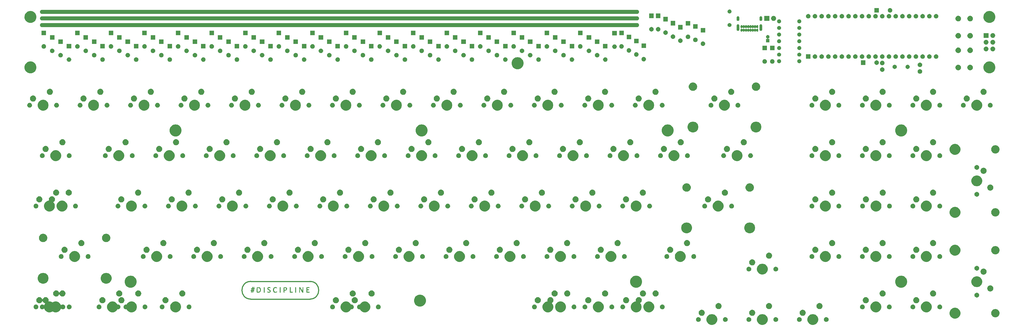
<source format=gbr>
G04 #@! TF.GenerationSoftware,KiCad,Pcbnew,(5.1.5-0-10_14)*
G04 #@! TF.CreationDate,2020-04-29T14:18:40-06:00*
G04 #@! TF.ProjectId,NumDiscipline-pcb,4e756d44-6973-4636-9970-6c696e652d70,rev?*
G04 #@! TF.SameCoordinates,Original*
G04 #@! TF.FileFunction,Soldermask,Top*
G04 #@! TF.FilePolarity,Negative*
%FSLAX46Y46*%
G04 Gerber Fmt 4.6, Leading zero omitted, Abs format (unit mm)*
G04 Created by KiCad (PCBNEW (5.1.5-0-10_14)) date 2020-04-29 14:18:40*
%MOMM*%
%LPD*%
G04 APERTURE LIST*
%ADD10C,1.500000*%
%ADD11C,0.300000*%
%ADD12C,0.010000*%
%ADD13C,0.400000*%
%ADD14C,0.100000*%
G04 APERTURE END LIST*
D10*
X287496250Y-59503020D02*
X62883004Y-59503020D01*
X287496250Y-61986290D02*
X62883004Y-61986290D01*
X287496250Y-64469560D02*
X62883004Y-64469560D01*
D11*
X141997714Y-164175321D02*
X143069142Y-164175321D01*
X142426285Y-163532464D02*
X141997714Y-165461035D01*
X142926285Y-164818178D02*
X141854857Y-164818178D01*
X142497714Y-165461035D02*
X142926285Y-163532464D01*
X141997714Y-164175321D02*
X143069142Y-164175321D01*
X142426285Y-163532464D02*
X141997714Y-165461035D01*
X142926285Y-164818178D02*
X141854857Y-164818178D01*
X142497714Y-165461035D02*
X142926285Y-163532464D01*
D12*
G36*
X144569336Y-163526071D02*
G01*
X144782445Y-163550174D01*
X144959039Y-163598997D01*
X145111971Y-163674997D01*
X145119124Y-163679490D01*
X145270737Y-163813075D01*
X145384589Y-163992690D01*
X145457524Y-164208993D01*
X145486384Y-164452641D01*
X145468275Y-164712642D01*
X145405956Y-164960707D01*
X145304492Y-165159011D01*
X145160544Y-165312399D01*
X144979146Y-165421954D01*
X144887970Y-165450755D01*
X144759903Y-165474780D01*
X144608761Y-165493341D01*
X144448363Y-165505752D01*
X144292526Y-165511325D01*
X144155067Y-165509374D01*
X144049803Y-165499211D01*
X143990553Y-165480150D01*
X143983326Y-165471471D01*
X143979191Y-165428320D01*
X143976003Y-165328520D01*
X143973839Y-165180711D01*
X143972772Y-164993532D01*
X143972879Y-164775626D01*
X143974233Y-164535632D01*
X143974713Y-164480029D01*
X143981442Y-163745850D01*
X144228247Y-163745850D01*
X144228247Y-165280298D01*
X144482511Y-165280298D01*
X144639719Y-165274886D01*
X144757179Y-165255603D01*
X144859771Y-165217881D01*
X144882447Y-165206840D01*
X145020337Y-165109131D01*
X145117407Y-164972477D01*
X145177032Y-164790404D01*
X145200696Y-164596875D01*
X145199515Y-164365457D01*
X145164279Y-164179418D01*
X145091879Y-164026640D01*
X145035416Y-163952769D01*
X144928735Y-163852363D01*
X144809516Y-163788575D01*
X144660813Y-163755158D01*
X144474154Y-163745850D01*
X144228247Y-163745850D01*
X143981442Y-163745850D01*
X143983388Y-163533639D01*
X144306860Y-163524233D01*
X144569336Y-163526071D01*
G37*
X144569336Y-163526071D02*
X144782445Y-163550174D01*
X144959039Y-163598997D01*
X145111971Y-163674997D01*
X145119124Y-163679490D01*
X145270737Y-163813075D01*
X145384589Y-163992690D01*
X145457524Y-164208993D01*
X145486384Y-164452641D01*
X145468275Y-164712642D01*
X145405956Y-164960707D01*
X145304492Y-165159011D01*
X145160544Y-165312399D01*
X144979146Y-165421954D01*
X144887970Y-165450755D01*
X144759903Y-165474780D01*
X144608761Y-165493341D01*
X144448363Y-165505752D01*
X144292526Y-165511325D01*
X144155067Y-165509374D01*
X144049803Y-165499211D01*
X143990553Y-165480150D01*
X143983326Y-165471471D01*
X143979191Y-165428320D01*
X143976003Y-165328520D01*
X143973839Y-165180711D01*
X143972772Y-164993532D01*
X143972879Y-164775626D01*
X143974233Y-164535632D01*
X143974713Y-164480029D01*
X143981442Y-163745850D01*
X144228247Y-163745850D01*
X144228247Y-165280298D01*
X144482511Y-165280298D01*
X144639719Y-165274886D01*
X144757179Y-165255603D01*
X144859771Y-165217881D01*
X144882447Y-165206840D01*
X145020337Y-165109131D01*
X145117407Y-164972477D01*
X145177032Y-164790404D01*
X145200696Y-164596875D01*
X145199515Y-164365457D01*
X145164279Y-164179418D01*
X145091879Y-164026640D01*
X145035416Y-163952769D01*
X144928735Y-163852363D01*
X144809516Y-163788575D01*
X144660813Y-163755158D01*
X144474154Y-163745850D01*
X144228247Y-163745850D01*
X143981442Y-163745850D01*
X143983388Y-163533639D01*
X144306860Y-163524233D01*
X144569336Y-163526071D01*
D11*
X141997714Y-164175321D02*
X143069142Y-164175321D01*
X142426285Y-163532464D02*
X141997714Y-165461035D01*
X142926285Y-164818178D02*
X141854857Y-164818178D01*
X142497714Y-165461035D02*
X142926285Y-163532464D01*
D12*
G36*
X154588194Y-163523251D02*
G01*
X154758337Y-163531555D01*
X154878884Y-163543065D01*
X154965537Y-163560661D01*
X155033995Y-163587224D01*
X155081147Y-163613715D01*
X155207736Y-163713726D01*
X155285747Y-163833985D01*
X155322520Y-163989111D01*
X155327845Y-164104976D01*
X155304135Y-164316517D01*
X155232990Y-164484934D01*
X155113016Y-164611534D01*
X154942816Y-164697620D01*
X154720997Y-164744500D01*
X154636919Y-164751549D01*
X154381717Y-164766322D01*
X154381717Y-165508832D01*
X154272891Y-165508832D01*
X154192221Y-165502859D01*
X154143774Y-165488352D01*
X154142300Y-165487067D01*
X154136718Y-165450038D01*
X154131665Y-165356126D01*
X154127333Y-165213743D01*
X154123912Y-165031300D01*
X154121593Y-164817208D01*
X154120568Y-164579880D01*
X154120535Y-164527954D01*
X154120972Y-164249949D01*
X154122516Y-164030261D01*
X154125518Y-163861919D01*
X154130020Y-163745850D01*
X154381717Y-163745850D01*
X154381717Y-164132183D01*
X154383458Y-164284908D01*
X154388194Y-164412988D01*
X154395197Y-164502747D01*
X154403482Y-164540280D01*
X154455482Y-164557226D01*
X154548919Y-164560833D01*
X154661454Y-164551763D01*
X154770745Y-164530677D01*
X154775915Y-164529265D01*
X154914847Y-164465075D01*
X155006225Y-164360135D01*
X155054048Y-164209183D01*
X155060436Y-164154917D01*
X155066012Y-164048101D01*
X155054170Y-163978574D01*
X155015541Y-163918830D01*
X154960302Y-163860836D01*
X154895923Y-163800496D01*
X154839648Y-163766077D01*
X154769614Y-163750330D01*
X154663960Y-163746006D01*
X154613517Y-163745850D01*
X154381717Y-163745850D01*
X154130020Y-163745850D01*
X154130327Y-163737948D01*
X154137293Y-163651376D01*
X154146767Y-163595230D01*
X154159099Y-163562536D01*
X154169634Y-163549858D01*
X154217762Y-163530790D01*
X154309989Y-163520810D01*
X154454015Y-163519427D01*
X154588194Y-163523251D01*
G37*
X154588194Y-163523251D02*
X154758337Y-163531555D01*
X154878884Y-163543065D01*
X154965537Y-163560661D01*
X155033995Y-163587224D01*
X155081147Y-163613715D01*
X155207736Y-163713726D01*
X155285747Y-163833985D01*
X155322520Y-163989111D01*
X155327845Y-164104976D01*
X155304135Y-164316517D01*
X155232990Y-164484934D01*
X155113016Y-164611534D01*
X154942816Y-164697620D01*
X154720997Y-164744500D01*
X154636919Y-164751549D01*
X154381717Y-164766322D01*
X154381717Y-165508832D01*
X154272891Y-165508832D01*
X154192221Y-165502859D01*
X154143774Y-165488352D01*
X154142300Y-165487067D01*
X154136718Y-165450038D01*
X154131665Y-165356126D01*
X154127333Y-165213743D01*
X154123912Y-165031300D01*
X154121593Y-164817208D01*
X154120568Y-164579880D01*
X154120535Y-164527954D01*
X154120972Y-164249949D01*
X154122516Y-164030261D01*
X154125518Y-163861919D01*
X154130020Y-163745850D01*
X154381717Y-163745850D01*
X154381717Y-164132183D01*
X154383458Y-164284908D01*
X154388194Y-164412988D01*
X154395197Y-164502747D01*
X154403482Y-164540280D01*
X154455482Y-164557226D01*
X154548919Y-164560833D01*
X154661454Y-164551763D01*
X154770745Y-164530677D01*
X154775915Y-164529265D01*
X154914847Y-164465075D01*
X155006225Y-164360135D01*
X155054048Y-164209183D01*
X155060436Y-164154917D01*
X155066012Y-164048101D01*
X155054170Y-163978574D01*
X155015541Y-163918830D01*
X154960302Y-163860836D01*
X154895923Y-163800496D01*
X154839648Y-163766077D01*
X154769614Y-163750330D01*
X154663960Y-163746006D01*
X154613517Y-163745850D01*
X154381717Y-163745850D01*
X154130020Y-163745850D01*
X154130327Y-163737948D01*
X154137293Y-163651376D01*
X154146767Y-163595230D01*
X154159099Y-163562536D01*
X154169634Y-163549858D01*
X154217762Y-163530790D01*
X154309989Y-163520810D01*
X154454015Y-163519427D01*
X154588194Y-163523251D01*
D11*
X141997714Y-164175321D02*
X143069142Y-164175321D01*
X142426285Y-163532464D02*
X141997714Y-165461035D01*
X142926285Y-164818178D02*
X141854857Y-164818178D01*
X142497714Y-165461035D02*
X142926285Y-163532464D01*
D12*
G36*
X151132930Y-163498499D02*
G01*
X151345788Y-163552659D01*
X151404506Y-163579418D01*
X151509031Y-163646884D01*
X151561300Y-163723156D01*
X151574005Y-163811889D01*
X151559033Y-163875233D01*
X151511273Y-163889052D01*
X151426465Y-163853571D01*
X151376309Y-163822398D01*
X151238134Y-163753698D01*
X151077485Y-163723343D01*
X151056850Y-163721884D01*
X150867606Y-163734726D01*
X150714127Y-163801087D01*
X150590931Y-163924105D01*
X150531193Y-164022651D01*
X150492609Y-164104955D01*
X150468034Y-164182846D01*
X150454421Y-164274810D01*
X150448725Y-164399333D01*
X150447818Y-164528692D01*
X150449861Y-164692798D01*
X150457617Y-164809236D01*
X150473801Y-164895561D01*
X150501129Y-164969333D01*
X150522592Y-165012234D01*
X150633077Y-165155849D01*
X150779344Y-165252902D01*
X150949149Y-165301067D01*
X151130247Y-165298019D01*
X151310393Y-165241431D01*
X151412362Y-165181217D01*
X151483980Y-165137202D01*
X151535924Y-165117174D01*
X151538235Y-165117059D01*
X151569033Y-165142826D01*
X151574460Y-165205626D01*
X151557565Y-165283706D01*
X151521400Y-165355316D01*
X151501666Y-165377796D01*
X151380991Y-165453794D01*
X151217794Y-165506499D01*
X151031749Y-165532499D01*
X150842526Y-165528387D01*
X150736856Y-165510336D01*
X150549345Y-165433720D01*
X150393415Y-165304430D01*
X150272388Y-165128657D01*
X150189583Y-164912590D01*
X150148322Y-164662418D01*
X150149303Y-164415130D01*
X150190908Y-164162628D01*
X150272021Y-163940608D01*
X150387785Y-163759618D01*
X150500628Y-163652519D01*
X150692489Y-163549873D01*
X150909210Y-163498052D01*
X151132930Y-163498499D01*
G37*
X151132930Y-163498499D02*
X151345788Y-163552659D01*
X151404506Y-163579418D01*
X151509031Y-163646884D01*
X151561300Y-163723156D01*
X151574005Y-163811889D01*
X151559033Y-163875233D01*
X151511273Y-163889052D01*
X151426465Y-163853571D01*
X151376309Y-163822398D01*
X151238134Y-163753698D01*
X151077485Y-163723343D01*
X151056850Y-163721884D01*
X150867606Y-163734726D01*
X150714127Y-163801087D01*
X150590931Y-163924105D01*
X150531193Y-164022651D01*
X150492609Y-164104955D01*
X150468034Y-164182846D01*
X150454421Y-164274810D01*
X150448725Y-164399333D01*
X150447818Y-164528692D01*
X150449861Y-164692798D01*
X150457617Y-164809236D01*
X150473801Y-164895561D01*
X150501129Y-164969333D01*
X150522592Y-165012234D01*
X150633077Y-165155849D01*
X150779344Y-165252902D01*
X150949149Y-165301067D01*
X151130247Y-165298019D01*
X151310393Y-165241431D01*
X151412362Y-165181217D01*
X151483980Y-165137202D01*
X151535924Y-165117174D01*
X151538235Y-165117059D01*
X151569033Y-165142826D01*
X151574460Y-165205626D01*
X151557565Y-165283706D01*
X151521400Y-165355316D01*
X151501666Y-165377796D01*
X151380991Y-165453794D01*
X151217794Y-165506499D01*
X151031749Y-165532499D01*
X150842526Y-165528387D01*
X150736856Y-165510336D01*
X150549345Y-165433720D01*
X150393415Y-165304430D01*
X150272388Y-165128657D01*
X150189583Y-164912590D01*
X150148322Y-164662418D01*
X150149303Y-164415130D01*
X150190908Y-164162628D01*
X150272021Y-163940608D01*
X150387785Y-163759618D01*
X150500628Y-163652519D01*
X150692489Y-163549873D01*
X150909210Y-163498052D01*
X151132930Y-163498499D01*
D11*
X141997714Y-164175321D02*
X143069142Y-164175321D01*
X142426285Y-163532464D02*
X141997714Y-165461035D01*
X142926285Y-164818178D02*
X141854857Y-164818178D01*
X142497714Y-165461035D02*
X142926285Y-163532464D01*
D12*
G36*
X148783164Y-163512690D02*
G01*
X148906235Y-163546836D01*
X148998724Y-163591094D01*
X149040950Y-163635931D01*
X149058816Y-163720303D01*
X149052033Y-163794135D01*
X149032304Y-163824485D01*
X148988645Y-163821456D01*
X148911960Y-163793440D01*
X148878486Y-163777441D01*
X148720557Y-163720791D01*
X148571473Y-163710104D01*
X148442141Y-163741514D01*
X148343467Y-163811157D01*
X148286358Y-163915169D01*
X148276576Y-163990709D01*
X148299965Y-164103537D01*
X148373837Y-164202698D01*
X148503748Y-164293999D01*
X148623164Y-164352894D01*
X148850378Y-164468838D01*
X149013696Y-164587310D01*
X149097064Y-164682389D01*
X149139263Y-164790372D01*
X149156969Y-164931307D01*
X149149490Y-165077340D01*
X149116133Y-165200618D01*
X149110268Y-165212734D01*
X149000894Y-165356309D01*
X148847301Y-165460930D01*
X148660288Y-165522805D01*
X148450655Y-165538143D01*
X148260252Y-165511160D01*
X148143663Y-165472635D01*
X148041515Y-165421133D01*
X147977717Y-165368891D01*
X147975083Y-165365192D01*
X147953774Y-165299713D01*
X147954396Y-165223597D01*
X147976000Y-165170899D01*
X147980594Y-165167360D01*
X148025259Y-165170075D01*
X148103657Y-165198475D01*
X148147352Y-165219535D01*
X148321523Y-165286627D01*
X148489172Y-165308596D01*
X148640315Y-165288726D01*
X148764969Y-165230301D01*
X148853151Y-165136604D01*
X148894877Y-165010918D01*
X148896884Y-164973010D01*
X148875397Y-164883800D01*
X148807413Y-164794630D01*
X148687649Y-164700584D01*
X148510822Y-164596746D01*
X148468861Y-164574741D01*
X148284923Y-164470967D01*
X148155820Y-164373997D01*
X148073345Y-164273635D01*
X148029289Y-164159684D01*
X148015443Y-164021949D01*
X148015393Y-164011470D01*
X148041067Y-163824339D01*
X148117722Y-163677876D01*
X148244805Y-163572647D01*
X148421764Y-163509221D01*
X148518022Y-163494417D01*
X148647698Y-163493576D01*
X148783164Y-163512690D01*
G37*
X148783164Y-163512690D02*
X148906235Y-163546836D01*
X148998724Y-163591094D01*
X149040950Y-163635931D01*
X149058816Y-163720303D01*
X149052033Y-163794135D01*
X149032304Y-163824485D01*
X148988645Y-163821456D01*
X148911960Y-163793440D01*
X148878486Y-163777441D01*
X148720557Y-163720791D01*
X148571473Y-163710104D01*
X148442141Y-163741514D01*
X148343467Y-163811157D01*
X148286358Y-163915169D01*
X148276576Y-163990709D01*
X148299965Y-164103537D01*
X148373837Y-164202698D01*
X148503748Y-164293999D01*
X148623164Y-164352894D01*
X148850378Y-164468838D01*
X149013696Y-164587310D01*
X149097064Y-164682389D01*
X149139263Y-164790372D01*
X149156969Y-164931307D01*
X149149490Y-165077340D01*
X149116133Y-165200618D01*
X149110268Y-165212734D01*
X149000894Y-165356309D01*
X148847301Y-165460930D01*
X148660288Y-165522805D01*
X148450655Y-165538143D01*
X148260252Y-165511160D01*
X148143663Y-165472635D01*
X148041515Y-165421133D01*
X147977717Y-165368891D01*
X147975083Y-165365192D01*
X147953774Y-165299713D01*
X147954396Y-165223597D01*
X147976000Y-165170899D01*
X147980594Y-165167360D01*
X148025259Y-165170075D01*
X148103657Y-165198475D01*
X148147352Y-165219535D01*
X148321523Y-165286627D01*
X148489172Y-165308596D01*
X148640315Y-165288726D01*
X148764969Y-165230301D01*
X148853151Y-165136604D01*
X148894877Y-165010918D01*
X148896884Y-164973010D01*
X148875397Y-164883800D01*
X148807413Y-164794630D01*
X148687649Y-164700584D01*
X148510822Y-164596746D01*
X148468861Y-164574741D01*
X148284923Y-164470967D01*
X148155820Y-164373997D01*
X148073345Y-164273635D01*
X148029289Y-164159684D01*
X148015443Y-164021949D01*
X148015393Y-164011470D01*
X148041067Y-163824339D01*
X148117722Y-163677876D01*
X148244805Y-163572647D01*
X148421764Y-163509221D01*
X148518022Y-163494417D01*
X148647698Y-163493576D01*
X148783164Y-163512690D01*
D11*
X141997714Y-164175321D02*
X143069142Y-164175321D01*
X142426285Y-163532464D02*
X141997714Y-165461035D01*
X142926285Y-164818178D02*
X141854857Y-164818178D01*
X142497714Y-165461035D02*
X142926285Y-163532464D01*
D12*
G36*
X156593607Y-163523507D02*
G01*
X156716036Y-163533639D01*
X156733422Y-165278169D01*
X157466936Y-165296621D01*
X157466936Y-165492508D01*
X156991658Y-165501507D01*
X156821652Y-165503222D01*
X156675352Y-165501855D01*
X156564944Y-165497739D01*
X156502614Y-165491208D01*
X156493779Y-165487904D01*
X156488094Y-165450745D01*
X156482932Y-165356534D01*
X156478482Y-165213514D01*
X156474929Y-165029927D01*
X156472460Y-164814018D01*
X156471262Y-164574028D01*
X156471177Y-164489338D01*
X156471177Y-163513374D01*
X156593607Y-163523507D01*
G37*
X156593607Y-163523507D02*
X156716036Y-163533639D01*
X156733422Y-165278169D01*
X157466936Y-165296621D01*
X157466936Y-165492508D01*
X156991658Y-165501507D01*
X156821652Y-165503222D01*
X156675352Y-165501855D01*
X156564944Y-165497739D01*
X156502614Y-165491208D01*
X156493779Y-165487904D01*
X156488094Y-165450745D01*
X156482932Y-165356534D01*
X156478482Y-165213514D01*
X156474929Y-165029927D01*
X156472460Y-164814018D01*
X156471262Y-164574028D01*
X156471177Y-164489338D01*
X156471177Y-163513374D01*
X156593607Y-163523507D01*
D11*
X141997714Y-164175321D02*
X143069142Y-164175321D01*
X142426285Y-163532464D02*
X141997714Y-165461035D01*
X142926285Y-164818178D02*
X141854857Y-164818178D01*
X142497714Y-165461035D02*
X142926285Y-163532464D01*
D12*
G36*
X158617771Y-163523507D02*
G01*
X158740200Y-163533639D01*
X158740200Y-165492508D01*
X158495342Y-165512774D01*
X158495342Y-163513374D01*
X158617771Y-163523507D01*
G37*
X158617771Y-163523507D02*
X158740200Y-163533639D01*
X158740200Y-165492508D01*
X158495342Y-165512774D01*
X158495342Y-163513374D01*
X158617771Y-163523507D01*
D11*
X141997714Y-164175321D02*
X143069142Y-164175321D01*
X142426285Y-163532464D02*
X141997714Y-165461035D01*
X142926285Y-164818178D02*
X141854857Y-164818178D01*
X142497714Y-165461035D02*
X142926285Y-163532464D01*
D12*
G36*
X161458613Y-164502808D02*
G01*
X161449969Y-165492508D01*
X161335702Y-165502123D01*
X161242145Y-165497106D01*
X161170021Y-165471878D01*
X161166703Y-165469476D01*
X161137041Y-165430672D01*
X161080741Y-165342323D01*
X161002404Y-165212218D01*
X160906636Y-165048148D01*
X160798039Y-164857902D01*
X160681218Y-164649272D01*
X160669400Y-164627949D01*
X160226829Y-163828686D01*
X160218090Y-164660597D01*
X160209352Y-165492508D01*
X160102765Y-165502775D01*
X159996178Y-165513041D01*
X160004821Y-164523340D01*
X160013465Y-163533639D01*
X160164883Y-163523838D01*
X160265673Y-163523279D01*
X160328050Y-163543819D01*
X160377094Y-163593112D01*
X160409243Y-163643101D01*
X160467379Y-163741688D01*
X160546470Y-163880010D01*
X160641488Y-164049206D01*
X160747403Y-164240412D01*
X160829661Y-164390539D01*
X161221434Y-165108891D01*
X161254082Y-163533639D01*
X161360669Y-163523373D01*
X161467257Y-163513107D01*
X161458613Y-164502808D01*
G37*
X161458613Y-164502808D02*
X161449969Y-165492508D01*
X161335702Y-165502123D01*
X161242145Y-165497106D01*
X161170021Y-165471878D01*
X161166703Y-165469476D01*
X161137041Y-165430672D01*
X161080741Y-165342323D01*
X161002404Y-165212218D01*
X160906636Y-165048148D01*
X160798039Y-164857902D01*
X160681218Y-164649272D01*
X160669400Y-164627949D01*
X160226829Y-163828686D01*
X160218090Y-164660597D01*
X160209352Y-165492508D01*
X160102765Y-165502775D01*
X159996178Y-165513041D01*
X160004821Y-164523340D01*
X160013465Y-163533639D01*
X160164883Y-163523838D01*
X160265673Y-163523279D01*
X160328050Y-163543819D01*
X160377094Y-163593112D01*
X160409243Y-163643101D01*
X160467379Y-163741688D01*
X160546470Y-163880010D01*
X160641488Y-164049206D01*
X160747403Y-164240412D01*
X160829661Y-164390539D01*
X161221434Y-165108891D01*
X161254082Y-163533639D01*
X161360669Y-163523373D01*
X161467257Y-163513107D01*
X161458613Y-164502808D01*
D11*
X141997714Y-164175321D02*
X143069142Y-164175321D01*
X142426285Y-163532464D02*
X141997714Y-165461035D01*
X142926285Y-164818178D02*
X141854857Y-164818178D01*
X142497714Y-165461035D02*
X142926285Y-163532464D01*
D12*
G36*
X163473616Y-163517908D02*
G01*
X163609315Y-163520465D01*
X163699623Y-163526154D01*
X163754489Y-163536147D01*
X163783863Y-163551610D01*
X163797695Y-163573714D01*
X163799152Y-163578012D01*
X163805565Y-163657059D01*
X163797859Y-163692279D01*
X163780554Y-163715006D01*
X163742086Y-163730375D01*
X163671706Y-163739737D01*
X163558666Y-163744442D01*
X163392218Y-163745840D01*
X163371472Y-163745850D01*
X162965642Y-163745850D01*
X162975029Y-164047843D01*
X162984416Y-164349835D01*
X163335380Y-164359101D01*
X163686344Y-164368368D01*
X163686344Y-164562046D01*
X162968092Y-164562046D01*
X162968092Y-165278347D01*
X163800612Y-165296621D01*
X163800612Y-165492508D01*
X163293730Y-165501462D01*
X163078275Y-165503487D01*
X162921645Y-165500599D01*
X162817529Y-165492440D01*
X162759616Y-165478651D01*
X162746879Y-165470447D01*
X162734512Y-165426122D01*
X162724239Y-165326845D01*
X162716066Y-165182924D01*
X162709996Y-165004664D01*
X162706034Y-164802374D01*
X162704183Y-164586358D01*
X162704449Y-164366926D01*
X162706835Y-164154382D01*
X162711346Y-163959035D01*
X162717986Y-163791191D01*
X162726758Y-163661156D01*
X162737669Y-163579239D01*
X162746087Y-163556493D01*
X162792342Y-163539105D01*
X162893236Y-163526949D01*
X163052226Y-163519771D01*
X163272768Y-163517319D01*
X163282576Y-163517316D01*
X163473616Y-163517908D01*
G37*
X163473616Y-163517908D02*
X163609315Y-163520465D01*
X163699623Y-163526154D01*
X163754489Y-163536147D01*
X163783863Y-163551610D01*
X163797695Y-163573714D01*
X163799152Y-163578012D01*
X163805565Y-163657059D01*
X163797859Y-163692279D01*
X163780554Y-163715006D01*
X163742086Y-163730375D01*
X163671706Y-163739737D01*
X163558666Y-163744442D01*
X163392218Y-163745840D01*
X163371472Y-163745850D01*
X162965642Y-163745850D01*
X162975029Y-164047843D01*
X162984416Y-164349835D01*
X163335380Y-164359101D01*
X163686344Y-164368368D01*
X163686344Y-164562046D01*
X162968092Y-164562046D01*
X162968092Y-165278347D01*
X163800612Y-165296621D01*
X163800612Y-165492508D01*
X163293730Y-165501462D01*
X163078275Y-165503487D01*
X162921645Y-165500599D01*
X162817529Y-165492440D01*
X162759616Y-165478651D01*
X162746879Y-165470447D01*
X162734512Y-165426122D01*
X162724239Y-165326845D01*
X162716066Y-165182924D01*
X162709996Y-165004664D01*
X162706034Y-164802374D01*
X162704183Y-164586358D01*
X162704449Y-164366926D01*
X162706835Y-164154382D01*
X162711346Y-163959035D01*
X162717986Y-163791191D01*
X162726758Y-163661156D01*
X162737669Y-163579239D01*
X162746087Y-163556493D01*
X162792342Y-163539105D01*
X162893236Y-163526949D01*
X163052226Y-163519771D01*
X163272768Y-163517319D01*
X163282576Y-163517316D01*
X163473616Y-163517908D01*
D11*
X141997714Y-164175321D02*
X143069142Y-164175321D01*
X142426285Y-163532464D02*
X141997714Y-165461035D01*
X142926285Y-164818178D02*
X141854857Y-164818178D01*
X142497714Y-165461035D02*
X142926285Y-163532464D01*
D13*
X141736000Y-168016750D02*
G75*
G02X141736000Y-161336750I0J3340000D01*
G01*
D11*
X141997714Y-164175321D02*
X143069142Y-164175321D01*
X142426285Y-163532464D02*
X141997714Y-165461035D01*
X142926285Y-164818178D02*
X141854857Y-164818178D01*
X142497714Y-165461035D02*
X142926285Y-163532464D01*
D13*
X164036000Y-161336750D02*
G75*
G02X164036000Y-168016750I0J-3340000D01*
G01*
D11*
X141997714Y-164175321D02*
X143069142Y-164175321D01*
X142426285Y-163532464D02*
X141997714Y-165461035D01*
X142926285Y-164818178D02*
X141854857Y-164818178D01*
X142497714Y-165461035D02*
X142926285Y-163532464D01*
D13*
X141766000Y-161336750D02*
X164046000Y-161336750D01*
D11*
X141997714Y-164175321D02*
X143069142Y-164175321D01*
X142426285Y-163532464D02*
X141997714Y-165461035D01*
X142926285Y-164818178D02*
X141854857Y-164818178D01*
X142497714Y-165461035D02*
X142926285Y-163532464D01*
D13*
X141746000Y-168016750D02*
X164046000Y-168016750D01*
D11*
X141997714Y-164175321D02*
X143069142Y-164175321D01*
X142426285Y-163532464D02*
X141997714Y-165461035D01*
X142926285Y-164818178D02*
X141854857Y-164818178D01*
X142497714Y-165461035D02*
X142926285Y-163532464D01*
D12*
G36*
X146856396Y-165492508D02*
G01*
X146750066Y-165502756D01*
X146664066Y-165497695D01*
X146627123Y-165469710D01*
X146623162Y-165427025D01*
X146620131Y-165327670D01*
X146618101Y-165180264D01*
X146617140Y-164993427D01*
X146617317Y-164775778D01*
X146618703Y-164535938D01*
X146619186Y-164480029D01*
X146627861Y-163533639D01*
X146856396Y-163533639D01*
X146856396Y-165492508D01*
G37*
X146856396Y-165492508D02*
X146750066Y-165502756D01*
X146664066Y-165497695D01*
X146627123Y-165469710D01*
X146623162Y-165427025D01*
X146620131Y-165327670D01*
X146618101Y-165180264D01*
X146617140Y-164993427D01*
X146617317Y-164775778D01*
X146618703Y-164535938D01*
X146619186Y-164480029D01*
X146627861Y-163533639D01*
X146856396Y-163533639D01*
X146856396Y-165492508D01*
D11*
X141997714Y-164175321D02*
X143069142Y-164175321D01*
X142426285Y-163532464D02*
X141997714Y-165461035D01*
X142926285Y-164818178D02*
X141854857Y-164818178D01*
X142497714Y-165461035D02*
X142926285Y-163532464D01*
D12*
G36*
X152879918Y-165508832D02*
G01*
X152764626Y-165508832D01*
X152683739Y-165498281D01*
X152636131Y-165472403D01*
X152633521Y-165467625D01*
X152629765Y-165425491D01*
X152626920Y-165326662D01*
X152625049Y-165179734D01*
X152624213Y-164993301D01*
X152624475Y-164775958D01*
X152625896Y-164536301D01*
X152626384Y-164480029D01*
X152635059Y-163533639D01*
X152757488Y-163523507D01*
X152879918Y-163513374D01*
X152879918Y-165508832D01*
G37*
X152879918Y-165508832D02*
X152764626Y-165508832D01*
X152683739Y-165498281D01*
X152636131Y-165472403D01*
X152633521Y-165467625D01*
X152629765Y-165425491D01*
X152626920Y-165326662D01*
X152625049Y-165179734D01*
X152624213Y-164993301D01*
X152624475Y-164775958D01*
X152625896Y-164536301D01*
X152626384Y-164480029D01*
X152635059Y-163533639D01*
X152757488Y-163523507D01*
X152879918Y-163513374D01*
X152879918Y-165508832D01*
D14*
G36*
X354452004Y-173764068D02*
G01*
X354825261Y-173918676D01*
X354825263Y-173918677D01*
X355089544Y-174095264D01*
X355161186Y-174143134D01*
X355446866Y-174428814D01*
X355671324Y-174764739D01*
X355825932Y-175137996D01*
X355904750Y-175534243D01*
X355904750Y-175938257D01*
X355825932Y-176334504D01*
X355671324Y-176707761D01*
X355671323Y-176707763D01*
X355446866Y-177043686D01*
X355161186Y-177329366D01*
X354825263Y-177553823D01*
X354825262Y-177553824D01*
X354825261Y-177553824D01*
X354452004Y-177708432D01*
X354055757Y-177787250D01*
X353651743Y-177787250D01*
X353255496Y-177708432D01*
X352882239Y-177553824D01*
X352882238Y-177553824D01*
X352882237Y-177553823D01*
X352546314Y-177329366D01*
X352260634Y-177043686D01*
X352036177Y-176707763D01*
X352036176Y-176707761D01*
X351881568Y-176334504D01*
X351802750Y-175938257D01*
X351802750Y-175534243D01*
X351881568Y-175137996D01*
X352036176Y-174764739D01*
X352260634Y-174428814D01*
X352546314Y-174143134D01*
X352617956Y-174095264D01*
X352882237Y-173918677D01*
X352882239Y-173918676D01*
X353255496Y-173764068D01*
X353651743Y-173685250D01*
X354055757Y-173685250D01*
X354452004Y-173764068D01*
G37*
G36*
X335402004Y-173764068D02*
G01*
X335775261Y-173918676D01*
X335775263Y-173918677D01*
X336039544Y-174095264D01*
X336111186Y-174143134D01*
X336396866Y-174428814D01*
X336621324Y-174764739D01*
X336775932Y-175137996D01*
X336854750Y-175534243D01*
X336854750Y-175938257D01*
X336775932Y-176334504D01*
X336621324Y-176707761D01*
X336621323Y-176707763D01*
X336396866Y-177043686D01*
X336111186Y-177329366D01*
X335775263Y-177553823D01*
X335775262Y-177553824D01*
X335775261Y-177553824D01*
X335402004Y-177708432D01*
X335005757Y-177787250D01*
X334601743Y-177787250D01*
X334205496Y-177708432D01*
X333832239Y-177553824D01*
X333832238Y-177553824D01*
X333832237Y-177553823D01*
X333496314Y-177329366D01*
X333210634Y-177043686D01*
X332986177Y-176707763D01*
X332986176Y-176707761D01*
X332831568Y-176334504D01*
X332752750Y-175938257D01*
X332752750Y-175534243D01*
X332831568Y-175137996D01*
X332986176Y-174764739D01*
X333210634Y-174428814D01*
X333496314Y-174143134D01*
X333567956Y-174095264D01*
X333832237Y-173918677D01*
X333832239Y-173918676D01*
X334205496Y-173764068D01*
X334601743Y-173685250D01*
X335005757Y-173685250D01*
X335402004Y-173764068D01*
G37*
G36*
X316352004Y-173764068D02*
G01*
X316725261Y-173918676D01*
X316725263Y-173918677D01*
X316989544Y-174095264D01*
X317061186Y-174143134D01*
X317346866Y-174428814D01*
X317571324Y-174764739D01*
X317725932Y-175137996D01*
X317804750Y-175534243D01*
X317804750Y-175938257D01*
X317725932Y-176334504D01*
X317571324Y-176707761D01*
X317571323Y-176707763D01*
X317346866Y-177043686D01*
X317061186Y-177329366D01*
X316725263Y-177553823D01*
X316725262Y-177553824D01*
X316725261Y-177553824D01*
X316352004Y-177708432D01*
X315955757Y-177787250D01*
X315551743Y-177787250D01*
X315155496Y-177708432D01*
X314782239Y-177553824D01*
X314782238Y-177553824D01*
X314782237Y-177553823D01*
X314446314Y-177329366D01*
X314160634Y-177043686D01*
X313936177Y-176707763D01*
X313936176Y-176707761D01*
X313781568Y-176334504D01*
X313702750Y-175938257D01*
X313702750Y-175534243D01*
X313781568Y-175137996D01*
X313936176Y-174764739D01*
X314160634Y-174428814D01*
X314446314Y-174143134D01*
X314517956Y-174095264D01*
X314782237Y-173918677D01*
X314782239Y-173918676D01*
X315155496Y-173764068D01*
X315551743Y-173685250D01*
X315955757Y-173685250D01*
X316352004Y-173764068D01*
G37*
G36*
X329837262Y-174840177D02*
G01*
X329986562Y-174869874D01*
X330150534Y-174937794D01*
X330298104Y-175036397D01*
X330423603Y-175161896D01*
X330522206Y-175309466D01*
X330590126Y-175473438D01*
X330624750Y-175647509D01*
X330624750Y-175824991D01*
X330590126Y-175999062D01*
X330522206Y-176163034D01*
X330423603Y-176310604D01*
X330298104Y-176436103D01*
X330150534Y-176534706D01*
X329986562Y-176602626D01*
X329837262Y-176632323D01*
X329812492Y-176637250D01*
X329635008Y-176637250D01*
X329610238Y-176632323D01*
X329460938Y-176602626D01*
X329296966Y-176534706D01*
X329149396Y-176436103D01*
X329023897Y-176310604D01*
X328925294Y-176163034D01*
X328857374Y-175999062D01*
X328822750Y-175824991D01*
X328822750Y-175647509D01*
X328857374Y-175473438D01*
X328925294Y-175309466D01*
X329023897Y-175161896D01*
X329149396Y-175036397D01*
X329296966Y-174937794D01*
X329460938Y-174869874D01*
X329610238Y-174840177D01*
X329635008Y-174835250D01*
X329812492Y-174835250D01*
X329837262Y-174840177D01*
G37*
G36*
X320947262Y-174840177D02*
G01*
X321096562Y-174869874D01*
X321260534Y-174937794D01*
X321408104Y-175036397D01*
X321533603Y-175161896D01*
X321632206Y-175309466D01*
X321700126Y-175473438D01*
X321734750Y-175647509D01*
X321734750Y-175824991D01*
X321700126Y-175999062D01*
X321632206Y-176163034D01*
X321533603Y-176310604D01*
X321408104Y-176436103D01*
X321260534Y-176534706D01*
X321096562Y-176602626D01*
X320947262Y-176632323D01*
X320922492Y-176637250D01*
X320745008Y-176637250D01*
X320720238Y-176632323D01*
X320570938Y-176602626D01*
X320406966Y-176534706D01*
X320259396Y-176436103D01*
X320133897Y-176310604D01*
X320035294Y-176163034D01*
X319967374Y-175999062D01*
X319932750Y-175824991D01*
X319932750Y-175647509D01*
X319967374Y-175473438D01*
X320035294Y-175309466D01*
X320133897Y-175161896D01*
X320259396Y-175036397D01*
X320406966Y-174937794D01*
X320570938Y-174869874D01*
X320720238Y-174840177D01*
X320745008Y-174835250D01*
X320922492Y-174835250D01*
X320947262Y-174840177D01*
G37*
G36*
X310787262Y-174840177D02*
G01*
X310936562Y-174869874D01*
X311100534Y-174937794D01*
X311248104Y-175036397D01*
X311373603Y-175161896D01*
X311472206Y-175309466D01*
X311540126Y-175473438D01*
X311574750Y-175647509D01*
X311574750Y-175824991D01*
X311540126Y-175999062D01*
X311472206Y-176163034D01*
X311373603Y-176310604D01*
X311248104Y-176436103D01*
X311100534Y-176534706D01*
X310936562Y-176602626D01*
X310787262Y-176632323D01*
X310762492Y-176637250D01*
X310585008Y-176637250D01*
X310560238Y-176632323D01*
X310410938Y-176602626D01*
X310246966Y-176534706D01*
X310099396Y-176436103D01*
X309973897Y-176310604D01*
X309875294Y-176163034D01*
X309807374Y-175999062D01*
X309772750Y-175824991D01*
X309772750Y-175647509D01*
X309807374Y-175473438D01*
X309875294Y-175309466D01*
X309973897Y-175161896D01*
X310099396Y-175036397D01*
X310246966Y-174937794D01*
X310410938Y-174869874D01*
X310560238Y-174840177D01*
X310585008Y-174835250D01*
X310762492Y-174835250D01*
X310787262Y-174840177D01*
G37*
G36*
X339997262Y-174840177D02*
G01*
X340146562Y-174869874D01*
X340310534Y-174937794D01*
X340458104Y-175036397D01*
X340583603Y-175161896D01*
X340682206Y-175309466D01*
X340750126Y-175473438D01*
X340784750Y-175647509D01*
X340784750Y-175824991D01*
X340750126Y-175999062D01*
X340682206Y-176163034D01*
X340583603Y-176310604D01*
X340458104Y-176436103D01*
X340310534Y-176534706D01*
X340146562Y-176602626D01*
X339997262Y-176632323D01*
X339972492Y-176637250D01*
X339795008Y-176637250D01*
X339770238Y-176632323D01*
X339620938Y-176602626D01*
X339456966Y-176534706D01*
X339309396Y-176436103D01*
X339183897Y-176310604D01*
X339085294Y-176163034D01*
X339017374Y-175999062D01*
X338982750Y-175824991D01*
X338982750Y-175647509D01*
X339017374Y-175473438D01*
X339085294Y-175309466D01*
X339183897Y-175161896D01*
X339309396Y-175036397D01*
X339456966Y-174937794D01*
X339620938Y-174869874D01*
X339770238Y-174840177D01*
X339795008Y-174835250D01*
X339972492Y-174835250D01*
X339997262Y-174840177D01*
G37*
G36*
X359047262Y-174840177D02*
G01*
X359196562Y-174869874D01*
X359360534Y-174937794D01*
X359508104Y-175036397D01*
X359633603Y-175161896D01*
X359732206Y-175309466D01*
X359800126Y-175473438D01*
X359834750Y-175647509D01*
X359834750Y-175824991D01*
X359800126Y-175999062D01*
X359732206Y-176163034D01*
X359633603Y-176310604D01*
X359508104Y-176436103D01*
X359360534Y-176534706D01*
X359196562Y-176602626D01*
X359047262Y-176632323D01*
X359022492Y-176637250D01*
X358845008Y-176637250D01*
X358820238Y-176632323D01*
X358670938Y-176602626D01*
X358506966Y-176534706D01*
X358359396Y-176436103D01*
X358233897Y-176310604D01*
X358135294Y-176163034D01*
X358067374Y-175999062D01*
X358032750Y-175824991D01*
X358032750Y-175647509D01*
X358067374Y-175473438D01*
X358135294Y-175309466D01*
X358233897Y-175161896D01*
X358359396Y-175036397D01*
X358506966Y-174937794D01*
X358670938Y-174869874D01*
X358820238Y-174840177D01*
X358845008Y-174835250D01*
X359022492Y-174835250D01*
X359047262Y-174840177D01*
G37*
G36*
X348887262Y-174840177D02*
G01*
X349036562Y-174869874D01*
X349200534Y-174937794D01*
X349348104Y-175036397D01*
X349473603Y-175161896D01*
X349572206Y-175309466D01*
X349640126Y-175473438D01*
X349674750Y-175647509D01*
X349674750Y-175824991D01*
X349640126Y-175999062D01*
X349572206Y-176163034D01*
X349473603Y-176310604D01*
X349348104Y-176436103D01*
X349200534Y-176534706D01*
X349036562Y-176602626D01*
X348887262Y-176632323D01*
X348862492Y-176637250D01*
X348685008Y-176637250D01*
X348660238Y-176632323D01*
X348510938Y-176602626D01*
X348346966Y-176534706D01*
X348199396Y-176436103D01*
X348073897Y-176310604D01*
X347975294Y-176163034D01*
X347907374Y-175999062D01*
X347872750Y-175824991D01*
X347872750Y-175647509D01*
X347907374Y-175473438D01*
X347975294Y-175309466D01*
X348073897Y-175161896D01*
X348199396Y-175036397D01*
X348346966Y-174937794D01*
X348510938Y-174869874D01*
X348660238Y-174840177D01*
X348685008Y-174835250D01*
X348862492Y-174835250D01*
X348887262Y-174840177D01*
G37*
G36*
X408124504Y-171376568D02*
G01*
X408497761Y-171531176D01*
X408497763Y-171531177D01*
X408833686Y-171755634D01*
X409119366Y-172041314D01*
X409284916Y-172289076D01*
X409343824Y-172377239D01*
X409498432Y-172750496D01*
X409577250Y-173146743D01*
X409577250Y-173550757D01*
X409498432Y-173947004D01*
X409417192Y-174143134D01*
X409343823Y-174320263D01*
X409119366Y-174656186D01*
X408833686Y-174941866D01*
X408497763Y-175166323D01*
X408497762Y-175166324D01*
X408497761Y-175166324D01*
X408124504Y-175320932D01*
X407728257Y-175399750D01*
X407324243Y-175399750D01*
X406927996Y-175320932D01*
X406554739Y-175166324D01*
X406554738Y-175166324D01*
X406554737Y-175166323D01*
X406218814Y-174941866D01*
X405933134Y-174656186D01*
X405708677Y-174320263D01*
X405635308Y-174143134D01*
X405554068Y-173947004D01*
X405475250Y-173550757D01*
X405475250Y-173146743D01*
X405554068Y-172750496D01*
X405708676Y-172377239D01*
X405767585Y-172289076D01*
X405933134Y-172041314D01*
X406218814Y-171755634D01*
X406554737Y-171531177D01*
X406554739Y-171531176D01*
X406927996Y-171376568D01*
X407324243Y-171297750D01*
X407728257Y-171297750D01*
X408124504Y-171376568D01*
G37*
G36*
X422997333Y-171787840D02*
G01*
X423225952Y-171833314D01*
X423512766Y-171952117D01*
X423770892Y-172124591D01*
X423990409Y-172344108D01*
X424162883Y-172602234D01*
X424281686Y-172889048D01*
X424320242Y-173082885D01*
X424342250Y-173193526D01*
X424342250Y-173503974D01*
X424336678Y-173531984D01*
X424281686Y-173808452D01*
X424162883Y-174095266D01*
X423990409Y-174353392D01*
X423770892Y-174572909D01*
X423512766Y-174745383D01*
X423225952Y-174864186D01*
X422997333Y-174909660D01*
X422921474Y-174924750D01*
X422611026Y-174924750D01*
X422535167Y-174909660D01*
X422306548Y-174864186D01*
X422019734Y-174745383D01*
X421761608Y-174572909D01*
X421542091Y-174353392D01*
X421369617Y-174095266D01*
X421250814Y-173808452D01*
X421195822Y-173531984D01*
X421190250Y-173503974D01*
X421190250Y-173193526D01*
X421212258Y-173082885D01*
X421250814Y-172889048D01*
X421369617Y-172602234D01*
X421542091Y-172344108D01*
X421761608Y-172124591D01*
X422019734Y-171952117D01*
X422306548Y-171833314D01*
X422535167Y-171787840D01*
X422611026Y-171772750D01*
X422921474Y-171772750D01*
X422997333Y-171787840D01*
G37*
G36*
X350268299Y-172067366D02*
G01*
X350379484Y-172089482D01*
X350588953Y-172176247D01*
X350777470Y-172302210D01*
X350937790Y-172462530D01*
X351063753Y-172651047D01*
X351063754Y-172651049D01*
X351068507Y-172662525D01*
X351150518Y-172860516D01*
X351165493Y-172935801D01*
X351184756Y-173032640D01*
X351194750Y-173082886D01*
X351194750Y-173309614D01*
X351150518Y-173531984D01*
X351063753Y-173741453D01*
X350937790Y-173929970D01*
X350777470Y-174090290D01*
X350588953Y-174216253D01*
X350379484Y-174303018D01*
X350292797Y-174320261D01*
X350157115Y-174347250D01*
X349930385Y-174347250D01*
X349794703Y-174320261D01*
X349708016Y-174303018D01*
X349498547Y-174216253D01*
X349310030Y-174090290D01*
X349149710Y-173929970D01*
X349023747Y-173741453D01*
X348936982Y-173531984D01*
X348892750Y-173309614D01*
X348892750Y-173082886D01*
X348902745Y-173032640D01*
X348922007Y-172935801D01*
X348936982Y-172860516D01*
X349018993Y-172662525D01*
X349023746Y-172651049D01*
X349023747Y-172651047D01*
X349149710Y-172462530D01*
X349310030Y-172302210D01*
X349498547Y-172176247D01*
X349708016Y-172089482D01*
X349819201Y-172067366D01*
X349930385Y-172045250D01*
X350157115Y-172045250D01*
X350268299Y-172067366D01*
G37*
G36*
X312168299Y-172067366D02*
G01*
X312279484Y-172089482D01*
X312488953Y-172176247D01*
X312677470Y-172302210D01*
X312837790Y-172462530D01*
X312963753Y-172651047D01*
X312963754Y-172651049D01*
X312968507Y-172662525D01*
X313050518Y-172860516D01*
X313065493Y-172935801D01*
X313084756Y-173032640D01*
X313094750Y-173082886D01*
X313094750Y-173309614D01*
X313050518Y-173531984D01*
X312963753Y-173741453D01*
X312837790Y-173929970D01*
X312677470Y-174090290D01*
X312488953Y-174216253D01*
X312279484Y-174303018D01*
X312192797Y-174320261D01*
X312057115Y-174347250D01*
X311830385Y-174347250D01*
X311694703Y-174320261D01*
X311608016Y-174303018D01*
X311398547Y-174216253D01*
X311210030Y-174090290D01*
X311049710Y-173929970D01*
X310923747Y-173741453D01*
X310836982Y-173531984D01*
X310792750Y-173309614D01*
X310792750Y-173082886D01*
X310802745Y-173032640D01*
X310822007Y-172935801D01*
X310836982Y-172860516D01*
X310918993Y-172662525D01*
X310923746Y-172651049D01*
X310923747Y-172651047D01*
X311049710Y-172462530D01*
X311210030Y-172302210D01*
X311398547Y-172176247D01*
X311608016Y-172089482D01*
X311719201Y-172067366D01*
X311830385Y-172045250D01*
X312057115Y-172045250D01*
X312168299Y-172067366D01*
G37*
G36*
X331218299Y-172067366D02*
G01*
X331329484Y-172089482D01*
X331538953Y-172176247D01*
X331727470Y-172302210D01*
X331887790Y-172462530D01*
X332013753Y-172651047D01*
X332013754Y-172651049D01*
X332018507Y-172662525D01*
X332100518Y-172860516D01*
X332115493Y-172935801D01*
X332134756Y-173032640D01*
X332144750Y-173082886D01*
X332144750Y-173309614D01*
X332100518Y-173531984D01*
X332013753Y-173741453D01*
X331887790Y-173929970D01*
X331727470Y-174090290D01*
X331538953Y-174216253D01*
X331329484Y-174303018D01*
X331242797Y-174320261D01*
X331107115Y-174347250D01*
X330880385Y-174347250D01*
X330744703Y-174320261D01*
X330658016Y-174303018D01*
X330448547Y-174216253D01*
X330260030Y-174090290D01*
X330099710Y-173929970D01*
X329973747Y-173741453D01*
X329886982Y-173531984D01*
X329842750Y-173309614D01*
X329842750Y-173082886D01*
X329852745Y-173032640D01*
X329872007Y-172935801D01*
X329886982Y-172860516D01*
X329968993Y-172662525D01*
X329973746Y-172651049D01*
X329973747Y-172651047D01*
X330099710Y-172462530D01*
X330260030Y-172302210D01*
X330448547Y-172176247D01*
X330658016Y-172089482D01*
X330769201Y-172067366D01*
X330880385Y-172045250D01*
X331107115Y-172045250D01*
X331218299Y-172067366D01*
G37*
G36*
X178265827Y-169009458D02*
G01*
X178639084Y-169164066D01*
X178639086Y-169164067D01*
X178975009Y-169388524D01*
X179260689Y-169674204D01*
X179479954Y-170002356D01*
X179491089Y-170019022D01*
X179506634Y-170037964D01*
X179525576Y-170053509D01*
X179547187Y-170065060D01*
X179570636Y-170072173D01*
X179595022Y-170074575D01*
X179613556Y-170072750D01*
X179793992Y-170072750D01*
X179815971Y-170077122D01*
X179968062Y-170107374D01*
X180132034Y-170175294D01*
X180279604Y-170273897D01*
X180405103Y-170399396D01*
X180503706Y-170546966D01*
X180571626Y-170710938D01*
X180601323Y-170860238D01*
X180606250Y-170885008D01*
X180606250Y-171062492D01*
X180601323Y-171087262D01*
X180571626Y-171236562D01*
X180503706Y-171400534D01*
X180405103Y-171548104D01*
X180279604Y-171673603D01*
X180132034Y-171772206D01*
X179968062Y-171840126D01*
X179818762Y-171869823D01*
X179793992Y-171874750D01*
X179607065Y-171874750D01*
X179601362Y-171874189D01*
X179576976Y-171876594D01*
X179553528Y-171883709D01*
X179531919Y-171895263D01*
X179512978Y-171910810D01*
X179497435Y-171929754D01*
X179485892Y-171951352D01*
X179485146Y-171953153D01*
X179260689Y-172289076D01*
X178975009Y-172574756D01*
X178639086Y-172799213D01*
X178639085Y-172799214D01*
X178639084Y-172799214D01*
X178265827Y-172953822D01*
X177869580Y-173032640D01*
X177465566Y-173032640D01*
X177069319Y-172953822D01*
X176696062Y-172799214D01*
X176696061Y-172799214D01*
X176696060Y-172799213D01*
X176360137Y-172574756D01*
X176074457Y-172289076D01*
X175850000Y-171953153D01*
X175845104Y-171941333D01*
X175695391Y-171579894D01*
X175616573Y-171183647D01*
X175616573Y-170779633D01*
X175695391Y-170383386D01*
X175849999Y-170010129D01*
X175855193Y-170002356D01*
X176074457Y-169674204D01*
X176360137Y-169388524D01*
X176696060Y-169164067D01*
X176696062Y-169164066D01*
X177069319Y-169009458D01*
X177465566Y-168930640D01*
X177869580Y-168930640D01*
X178265827Y-169009458D01*
G37*
G36*
X378264504Y-169001568D02*
G01*
X378628273Y-169152246D01*
X378637763Y-169156177D01*
X378973686Y-169380634D01*
X379259366Y-169666314D01*
X379481198Y-169998308D01*
X379483824Y-170002239D01*
X379638432Y-170375496D01*
X379717250Y-170771743D01*
X379717250Y-171175757D01*
X379638432Y-171572004D01*
X379486883Y-171937876D01*
X379483823Y-171945263D01*
X379259366Y-172281186D01*
X378973686Y-172566866D01*
X378637763Y-172791323D01*
X378637762Y-172791324D01*
X378637761Y-172791324D01*
X378264504Y-172945932D01*
X377868257Y-173024750D01*
X377464243Y-173024750D01*
X377067996Y-172945932D01*
X376694739Y-172791324D01*
X376694738Y-172791324D01*
X376694737Y-172791323D01*
X376358814Y-172566866D01*
X376073134Y-172281186D01*
X375848677Y-171945263D01*
X375845617Y-171937876D01*
X375694068Y-171572004D01*
X375615250Y-171175757D01*
X375615250Y-170771743D01*
X375694068Y-170375496D01*
X375848676Y-170002239D01*
X375851303Y-169998308D01*
X376073134Y-169666314D01*
X376358814Y-169380634D01*
X376694737Y-169156177D01*
X376704227Y-169152246D01*
X377067996Y-169001568D01*
X377464243Y-168922750D01*
X377868257Y-168922750D01*
X378264504Y-169001568D01*
G37*
G36*
X288375485Y-167290640D02*
G01*
X288507262Y-167316852D01*
X288716731Y-167403617D01*
X288905248Y-167529580D01*
X289065568Y-167689900D01*
X289191531Y-167878417D01*
X289278296Y-168087886D01*
X289300412Y-168199071D01*
X289322528Y-168310255D01*
X289322528Y-168536985D01*
X289300412Y-168648169D01*
X289278296Y-168759354D01*
X289191531Y-168968823D01*
X289065568Y-169157340D01*
X288905248Y-169317660D01*
X288755745Y-169417555D01*
X288736805Y-169433098D01*
X288721259Y-169452040D01*
X288709708Y-169473651D01*
X288702595Y-169497100D01*
X288700193Y-169521486D01*
X288702595Y-169545872D01*
X288709708Y-169569321D01*
X288721259Y-169590931D01*
X288736804Y-169609874D01*
X288793244Y-169666314D01*
X289015076Y-169998308D01*
X289017702Y-170002239D01*
X289172310Y-170375496D01*
X289251128Y-170771743D01*
X289251128Y-171175757D01*
X289172310Y-171572004D01*
X289020761Y-171937876D01*
X289017701Y-171945263D01*
X288793244Y-172281186D01*
X288507564Y-172566866D01*
X288171641Y-172791323D01*
X288171640Y-172791324D01*
X288171639Y-172791324D01*
X287798382Y-172945932D01*
X287402135Y-173024750D01*
X286998121Y-173024750D01*
X286601874Y-172945932D01*
X286228617Y-172791324D01*
X286228616Y-172791324D01*
X286228615Y-172791323D01*
X285892692Y-172566866D01*
X285607012Y-172281186D01*
X285382555Y-171945263D01*
X285379495Y-171937876D01*
X285227946Y-171572004D01*
X285149128Y-171175757D01*
X285149128Y-170771743D01*
X285227946Y-170375496D01*
X285382554Y-170002239D01*
X285385181Y-169998308D01*
X285607012Y-169666314D01*
X285892692Y-169380634D01*
X286228615Y-169156177D01*
X286238105Y-169152246D01*
X286601874Y-169001568D01*
X286972832Y-168927780D01*
X286996281Y-168920667D01*
X287017892Y-168909116D01*
X287036834Y-168893571D01*
X287052379Y-168874629D01*
X287063930Y-168853018D01*
X287071043Y-168829569D01*
X287073445Y-168805183D01*
X287071043Y-168780797D01*
X287065184Y-168761483D01*
X287064761Y-168759356D01*
X287064760Y-168759354D01*
X287032936Y-168599366D01*
X287020528Y-168536985D01*
X287020528Y-168310255D01*
X287042644Y-168199071D01*
X287064760Y-168087886D01*
X287151525Y-167878417D01*
X287277488Y-167689900D01*
X287437808Y-167529580D01*
X287626325Y-167403617D01*
X287835794Y-167316852D01*
X287967571Y-167290640D01*
X288058163Y-167272620D01*
X288284893Y-167272620D01*
X288375485Y-167290640D01*
G37*
G36*
X273524460Y-169001568D02*
G01*
X273888229Y-169152246D01*
X273897719Y-169156177D01*
X274233642Y-169380634D01*
X274519322Y-169666314D01*
X274741154Y-169998308D01*
X274743780Y-170002239D01*
X274898388Y-170375496D01*
X274977206Y-170771743D01*
X274977206Y-171175757D01*
X274898388Y-171572004D01*
X274746839Y-171937876D01*
X274743779Y-171945263D01*
X274519322Y-172281186D01*
X274233642Y-172566866D01*
X273897719Y-172791323D01*
X273897718Y-172791324D01*
X273897717Y-172791324D01*
X273524460Y-172945932D01*
X273128213Y-173024750D01*
X272724199Y-173024750D01*
X272327952Y-172945932D01*
X271954695Y-172791324D01*
X271954694Y-172791324D01*
X271954693Y-172791323D01*
X271618770Y-172566866D01*
X271333090Y-172281186D01*
X271108633Y-171945263D01*
X271105573Y-171937876D01*
X270954024Y-171572004D01*
X270875206Y-171175757D01*
X270875206Y-170771743D01*
X270954024Y-170375496D01*
X271108632Y-170002239D01*
X271111259Y-169998308D01*
X271333090Y-169666314D01*
X271618770Y-169380634D01*
X271954693Y-169156177D01*
X271964183Y-169152246D01*
X272327952Y-169001568D01*
X272724199Y-168922750D01*
X273128213Y-168922750D01*
X273524460Y-169001568D01*
G37*
G36*
X259242190Y-169001568D02*
G01*
X259605959Y-169152246D01*
X259615449Y-169156177D01*
X259951372Y-169380634D01*
X260237052Y-169666314D01*
X260458884Y-169998308D01*
X260461510Y-170002239D01*
X260616118Y-170375496D01*
X260694936Y-170771743D01*
X260694936Y-171175757D01*
X260616118Y-171572004D01*
X260464569Y-171937876D01*
X260461509Y-171945263D01*
X260237052Y-172281186D01*
X259951372Y-172566866D01*
X259615449Y-172791323D01*
X259615448Y-172791324D01*
X259615447Y-172791324D01*
X259242190Y-172945932D01*
X258845943Y-173024750D01*
X258441929Y-173024750D01*
X258045682Y-172945932D01*
X257672425Y-172791324D01*
X257672424Y-172791324D01*
X257672423Y-172791323D01*
X257336500Y-172566866D01*
X257050820Y-172281186D01*
X256826363Y-171945263D01*
X256823303Y-171937876D01*
X256671754Y-171572004D01*
X256592936Y-171175757D01*
X256592936Y-170771743D01*
X256671754Y-170375496D01*
X256826362Y-170002239D01*
X256828989Y-169998308D01*
X257050820Y-169666314D01*
X257336500Y-169380634D01*
X257672423Y-169156177D01*
X257681913Y-169152246D01*
X258045682Y-169001568D01*
X258441929Y-168922750D01*
X258845943Y-168922750D01*
X259242190Y-169001568D01*
G37*
G36*
X185383504Y-169001568D02*
G01*
X185747273Y-169152246D01*
X185756763Y-169156177D01*
X186092686Y-169380634D01*
X186378366Y-169666314D01*
X186600198Y-169998308D01*
X186602824Y-170002239D01*
X186757432Y-170375496D01*
X186836250Y-170771743D01*
X186836250Y-171175757D01*
X186757432Y-171572004D01*
X186605883Y-171937876D01*
X186602823Y-171945263D01*
X186378366Y-172281186D01*
X186092686Y-172566866D01*
X185756763Y-172791323D01*
X185756762Y-172791324D01*
X185756761Y-172791324D01*
X185383504Y-172945932D01*
X184987257Y-173024750D01*
X184583243Y-173024750D01*
X184186996Y-172945932D01*
X183813739Y-172791324D01*
X183813738Y-172791324D01*
X183813737Y-172791323D01*
X183477814Y-172566866D01*
X183192134Y-172281186D01*
X182967677Y-171945263D01*
X182967676Y-171945261D01*
X182961734Y-171936368D01*
X182946189Y-171917426D01*
X182927247Y-171901881D01*
X182905636Y-171890330D01*
X182882187Y-171883217D01*
X182857801Y-171880815D01*
X182839267Y-171882640D01*
X182658831Y-171882640D01*
X182628436Y-171876594D01*
X182484761Y-171848016D01*
X182320789Y-171780096D01*
X182173219Y-171681493D01*
X182047720Y-171555994D01*
X181949117Y-171408424D01*
X181881197Y-171244452D01*
X181846573Y-171070381D01*
X181846573Y-170892899D01*
X181848143Y-170885008D01*
X181856399Y-170843500D01*
X181881197Y-170718828D01*
X181949117Y-170554856D01*
X182047720Y-170407286D01*
X182173219Y-170281787D01*
X182320789Y-170183184D01*
X182484761Y-170115264D01*
X182647686Y-170082857D01*
X182658831Y-170080640D01*
X182845758Y-170080640D01*
X182851461Y-170081201D01*
X182875847Y-170078796D01*
X182899295Y-170071681D01*
X182920904Y-170060127D01*
X182939845Y-170044580D01*
X182955388Y-170025636D01*
X182966931Y-170004038D01*
X182967628Y-170002356D01*
X182967677Y-170002237D01*
X183192134Y-169666314D01*
X183477814Y-169380634D01*
X183813737Y-169156177D01*
X183823227Y-169152246D01*
X184186996Y-169001568D01*
X184583243Y-168922750D01*
X184987257Y-168922750D01*
X185383504Y-169001568D01*
G37*
G36*
X397314504Y-169001568D02*
G01*
X397678273Y-169152246D01*
X397687763Y-169156177D01*
X398023686Y-169380634D01*
X398309366Y-169666314D01*
X398531198Y-169998308D01*
X398533824Y-170002239D01*
X398688432Y-170375496D01*
X398767250Y-170771743D01*
X398767250Y-171175757D01*
X398688432Y-171572004D01*
X398536883Y-171937876D01*
X398533823Y-171945263D01*
X398309366Y-172281186D01*
X398023686Y-172566866D01*
X397687763Y-172791323D01*
X397687762Y-172791324D01*
X397687761Y-172791324D01*
X397314504Y-172945932D01*
X396918257Y-173024750D01*
X396514243Y-173024750D01*
X396117996Y-172945932D01*
X395744739Y-172791324D01*
X395744738Y-172791324D01*
X395744737Y-172791323D01*
X395408814Y-172566866D01*
X395123134Y-172281186D01*
X394898677Y-171945263D01*
X394895617Y-171937876D01*
X394744068Y-171572004D01*
X394665250Y-171175757D01*
X394665250Y-170771743D01*
X394744068Y-170375496D01*
X394898676Y-170002239D01*
X394901303Y-169998308D01*
X395123134Y-169666314D01*
X395408814Y-169380634D01*
X395744737Y-169156177D01*
X395754227Y-169152246D01*
X396117996Y-169001568D01*
X396514243Y-168922750D01*
X396918257Y-168922750D01*
X397314504Y-169001568D01*
G37*
G36*
X90133304Y-169001568D02*
G01*
X90497073Y-169152246D01*
X90506563Y-169156177D01*
X90842486Y-169380634D01*
X91128166Y-169666314D01*
X91352623Y-170002237D01*
X91352672Y-170002356D01*
X91364222Y-170023967D01*
X91379766Y-170042910D01*
X91398707Y-170058456D01*
X91420318Y-170070008D01*
X91443766Y-170077122D01*
X91468152Y-170079525D01*
X91492539Y-170077124D01*
X91534290Y-170068819D01*
X91711773Y-170068819D01*
X91717750Y-170070008D01*
X91885843Y-170103443D01*
X92049815Y-170171363D01*
X92197385Y-170269966D01*
X92322884Y-170395465D01*
X92421487Y-170543035D01*
X92489407Y-170707007D01*
X92524031Y-170881078D01*
X92524031Y-171058560D01*
X92489407Y-171232631D01*
X92421487Y-171396603D01*
X92322884Y-171544173D01*
X92197385Y-171669672D01*
X92049815Y-171768275D01*
X91885843Y-171836195D01*
X91745833Y-171864044D01*
X91711773Y-171870819D01*
X91534289Y-171870819D01*
X91495553Y-171863114D01*
X91471167Y-171860712D01*
X91446781Y-171863114D01*
X91423332Y-171870227D01*
X91401721Y-171881778D01*
X91382779Y-171897324D01*
X91367234Y-171916266D01*
X91355683Y-171937876D01*
X91352624Y-171945262D01*
X91347352Y-171953152D01*
X91128166Y-172281186D01*
X90842486Y-172566866D01*
X90506563Y-172791323D01*
X90506562Y-172791324D01*
X90506561Y-172791324D01*
X90133304Y-172945932D01*
X89737057Y-173024750D01*
X89333043Y-173024750D01*
X88936796Y-172945932D01*
X88563539Y-172791324D01*
X88563538Y-172791324D01*
X88563537Y-172791323D01*
X88227614Y-172566866D01*
X87941934Y-172281186D01*
X87717477Y-171945263D01*
X87714417Y-171937876D01*
X87562868Y-171572004D01*
X87484050Y-171175757D01*
X87484050Y-170771743D01*
X87562868Y-170375496D01*
X87717476Y-170002239D01*
X87720103Y-169998308D01*
X87941934Y-169666314D01*
X88227614Y-169380634D01*
X88563537Y-169156177D01*
X88573027Y-169152246D01*
X88936796Y-169001568D01*
X89333043Y-168922750D01*
X89737057Y-168922750D01*
X90133304Y-169001568D01*
G37*
G36*
X97301285Y-168997637D02*
G01*
X97674542Y-169152245D01*
X97674544Y-169152246D01*
X98010467Y-169376703D01*
X98296147Y-169662383D01*
X98469973Y-169922531D01*
X98520605Y-169998308D01*
X98675213Y-170371565D01*
X98754031Y-170767812D01*
X98754031Y-171171826D01*
X98675213Y-171568073D01*
X98538833Y-171897324D01*
X98520604Y-171941332D01*
X98296147Y-172277255D01*
X98010467Y-172562935D01*
X97674544Y-172787392D01*
X97674543Y-172787393D01*
X97674542Y-172787393D01*
X97301285Y-172942001D01*
X96905038Y-173020819D01*
X96501024Y-173020819D01*
X96104777Y-172942001D01*
X95731520Y-172787393D01*
X95731519Y-172787393D01*
X95731518Y-172787392D01*
X95395595Y-172562935D01*
X95109915Y-172277255D01*
X94885458Y-171941332D01*
X94885408Y-171941211D01*
X94873859Y-171919602D01*
X94858315Y-171900659D01*
X94839374Y-171885113D01*
X94817763Y-171873561D01*
X94794315Y-171866447D01*
X94769929Y-171864044D01*
X94745542Y-171866445D01*
X94703791Y-171874750D01*
X94526308Y-171874750D01*
X94501538Y-171869823D01*
X94352238Y-171840126D01*
X94188266Y-171772206D01*
X94040696Y-171673603D01*
X93915197Y-171548104D01*
X93816594Y-171400534D01*
X93748674Y-171236562D01*
X93718977Y-171087262D01*
X93714050Y-171062492D01*
X93714050Y-170885008D01*
X93718977Y-170860238D01*
X93748674Y-170710938D01*
X93816594Y-170546966D01*
X93915197Y-170399396D01*
X94040696Y-170273897D01*
X94188266Y-170175294D01*
X94352238Y-170107374D01*
X94504329Y-170077122D01*
X94526308Y-170072750D01*
X94703792Y-170072750D01*
X94742528Y-170080455D01*
X94766914Y-170082857D01*
X94791300Y-170080455D01*
X94814749Y-170073342D01*
X94836360Y-170061791D01*
X94855302Y-170046245D01*
X94870847Y-170027303D01*
X94882398Y-170005693D01*
X94885457Y-169998307D01*
X95109915Y-169662383D01*
X95395595Y-169376703D01*
X95468798Y-169327790D01*
X95731518Y-169152246D01*
X95731520Y-169152245D01*
X96104777Y-168997637D01*
X96501024Y-168918819D01*
X96905038Y-168918819D01*
X97301285Y-168997637D01*
G37*
G36*
X292579782Y-168991438D02*
G01*
X292953039Y-169146046D01*
X292953041Y-169146047D01*
X293288964Y-169370504D01*
X293574644Y-169656184D01*
X293752612Y-169922531D01*
X293799102Y-169992109D01*
X293953710Y-170365366D01*
X294032528Y-170761613D01*
X294032528Y-171165627D01*
X293953710Y-171561874D01*
X293805534Y-171919602D01*
X293799101Y-171935133D01*
X293574644Y-172271056D01*
X293288964Y-172556736D01*
X292953041Y-172781193D01*
X292953040Y-172781194D01*
X292953039Y-172781194D01*
X292579782Y-172935802D01*
X292183535Y-173014620D01*
X291779521Y-173014620D01*
X291383274Y-172935802D01*
X291010017Y-172781194D01*
X291010016Y-172781194D01*
X291010015Y-172781193D01*
X290674092Y-172556736D01*
X290388412Y-172271056D01*
X290163955Y-171935133D01*
X290157522Y-171919602D01*
X290009346Y-171561874D01*
X289930528Y-171165627D01*
X289930528Y-170761613D01*
X290009346Y-170365366D01*
X290163954Y-169992109D01*
X290210445Y-169922531D01*
X290388412Y-169656184D01*
X290674092Y-169370504D01*
X291010015Y-169146047D01*
X291010017Y-169146046D01*
X291383274Y-168991438D01*
X291779521Y-168912620D01*
X292183535Y-168912620D01*
X292579782Y-168991438D01*
G37*
G36*
X113945704Y-168991438D02*
G01*
X114318961Y-169146046D01*
X114318963Y-169146047D01*
X114654886Y-169370504D01*
X114940566Y-169656184D01*
X115118534Y-169922531D01*
X115165024Y-169992109D01*
X115319632Y-170365366D01*
X115398450Y-170761613D01*
X115398450Y-171165627D01*
X115319632Y-171561874D01*
X115171456Y-171919602D01*
X115165023Y-171935133D01*
X114940566Y-172271056D01*
X114654886Y-172556736D01*
X114318963Y-172781193D01*
X114318962Y-172781194D01*
X114318961Y-172781194D01*
X113945704Y-172935802D01*
X113549457Y-173014620D01*
X113145443Y-173014620D01*
X112749196Y-172935802D01*
X112375939Y-172781194D01*
X112375938Y-172781194D01*
X112375937Y-172781193D01*
X112040014Y-172556736D01*
X111754334Y-172271056D01*
X111529877Y-171935133D01*
X111523444Y-171919602D01*
X111375268Y-171561874D01*
X111296450Y-171165627D01*
X111296450Y-170761613D01*
X111375268Y-170365366D01*
X111529876Y-169992109D01*
X111576367Y-169922531D01*
X111754334Y-169656184D01*
X112040014Y-169370504D01*
X112375937Y-169146047D01*
X112375939Y-169146046D01*
X112749196Y-168991438D01*
X113145443Y-168912620D01*
X113549457Y-168912620D01*
X113945704Y-168991438D01*
G37*
G36*
X254986966Y-167290640D02*
G01*
X255169670Y-167326982D01*
X255317786Y-167388334D01*
X255369647Y-167409815D01*
X255379139Y-167413747D01*
X255567656Y-167539710D01*
X255727976Y-167700030D01*
X255853939Y-167888547D01*
X255940704Y-168098016D01*
X255962820Y-168209201D01*
X255984936Y-168320385D01*
X255984936Y-168547115D01*
X255962820Y-168658299D01*
X255940704Y-168769484D01*
X255853939Y-168978953D01*
X255727976Y-169167470D01*
X255567656Y-169327790D01*
X255490892Y-169379082D01*
X255435304Y-169416225D01*
X255416362Y-169431771D01*
X255400817Y-169450713D01*
X255389266Y-169472323D01*
X255382153Y-169495772D01*
X255379751Y-169520158D01*
X255382153Y-169544545D01*
X255389266Y-169567993D01*
X255400817Y-169589604D01*
X255416362Y-169608546D01*
X255464000Y-169656184D01*
X255641968Y-169922531D01*
X255688458Y-169992109D01*
X255843066Y-170365366D01*
X255921884Y-170761613D01*
X255921884Y-171165627D01*
X255843066Y-171561874D01*
X255694890Y-171919602D01*
X255688457Y-171935133D01*
X255464000Y-172271056D01*
X255178320Y-172556736D01*
X254842397Y-172781193D01*
X254842396Y-172781194D01*
X254842395Y-172781194D01*
X254469138Y-172935802D01*
X254072891Y-173014620D01*
X253668877Y-173014620D01*
X253272630Y-172935802D01*
X252899373Y-172781194D01*
X252899372Y-172781194D01*
X252899371Y-172781193D01*
X252563448Y-172556736D01*
X252277768Y-172271056D01*
X252053311Y-171935133D01*
X252046878Y-171919602D01*
X251898702Y-171561874D01*
X251819884Y-171165627D01*
X251819884Y-170761613D01*
X251898702Y-170365366D01*
X252053310Y-169992109D01*
X252099801Y-169922531D01*
X252277768Y-169656184D01*
X252563448Y-169370504D01*
X252899371Y-169146047D01*
X252899373Y-169146046D01*
X253272630Y-168991438D01*
X253629740Y-168920405D01*
X253653189Y-168913292D01*
X253674800Y-168901741D01*
X253693741Y-168886196D01*
X253709287Y-168867254D01*
X253720838Y-168845643D01*
X253727951Y-168822194D01*
X253730353Y-168797808D01*
X253727951Y-168773422D01*
X253682936Y-168547115D01*
X253682936Y-168320385D01*
X253705052Y-168209201D01*
X253727168Y-168098016D01*
X253813933Y-167888547D01*
X253939896Y-167700030D01*
X254100216Y-167539710D01*
X254288733Y-167413747D01*
X254298226Y-167409815D01*
X254350086Y-167388334D01*
X254498202Y-167326982D01*
X254680906Y-167290640D01*
X254720571Y-167282750D01*
X254947301Y-167282750D01*
X254986966Y-167290640D01*
G37*
G36*
X62116407Y-167290640D02*
G01*
X62248184Y-167316852D01*
X62457653Y-167403617D01*
X62646170Y-167529580D01*
X62806490Y-167689900D01*
X62818531Y-167707921D01*
X62932454Y-167878419D01*
X62987591Y-168011532D01*
X62999142Y-168033143D01*
X63014687Y-168052084D01*
X63033629Y-168067630D01*
X63055240Y-168079181D01*
X63078689Y-168086294D01*
X63103075Y-168088696D01*
X63127461Y-168086294D01*
X63150910Y-168079181D01*
X63172521Y-168067630D01*
X63191462Y-168052085D01*
X63207008Y-168033143D01*
X63218559Y-168011532D01*
X63273696Y-167878419D01*
X63387619Y-167707921D01*
X63399660Y-167689900D01*
X63559980Y-167529580D01*
X63748497Y-167403617D01*
X63957966Y-167316852D01*
X64089743Y-167290640D01*
X64180335Y-167272620D01*
X64407065Y-167272620D01*
X64497657Y-167290640D01*
X64629434Y-167316852D01*
X64838903Y-167403617D01*
X65027420Y-167529580D01*
X65187740Y-167689900D01*
X65313703Y-167878417D01*
X65400468Y-168087886D01*
X65422584Y-168199071D01*
X65444700Y-168310255D01*
X65444700Y-168536985D01*
X65399696Y-168763235D01*
X65397294Y-168787621D01*
X65399696Y-168812007D01*
X65406809Y-168835456D01*
X65418360Y-168857067D01*
X65433905Y-168876009D01*
X65452847Y-168891554D01*
X65474458Y-168903105D01*
X65497907Y-168910218D01*
X65522293Y-168912620D01*
X65924457Y-168912620D01*
X66320704Y-168991438D01*
X66693961Y-169146046D01*
X66693963Y-169146047D01*
X66843629Y-169246051D01*
X66865240Y-169257602D01*
X66888689Y-169264715D01*
X66913075Y-169267117D01*
X66937461Y-169264715D01*
X66960910Y-169257602D01*
X66982521Y-169246051D01*
X67132187Y-169146047D01*
X67132189Y-169146046D01*
X67505446Y-168991438D01*
X67901693Y-168912620D01*
X68305707Y-168912620D01*
X68701954Y-168991438D01*
X69075211Y-169146046D01*
X69075213Y-169146047D01*
X69411136Y-169370504D01*
X69696816Y-169656184D01*
X69874784Y-169922531D01*
X69921274Y-169992109D01*
X70019117Y-170228323D01*
X70030668Y-170249934D01*
X70046213Y-170268876D01*
X70065155Y-170284421D01*
X70086766Y-170295972D01*
X70110215Y-170303085D01*
X70134601Y-170305487D01*
X70158987Y-170303085D01*
X70182436Y-170295972D01*
X70204047Y-170284421D01*
X70222978Y-170268885D01*
X70228096Y-170263767D01*
X70375666Y-170165164D01*
X70539638Y-170097244D01*
X70688938Y-170067547D01*
X70713708Y-170062620D01*
X70891192Y-170062620D01*
X70915962Y-170067547D01*
X71065262Y-170097244D01*
X71229234Y-170165164D01*
X71376804Y-170263767D01*
X71502303Y-170389266D01*
X71600906Y-170536836D01*
X71668826Y-170700808D01*
X71684505Y-170779634D01*
X71703450Y-170874878D01*
X71703450Y-171052362D01*
X71698523Y-171077132D01*
X71668826Y-171226432D01*
X71600906Y-171390404D01*
X71502303Y-171537974D01*
X71376804Y-171663473D01*
X71229234Y-171762076D01*
X71065262Y-171829996D01*
X70915962Y-171859693D01*
X70891192Y-171864620D01*
X70713708Y-171864620D01*
X70688938Y-171859693D01*
X70539638Y-171829996D01*
X70375666Y-171762076D01*
X70228096Y-171663473D01*
X70222978Y-171658355D01*
X70204047Y-171642819D01*
X70182436Y-171631268D01*
X70158987Y-171624155D01*
X70134601Y-171621753D01*
X70110215Y-171624155D01*
X70086766Y-171631268D01*
X70065155Y-171642819D01*
X70046213Y-171658364D01*
X70030668Y-171677306D01*
X70019117Y-171698917D01*
X69927706Y-171919602D01*
X69921273Y-171935133D01*
X69696816Y-172271056D01*
X69411136Y-172556736D01*
X69075213Y-172781193D01*
X69075212Y-172781194D01*
X69075211Y-172781194D01*
X68701954Y-172935802D01*
X68305707Y-173014620D01*
X67901693Y-173014620D01*
X67505446Y-172935802D01*
X67132189Y-172781194D01*
X67132188Y-172781194D01*
X67132187Y-172781193D01*
X66982520Y-172681188D01*
X66960910Y-172669638D01*
X66937461Y-172662525D01*
X66913075Y-172660123D01*
X66888689Y-172662525D01*
X66865240Y-172669638D01*
X66843630Y-172681188D01*
X66693963Y-172781193D01*
X66693962Y-172781194D01*
X66693961Y-172781194D01*
X66320704Y-172935802D01*
X65924457Y-173014620D01*
X65520443Y-173014620D01*
X65124196Y-172935802D01*
X64750939Y-172781194D01*
X64750938Y-172781194D01*
X64750937Y-172781193D01*
X64415014Y-172556736D01*
X64129334Y-172271056D01*
X63904877Y-171935133D01*
X63898444Y-171919602D01*
X63807033Y-171698917D01*
X63795482Y-171677306D01*
X63779937Y-171658364D01*
X63760995Y-171642819D01*
X63739384Y-171631268D01*
X63715935Y-171624155D01*
X63691549Y-171621753D01*
X63667163Y-171624155D01*
X63643714Y-171631268D01*
X63622103Y-171642819D01*
X63603172Y-171658355D01*
X63598054Y-171663473D01*
X63450484Y-171762076D01*
X63286512Y-171829996D01*
X63137212Y-171859693D01*
X63112442Y-171864620D01*
X62934958Y-171864620D01*
X62910188Y-171859693D01*
X62760888Y-171829996D01*
X62596916Y-171762076D01*
X62449346Y-171663473D01*
X62323847Y-171537974D01*
X62225244Y-171390404D01*
X62157324Y-171226432D01*
X62127627Y-171077132D01*
X62122700Y-171052362D01*
X62122700Y-170874878D01*
X62141645Y-170779634D01*
X62157324Y-170700808D01*
X62225244Y-170536836D01*
X62323847Y-170389266D01*
X62449346Y-170263767D01*
X62596916Y-170165164D01*
X62760888Y-170097244D01*
X62910188Y-170067547D01*
X62934958Y-170062620D01*
X63112442Y-170062620D01*
X63137212Y-170067547D01*
X63286512Y-170097244D01*
X63450484Y-170165164D01*
X63598054Y-170263767D01*
X63603172Y-170268885D01*
X63622103Y-170284421D01*
X63643714Y-170295972D01*
X63667163Y-170303085D01*
X63691549Y-170305487D01*
X63715935Y-170303085D01*
X63739384Y-170295972D01*
X63760995Y-170284421D01*
X63779937Y-170268876D01*
X63795482Y-170249934D01*
X63807033Y-170228323D01*
X63904876Y-169992109D01*
X63951367Y-169922531D01*
X64079491Y-169730779D01*
X64091041Y-169709170D01*
X64098154Y-169685721D01*
X64100556Y-169661335D01*
X64098154Y-169636949D01*
X64091041Y-169613500D01*
X64079490Y-169591889D01*
X64063945Y-169572947D01*
X64045003Y-169557402D01*
X64023392Y-169545851D01*
X63999944Y-169538738D01*
X63957966Y-169530388D01*
X63748499Y-169443624D01*
X63748498Y-169443624D01*
X63748497Y-169443623D01*
X63559980Y-169317660D01*
X63399660Y-169157340D01*
X63273697Y-168968823D01*
X63248966Y-168909116D01*
X63218559Y-168835708D01*
X63207008Y-168814097D01*
X63191463Y-168795156D01*
X63172521Y-168779610D01*
X63150910Y-168768059D01*
X63127461Y-168760946D01*
X63103075Y-168758544D01*
X63078689Y-168760946D01*
X63055240Y-168768059D01*
X63033629Y-168779610D01*
X63014688Y-168795155D01*
X62999142Y-168814097D01*
X62987591Y-168835708D01*
X62957185Y-168909116D01*
X62932453Y-168968823D01*
X62806490Y-169157340D01*
X62646170Y-169317660D01*
X62457653Y-169443623D01*
X62457652Y-169443624D01*
X62457651Y-169443624D01*
X62437333Y-169452040D01*
X62248184Y-169530388D01*
X62170446Y-169545851D01*
X62025815Y-169574620D01*
X61799085Y-169574620D01*
X61654454Y-169545851D01*
X61576716Y-169530388D01*
X61387567Y-169452040D01*
X61367249Y-169443624D01*
X61367248Y-169443624D01*
X61367247Y-169443623D01*
X61178730Y-169317660D01*
X61018410Y-169157340D01*
X60892447Y-168968823D01*
X60805682Y-168759354D01*
X60783566Y-168648169D01*
X60761450Y-168536985D01*
X60761450Y-168310255D01*
X60783566Y-168199071D01*
X60805682Y-168087886D01*
X60892447Y-167878417D01*
X61018410Y-167689900D01*
X61178730Y-167529580D01*
X61367247Y-167403617D01*
X61576716Y-167316852D01*
X61708493Y-167290640D01*
X61799085Y-167272620D01*
X62025815Y-167272620D01*
X62116407Y-167290640D01*
G37*
G36*
X172687460Y-170082857D02*
G01*
X172850385Y-170115264D01*
X173014357Y-170183184D01*
X173161927Y-170281787D01*
X173287426Y-170407286D01*
X173386029Y-170554856D01*
X173453949Y-170718828D01*
X173478747Y-170843500D01*
X173487004Y-170885008D01*
X173488573Y-170892899D01*
X173488573Y-171070381D01*
X173453949Y-171244452D01*
X173386029Y-171408424D01*
X173287426Y-171555994D01*
X173161927Y-171681493D01*
X173014357Y-171780096D01*
X172850385Y-171848016D01*
X172706710Y-171876594D01*
X172676315Y-171882640D01*
X172498831Y-171882640D01*
X172468436Y-171876594D01*
X172324761Y-171848016D01*
X172160789Y-171780096D01*
X172013219Y-171681493D01*
X171887720Y-171555994D01*
X171789117Y-171408424D01*
X171721197Y-171244452D01*
X171686573Y-171070381D01*
X171686573Y-170892899D01*
X171688143Y-170885008D01*
X171696399Y-170843500D01*
X171721197Y-170718828D01*
X171789117Y-170554856D01*
X171887720Y-170407286D01*
X172013219Y-170281787D01*
X172160789Y-170183184D01*
X172324761Y-170115264D01*
X172487686Y-170082857D01*
X172498831Y-170080640D01*
X172676315Y-170080640D01*
X172687460Y-170082857D01*
G37*
G36*
X189975971Y-170077122D02*
G01*
X190128062Y-170107374D01*
X190292034Y-170175294D01*
X190439604Y-170273897D01*
X190565103Y-170399396D01*
X190663706Y-170546966D01*
X190731626Y-170710938D01*
X190761323Y-170860238D01*
X190766250Y-170885008D01*
X190766250Y-171062492D01*
X190761323Y-171087262D01*
X190731626Y-171236562D01*
X190663706Y-171400534D01*
X190565103Y-171548104D01*
X190439604Y-171673603D01*
X190292034Y-171772206D01*
X190128062Y-171840126D01*
X189978762Y-171869823D01*
X189953992Y-171874750D01*
X189776508Y-171874750D01*
X189751738Y-171869823D01*
X189602438Y-171840126D01*
X189438466Y-171772206D01*
X189290896Y-171673603D01*
X189165397Y-171548104D01*
X189066794Y-171400534D01*
X188998874Y-171236562D01*
X188969177Y-171087262D01*
X188964250Y-171062492D01*
X188964250Y-170885008D01*
X188969177Y-170860238D01*
X188998874Y-170710938D01*
X189066794Y-170546966D01*
X189165397Y-170399396D01*
X189290896Y-170273897D01*
X189438466Y-170175294D01*
X189602438Y-170107374D01*
X189754529Y-170077122D01*
X189776508Y-170072750D01*
X189953992Y-170072750D01*
X189975971Y-170077122D01*
G37*
G36*
X84565771Y-170077122D02*
G01*
X84717862Y-170107374D01*
X84881834Y-170175294D01*
X85029404Y-170273897D01*
X85154903Y-170399396D01*
X85253506Y-170546966D01*
X85321426Y-170710938D01*
X85351123Y-170860238D01*
X85356050Y-170885008D01*
X85356050Y-171062492D01*
X85351123Y-171087262D01*
X85321426Y-171236562D01*
X85253506Y-171400534D01*
X85154903Y-171548104D01*
X85029404Y-171673603D01*
X84881834Y-171772206D01*
X84717862Y-171840126D01*
X84568562Y-171869823D01*
X84543792Y-171874750D01*
X84366308Y-171874750D01*
X84341538Y-171869823D01*
X84192238Y-171840126D01*
X84028266Y-171772206D01*
X83880696Y-171673603D01*
X83755197Y-171548104D01*
X83656594Y-171400534D01*
X83588674Y-171236562D01*
X83558977Y-171087262D01*
X83554050Y-171062492D01*
X83554050Y-170885008D01*
X83558977Y-170860238D01*
X83588674Y-170710938D01*
X83656594Y-170546966D01*
X83755197Y-170399396D01*
X83880696Y-170273897D01*
X84028266Y-170175294D01*
X84192238Y-170107374D01*
X84344329Y-170077122D01*
X84366308Y-170072750D01*
X84543792Y-170072750D01*
X84565771Y-170077122D01*
G37*
G36*
X401906971Y-170077122D02*
G01*
X402059062Y-170107374D01*
X402223034Y-170175294D01*
X402370604Y-170273897D01*
X402496103Y-170399396D01*
X402594706Y-170546966D01*
X402662626Y-170710938D01*
X402692323Y-170860238D01*
X402697250Y-170885008D01*
X402697250Y-171062492D01*
X402692323Y-171087262D01*
X402662626Y-171236562D01*
X402594706Y-171400534D01*
X402496103Y-171548104D01*
X402370604Y-171673603D01*
X402223034Y-171772206D01*
X402059062Y-171840126D01*
X401909762Y-171869823D01*
X401884992Y-171874750D01*
X401707508Y-171874750D01*
X401682738Y-171869823D01*
X401533438Y-171840126D01*
X401369466Y-171772206D01*
X401221896Y-171673603D01*
X401096397Y-171548104D01*
X400997794Y-171400534D01*
X400929874Y-171236562D01*
X400900177Y-171087262D01*
X400895250Y-171062492D01*
X400895250Y-170885008D01*
X400900177Y-170860238D01*
X400929874Y-170710938D01*
X400997794Y-170546966D01*
X401096397Y-170399396D01*
X401221896Y-170273897D01*
X401369466Y-170175294D01*
X401533438Y-170107374D01*
X401685529Y-170077122D01*
X401707508Y-170072750D01*
X401884992Y-170072750D01*
X401906971Y-170077122D01*
G37*
G36*
X267956927Y-170077122D02*
G01*
X268109018Y-170107374D01*
X268272990Y-170175294D01*
X268420560Y-170273897D01*
X268546059Y-170399396D01*
X268644662Y-170546966D01*
X268712582Y-170710938D01*
X268742279Y-170860238D01*
X268747206Y-170885008D01*
X268747206Y-171062492D01*
X268742279Y-171087262D01*
X268712582Y-171236562D01*
X268644662Y-171400534D01*
X268546059Y-171548104D01*
X268420560Y-171673603D01*
X268272990Y-171772206D01*
X268109018Y-171840126D01*
X267959718Y-171869823D01*
X267934948Y-171874750D01*
X267757464Y-171874750D01*
X267732694Y-171869823D01*
X267583394Y-171840126D01*
X267419422Y-171772206D01*
X267271852Y-171673603D01*
X267146353Y-171548104D01*
X267047750Y-171400534D01*
X266979830Y-171236562D01*
X266950133Y-171087262D01*
X266945206Y-171062492D01*
X266945206Y-170885008D01*
X266950133Y-170860238D01*
X266979830Y-170710938D01*
X267047750Y-170546966D01*
X267146353Y-170399396D01*
X267271852Y-170273897D01*
X267419422Y-170175294D01*
X267583394Y-170107374D01*
X267735485Y-170077122D01*
X267757464Y-170072750D01*
X267934948Y-170072750D01*
X267956927Y-170077122D01*
G37*
G36*
X278116927Y-170077122D02*
G01*
X278269018Y-170107374D01*
X278432990Y-170175294D01*
X278580560Y-170273897D01*
X278706059Y-170399396D01*
X278804662Y-170546966D01*
X278872582Y-170710938D01*
X278902279Y-170860238D01*
X278907206Y-170885008D01*
X278907206Y-171062492D01*
X278902279Y-171087262D01*
X278872582Y-171236562D01*
X278804662Y-171400534D01*
X278706059Y-171548104D01*
X278580560Y-171673603D01*
X278432990Y-171772206D01*
X278269018Y-171840126D01*
X278119718Y-171869823D01*
X278094948Y-171874750D01*
X277917464Y-171874750D01*
X277892694Y-171869823D01*
X277743394Y-171840126D01*
X277579422Y-171772206D01*
X277431852Y-171673603D01*
X277306353Y-171548104D01*
X277207750Y-171400534D01*
X277139830Y-171236562D01*
X277110133Y-171087262D01*
X277105206Y-171062492D01*
X277105206Y-170885008D01*
X277110133Y-170860238D01*
X277139830Y-170710938D01*
X277207750Y-170546966D01*
X277306353Y-170399396D01*
X277431852Y-170273897D01*
X277579422Y-170175294D01*
X277743394Y-170107374D01*
X277895485Y-170077122D01*
X277917464Y-170072750D01*
X278094948Y-170072750D01*
X278116927Y-170077122D01*
G37*
G36*
X382856971Y-170077122D02*
G01*
X383009062Y-170107374D01*
X383173034Y-170175294D01*
X383320604Y-170273897D01*
X383446103Y-170399396D01*
X383544706Y-170546966D01*
X383612626Y-170710938D01*
X383642323Y-170860238D01*
X383647250Y-170885008D01*
X383647250Y-171062492D01*
X383642323Y-171087262D01*
X383612626Y-171236562D01*
X383544706Y-171400534D01*
X383446103Y-171548104D01*
X383320604Y-171673603D01*
X383173034Y-171772206D01*
X383009062Y-171840126D01*
X382859762Y-171869823D01*
X382834992Y-171874750D01*
X382657508Y-171874750D01*
X382632738Y-171869823D01*
X382483438Y-171840126D01*
X382319466Y-171772206D01*
X382171896Y-171673603D01*
X382046397Y-171548104D01*
X381947794Y-171400534D01*
X381879874Y-171236562D01*
X381850177Y-171087262D01*
X381845250Y-171062492D01*
X381845250Y-170885008D01*
X381850177Y-170860238D01*
X381879874Y-170710938D01*
X381947794Y-170546966D01*
X382046397Y-170399396D01*
X382171896Y-170273897D01*
X382319466Y-170175294D01*
X382483438Y-170107374D01*
X382635529Y-170077122D01*
X382657508Y-170072750D01*
X382834992Y-170072750D01*
X382856971Y-170077122D01*
G37*
G36*
X282230849Y-170077122D02*
G01*
X282382940Y-170107374D01*
X282546912Y-170175294D01*
X282694482Y-170273897D01*
X282819981Y-170399396D01*
X282918584Y-170546966D01*
X282986504Y-170710938D01*
X283016201Y-170860238D01*
X283021128Y-170885008D01*
X283021128Y-171062492D01*
X283016201Y-171087262D01*
X282986504Y-171236562D01*
X282918584Y-171400534D01*
X282819981Y-171548104D01*
X282694482Y-171673603D01*
X282546912Y-171772206D01*
X282382940Y-171840126D01*
X282233640Y-171869823D01*
X282208870Y-171874750D01*
X282031386Y-171874750D01*
X282006616Y-171869823D01*
X281857316Y-171840126D01*
X281693344Y-171772206D01*
X281545774Y-171673603D01*
X281420275Y-171548104D01*
X281321672Y-171400534D01*
X281253752Y-171236562D01*
X281224055Y-171087262D01*
X281219128Y-171062492D01*
X281219128Y-170885008D01*
X281224055Y-170860238D01*
X281253752Y-170710938D01*
X281321672Y-170546966D01*
X281420275Y-170399396D01*
X281545774Y-170273897D01*
X281693344Y-170175294D01*
X281857316Y-170107374D01*
X282009407Y-170077122D01*
X282031386Y-170072750D01*
X282208870Y-170072750D01*
X282230849Y-170077122D01*
G37*
G36*
X372696971Y-170077122D02*
G01*
X372849062Y-170107374D01*
X373013034Y-170175294D01*
X373160604Y-170273897D01*
X373286103Y-170399396D01*
X373384706Y-170546966D01*
X373452626Y-170710938D01*
X373482323Y-170860238D01*
X373487250Y-170885008D01*
X373487250Y-171062492D01*
X373482323Y-171087262D01*
X373452626Y-171236562D01*
X373384706Y-171400534D01*
X373286103Y-171548104D01*
X373160604Y-171673603D01*
X373013034Y-171772206D01*
X372849062Y-171840126D01*
X372699762Y-171869823D01*
X372674992Y-171874750D01*
X372497508Y-171874750D01*
X372472738Y-171869823D01*
X372323438Y-171840126D01*
X372159466Y-171772206D01*
X372011896Y-171673603D01*
X371886397Y-171548104D01*
X371787794Y-171400534D01*
X371719874Y-171236562D01*
X371690177Y-171087262D01*
X371685250Y-171062492D01*
X371685250Y-170885008D01*
X371690177Y-170860238D01*
X371719874Y-170710938D01*
X371787794Y-170546966D01*
X371886397Y-170399396D01*
X372011896Y-170273897D01*
X372159466Y-170175294D01*
X372323438Y-170107374D01*
X372475529Y-170077122D01*
X372497508Y-170072750D01*
X372674992Y-170072750D01*
X372696971Y-170077122D01*
G37*
G36*
X263834657Y-170077122D02*
G01*
X263986748Y-170107374D01*
X264150720Y-170175294D01*
X264298290Y-170273897D01*
X264423789Y-170399396D01*
X264522392Y-170546966D01*
X264590312Y-170710938D01*
X264620009Y-170860238D01*
X264624936Y-170885008D01*
X264624936Y-171062492D01*
X264620009Y-171087262D01*
X264590312Y-171236562D01*
X264522392Y-171400534D01*
X264423789Y-171548104D01*
X264298290Y-171673603D01*
X264150720Y-171772206D01*
X263986748Y-171840126D01*
X263837448Y-171869823D01*
X263812678Y-171874750D01*
X263635194Y-171874750D01*
X263610424Y-171869823D01*
X263461124Y-171840126D01*
X263297152Y-171772206D01*
X263149582Y-171673603D01*
X263024083Y-171548104D01*
X262925480Y-171400534D01*
X262857560Y-171236562D01*
X262827863Y-171087262D01*
X262822936Y-171062492D01*
X262822936Y-170885008D01*
X262827863Y-170860238D01*
X262857560Y-170710938D01*
X262925480Y-170546966D01*
X263024083Y-170399396D01*
X263149582Y-170273897D01*
X263297152Y-170175294D01*
X263461124Y-170107374D01*
X263613215Y-170077122D01*
X263635194Y-170072750D01*
X263812678Y-170072750D01*
X263834657Y-170077122D01*
G37*
G36*
X391746971Y-170077122D02*
G01*
X391899062Y-170107374D01*
X392063034Y-170175294D01*
X392210604Y-170273897D01*
X392336103Y-170399396D01*
X392434706Y-170546966D01*
X392502626Y-170710938D01*
X392532323Y-170860238D01*
X392537250Y-170885008D01*
X392537250Y-171062492D01*
X392532323Y-171087262D01*
X392502626Y-171236562D01*
X392434706Y-171400534D01*
X392336103Y-171548104D01*
X392210604Y-171673603D01*
X392063034Y-171772206D01*
X391899062Y-171840126D01*
X391749762Y-171869823D01*
X391724992Y-171874750D01*
X391547508Y-171874750D01*
X391522738Y-171869823D01*
X391373438Y-171840126D01*
X391209466Y-171772206D01*
X391061896Y-171673603D01*
X390936397Y-171548104D01*
X390837794Y-171400534D01*
X390769874Y-171236562D01*
X390740177Y-171087262D01*
X390735250Y-171062492D01*
X390735250Y-170885008D01*
X390740177Y-170860238D01*
X390769874Y-170710938D01*
X390837794Y-170546966D01*
X390936397Y-170399396D01*
X391061896Y-170273897D01*
X391209466Y-170175294D01*
X391373438Y-170107374D01*
X391525529Y-170077122D01*
X391547508Y-170072750D01*
X391724992Y-170072750D01*
X391746971Y-170077122D01*
G37*
G36*
X101877750Y-170070008D02*
G01*
X102045843Y-170103443D01*
X102209815Y-170171363D01*
X102357385Y-170269966D01*
X102482884Y-170395465D01*
X102581487Y-170543035D01*
X102649407Y-170707007D01*
X102684031Y-170881078D01*
X102684031Y-171058560D01*
X102649407Y-171232631D01*
X102581487Y-171396603D01*
X102482884Y-171544173D01*
X102357385Y-171669672D01*
X102209815Y-171768275D01*
X102045843Y-171836195D01*
X101905833Y-171864044D01*
X101871773Y-171870819D01*
X101694289Y-171870819D01*
X101660229Y-171864044D01*
X101520219Y-171836195D01*
X101356247Y-171768275D01*
X101208677Y-171669672D01*
X101083178Y-171544173D01*
X100984575Y-171396603D01*
X100916655Y-171232631D01*
X100882031Y-171058560D01*
X100882031Y-170881078D01*
X100916655Y-170707007D01*
X100984575Y-170543035D01*
X101083178Y-170395465D01*
X101208677Y-170269966D01*
X101356247Y-170171363D01*
X101520219Y-170103443D01*
X101688312Y-170070008D01*
X101694289Y-170068819D01*
X101871773Y-170068819D01*
X101877750Y-170070008D01*
G37*
G36*
X60755962Y-170067547D02*
G01*
X60905262Y-170097244D01*
X61069234Y-170165164D01*
X61216804Y-170263767D01*
X61342303Y-170389266D01*
X61440906Y-170536836D01*
X61508826Y-170700808D01*
X61524505Y-170779634D01*
X61543450Y-170874878D01*
X61543450Y-171052362D01*
X61538523Y-171077132D01*
X61508826Y-171226432D01*
X61440906Y-171390404D01*
X61342303Y-171537974D01*
X61216804Y-171663473D01*
X61069234Y-171762076D01*
X60905262Y-171829996D01*
X60755962Y-171859693D01*
X60731192Y-171864620D01*
X60553708Y-171864620D01*
X60528938Y-171859693D01*
X60379638Y-171829996D01*
X60215666Y-171762076D01*
X60068096Y-171663473D01*
X59942597Y-171537974D01*
X59843994Y-171390404D01*
X59776074Y-171226432D01*
X59746377Y-171077132D01*
X59741450Y-171052362D01*
X59741450Y-170874878D01*
X59760395Y-170779634D01*
X59776074Y-170700808D01*
X59843994Y-170536836D01*
X59942597Y-170389266D01*
X60068096Y-170263767D01*
X60215666Y-170165164D01*
X60379638Y-170097244D01*
X60528938Y-170067547D01*
X60553708Y-170062620D01*
X60731192Y-170062620D01*
X60755962Y-170067547D01*
G37*
G36*
X108380962Y-170067547D02*
G01*
X108530262Y-170097244D01*
X108694234Y-170165164D01*
X108841804Y-170263767D01*
X108967303Y-170389266D01*
X109065906Y-170536836D01*
X109133826Y-170700808D01*
X109149505Y-170779634D01*
X109168450Y-170874878D01*
X109168450Y-171052362D01*
X109163523Y-171077132D01*
X109133826Y-171226432D01*
X109065906Y-171390404D01*
X108967303Y-171537974D01*
X108841804Y-171663473D01*
X108694234Y-171762076D01*
X108530262Y-171829996D01*
X108380962Y-171859693D01*
X108356192Y-171864620D01*
X108178708Y-171864620D01*
X108153938Y-171859693D01*
X108004638Y-171829996D01*
X107840666Y-171762076D01*
X107693096Y-171663473D01*
X107567597Y-171537974D01*
X107468994Y-171390404D01*
X107401074Y-171226432D01*
X107371377Y-171077132D01*
X107366450Y-171052362D01*
X107366450Y-170874878D01*
X107385395Y-170779634D01*
X107401074Y-170700808D01*
X107468994Y-170536836D01*
X107567597Y-170389266D01*
X107693096Y-170263767D01*
X107840666Y-170165164D01*
X108004638Y-170097244D01*
X108153938Y-170067547D01*
X108178708Y-170062620D01*
X108356192Y-170062620D01*
X108380962Y-170067547D01*
G37*
G36*
X118540962Y-170067547D02*
G01*
X118690262Y-170097244D01*
X118854234Y-170165164D01*
X119001804Y-170263767D01*
X119127303Y-170389266D01*
X119225906Y-170536836D01*
X119293826Y-170700808D01*
X119309505Y-170779634D01*
X119328450Y-170874878D01*
X119328450Y-171052362D01*
X119323523Y-171077132D01*
X119293826Y-171226432D01*
X119225906Y-171390404D01*
X119127303Y-171537974D01*
X119001804Y-171663473D01*
X118854234Y-171762076D01*
X118690262Y-171829996D01*
X118540962Y-171859693D01*
X118516192Y-171864620D01*
X118338708Y-171864620D01*
X118313938Y-171859693D01*
X118164638Y-171829996D01*
X118000666Y-171762076D01*
X117853096Y-171663473D01*
X117727597Y-171537974D01*
X117628994Y-171390404D01*
X117561074Y-171226432D01*
X117531377Y-171077132D01*
X117526450Y-171052362D01*
X117526450Y-170874878D01*
X117545395Y-170779634D01*
X117561074Y-170700808D01*
X117628994Y-170536836D01*
X117727597Y-170389266D01*
X117853096Y-170263767D01*
X118000666Y-170165164D01*
X118164638Y-170097244D01*
X118313938Y-170067547D01*
X118338708Y-170062620D01*
X118516192Y-170062620D01*
X118540962Y-170067547D01*
G37*
G36*
X73297212Y-170067547D02*
G01*
X73446512Y-170097244D01*
X73610484Y-170165164D01*
X73758054Y-170263767D01*
X73883553Y-170389266D01*
X73982156Y-170536836D01*
X74050076Y-170700808D01*
X74065755Y-170779634D01*
X74084700Y-170874878D01*
X74084700Y-171052362D01*
X74079773Y-171077132D01*
X74050076Y-171226432D01*
X73982156Y-171390404D01*
X73883553Y-171537974D01*
X73758054Y-171663473D01*
X73610484Y-171762076D01*
X73446512Y-171829996D01*
X73297212Y-171859693D01*
X73272442Y-171864620D01*
X73094958Y-171864620D01*
X73070188Y-171859693D01*
X72920888Y-171829996D01*
X72756916Y-171762076D01*
X72609346Y-171663473D01*
X72483847Y-171537974D01*
X72385244Y-171390404D01*
X72317324Y-171226432D01*
X72287627Y-171077132D01*
X72282700Y-171052362D01*
X72282700Y-170874878D01*
X72301645Y-170779634D01*
X72317324Y-170700808D01*
X72385244Y-170536836D01*
X72483847Y-170389266D01*
X72609346Y-170263767D01*
X72756916Y-170165164D01*
X72920888Y-170097244D01*
X73070188Y-170067547D01*
X73094958Y-170062620D01*
X73272442Y-170062620D01*
X73297212Y-170067547D01*
G37*
G36*
X248904396Y-170067547D02*
G01*
X249053696Y-170097244D01*
X249217668Y-170165164D01*
X249365238Y-170263767D01*
X249490737Y-170389266D01*
X249589340Y-170536836D01*
X249657260Y-170700808D01*
X249672939Y-170779634D01*
X249691884Y-170874878D01*
X249691884Y-171052362D01*
X249686957Y-171077132D01*
X249657260Y-171226432D01*
X249589340Y-171390404D01*
X249490737Y-171537974D01*
X249365238Y-171663473D01*
X249217668Y-171762076D01*
X249053696Y-171829996D01*
X248904396Y-171859693D01*
X248879626Y-171864620D01*
X248702142Y-171864620D01*
X248677372Y-171859693D01*
X248528072Y-171829996D01*
X248364100Y-171762076D01*
X248216530Y-171663473D01*
X248091031Y-171537974D01*
X247992428Y-171390404D01*
X247924508Y-171226432D01*
X247894811Y-171077132D01*
X247889884Y-171052362D01*
X247889884Y-170874878D01*
X247908829Y-170779634D01*
X247924508Y-170700808D01*
X247992428Y-170536836D01*
X248091031Y-170389266D01*
X248216530Y-170263767D01*
X248364100Y-170165164D01*
X248528072Y-170097244D01*
X248677372Y-170067547D01*
X248702142Y-170062620D01*
X248879626Y-170062620D01*
X248904396Y-170067547D01*
G37*
G36*
X297175040Y-170067547D02*
G01*
X297324340Y-170097244D01*
X297488312Y-170165164D01*
X297635882Y-170263767D01*
X297761381Y-170389266D01*
X297859984Y-170536836D01*
X297927904Y-170700808D01*
X297943583Y-170779634D01*
X297962528Y-170874878D01*
X297962528Y-171052362D01*
X297957601Y-171077132D01*
X297927904Y-171226432D01*
X297859984Y-171390404D01*
X297761381Y-171537974D01*
X297635882Y-171663473D01*
X297488312Y-171762076D01*
X297324340Y-171829996D01*
X297175040Y-171859693D01*
X297150270Y-171864620D01*
X296972786Y-171864620D01*
X296948016Y-171859693D01*
X296798716Y-171829996D01*
X296634744Y-171762076D01*
X296487174Y-171663473D01*
X296361675Y-171537974D01*
X296263072Y-171390404D01*
X296195152Y-171226432D01*
X296165455Y-171077132D01*
X296160528Y-171052362D01*
X296160528Y-170874878D01*
X296179473Y-170779634D01*
X296195152Y-170700808D01*
X296263072Y-170536836D01*
X296361675Y-170389266D01*
X296487174Y-170263767D01*
X296634744Y-170165164D01*
X296798716Y-170097244D01*
X296948016Y-170067547D01*
X296972786Y-170062620D01*
X297150270Y-170062620D01*
X297175040Y-170067547D01*
G37*
G36*
X318482062Y-169520158D02*
G01*
X318629484Y-169549482D01*
X318838953Y-169636247D01*
X319027470Y-169762210D01*
X319187790Y-169922530D01*
X319313753Y-170111047D01*
X319400518Y-170320516D01*
X319414193Y-170389266D01*
X319444750Y-170542885D01*
X319444750Y-170769615D01*
X319442757Y-170779633D01*
X319400518Y-170991984D01*
X319368045Y-171070381D01*
X319321129Y-171183647D01*
X319313753Y-171201453D01*
X319187790Y-171389970D01*
X319027470Y-171550290D01*
X318838953Y-171676253D01*
X318629484Y-171763018D01*
X318543627Y-171780096D01*
X318407115Y-171807250D01*
X318180385Y-171807250D01*
X318043873Y-171780096D01*
X317958016Y-171763018D01*
X317748547Y-171676253D01*
X317560030Y-171550290D01*
X317399710Y-171389970D01*
X317273747Y-171201453D01*
X317266372Y-171183647D01*
X317219455Y-171070381D01*
X317186982Y-170991984D01*
X317144743Y-170779633D01*
X317142750Y-170769615D01*
X317142750Y-170542885D01*
X317173307Y-170389266D01*
X317186982Y-170320516D01*
X317273747Y-170111047D01*
X317399710Y-169922530D01*
X317560030Y-169762210D01*
X317748547Y-169636247D01*
X317958016Y-169549482D01*
X318105438Y-169520158D01*
X318180385Y-169505250D01*
X318407115Y-169505250D01*
X318482062Y-169520158D01*
G37*
G36*
X337532062Y-169520158D02*
G01*
X337679484Y-169549482D01*
X337888953Y-169636247D01*
X338077470Y-169762210D01*
X338237790Y-169922530D01*
X338363753Y-170111047D01*
X338450518Y-170320516D01*
X338464193Y-170389266D01*
X338494750Y-170542885D01*
X338494750Y-170769615D01*
X338492757Y-170779633D01*
X338450518Y-170991984D01*
X338418045Y-171070381D01*
X338371129Y-171183647D01*
X338363753Y-171201453D01*
X338237790Y-171389970D01*
X338077470Y-171550290D01*
X337888953Y-171676253D01*
X337679484Y-171763018D01*
X337593627Y-171780096D01*
X337457115Y-171807250D01*
X337230385Y-171807250D01*
X337093873Y-171780096D01*
X337008016Y-171763018D01*
X336798547Y-171676253D01*
X336610030Y-171550290D01*
X336449710Y-171389970D01*
X336323747Y-171201453D01*
X336316372Y-171183647D01*
X336269455Y-171070381D01*
X336236982Y-170991984D01*
X336194743Y-170779633D01*
X336192750Y-170769615D01*
X336192750Y-170542885D01*
X336223307Y-170389266D01*
X336236982Y-170320516D01*
X336323747Y-170111047D01*
X336449710Y-169922530D01*
X336610030Y-169762210D01*
X336798547Y-169636247D01*
X337008016Y-169549482D01*
X337155438Y-169520158D01*
X337230385Y-169505250D01*
X337457115Y-169505250D01*
X337532062Y-169520158D01*
G37*
G36*
X356582062Y-169520158D02*
G01*
X356729484Y-169549482D01*
X356938953Y-169636247D01*
X357127470Y-169762210D01*
X357287790Y-169922530D01*
X357413753Y-170111047D01*
X357500518Y-170320516D01*
X357514193Y-170389266D01*
X357544750Y-170542885D01*
X357544750Y-170769615D01*
X357542757Y-170779633D01*
X357500518Y-170991984D01*
X357468045Y-171070381D01*
X357421129Y-171183647D01*
X357413753Y-171201453D01*
X357287790Y-171389970D01*
X357127470Y-171550290D01*
X356938953Y-171676253D01*
X356729484Y-171763018D01*
X356643627Y-171780096D01*
X356507115Y-171807250D01*
X356280385Y-171807250D01*
X356143873Y-171780096D01*
X356058016Y-171763018D01*
X355848547Y-171676253D01*
X355660030Y-171550290D01*
X355499710Y-171389970D01*
X355373747Y-171201453D01*
X355366372Y-171183647D01*
X355319455Y-171070381D01*
X355286982Y-170991984D01*
X355244743Y-170779633D01*
X355242750Y-170769615D01*
X355242750Y-170542885D01*
X355273307Y-170389266D01*
X355286982Y-170320516D01*
X355373747Y-170111047D01*
X355499710Y-169922530D01*
X355660030Y-169762210D01*
X355848547Y-169636247D01*
X356058016Y-169549482D01*
X356205438Y-169520158D01*
X356280385Y-169505250D01*
X356507115Y-169505250D01*
X356582062Y-169520158D01*
G37*
G36*
X205857130Y-166352276D02*
G01*
X206237843Y-166428004D01*
X206647499Y-166597689D01*
X207016179Y-166844034D01*
X207329716Y-167157571D01*
X207576061Y-167526251D01*
X207745746Y-167935907D01*
X207820208Y-168310255D01*
X207832250Y-168370795D01*
X207832250Y-168814205D01*
X207823724Y-168857067D01*
X207745746Y-169249093D01*
X207576061Y-169658749D01*
X207329716Y-170027429D01*
X207016179Y-170340966D01*
X206647499Y-170587311D01*
X206237843Y-170756996D01*
X205857130Y-170832724D01*
X205802955Y-170843500D01*
X205359545Y-170843500D01*
X205305370Y-170832724D01*
X204924657Y-170756996D01*
X204515001Y-170587311D01*
X204146321Y-170340966D01*
X203832784Y-170027429D01*
X203586439Y-169658749D01*
X203416754Y-169249093D01*
X203338776Y-168857067D01*
X203330250Y-168814205D01*
X203330250Y-168370795D01*
X203342292Y-168310255D01*
X203416754Y-167935907D01*
X203586439Y-167526251D01*
X203832784Y-167157571D01*
X204146321Y-166844034D01*
X204515001Y-166597689D01*
X204924657Y-166428004D01*
X205305370Y-166352276D01*
X205359545Y-166341500D01*
X205802955Y-166341500D01*
X205857130Y-166352276D01*
G37*
G36*
X174082122Y-167312756D02*
G01*
X174193307Y-167334872D01*
X174338770Y-167395125D01*
X174383726Y-167413746D01*
X174402776Y-167421637D01*
X174591293Y-167547600D01*
X174751613Y-167707920D01*
X174877576Y-167896437D01*
X174961073Y-168098016D01*
X174964341Y-168105907D01*
X175007004Y-168320385D01*
X175008573Y-168328276D01*
X175008573Y-168555004D01*
X174964341Y-168777374D01*
X174912826Y-168901741D01*
X174882473Y-168975022D01*
X174877576Y-168986843D01*
X174751613Y-169175360D01*
X174591293Y-169335680D01*
X174402776Y-169461643D01*
X174193307Y-169548408D01*
X174094846Y-169567993D01*
X173970938Y-169592640D01*
X173744208Y-169592640D01*
X173620300Y-169567993D01*
X173521839Y-169548408D01*
X173312370Y-169461643D01*
X173123853Y-169335680D01*
X172963533Y-169175360D01*
X172837570Y-168986843D01*
X172832674Y-168975022D01*
X172802320Y-168901741D01*
X172750805Y-168777374D01*
X172706573Y-168555004D01*
X172706573Y-168328276D01*
X172708143Y-168320385D01*
X172750805Y-168105907D01*
X172754074Y-168098016D01*
X172837570Y-167896437D01*
X172963533Y-167707920D01*
X173123853Y-167547600D01*
X173312370Y-167421637D01*
X173331421Y-167413746D01*
X173376376Y-167395125D01*
X173521839Y-167334872D01*
X173633024Y-167312756D01*
X173744208Y-167290640D01*
X173970938Y-167290640D01*
X174082122Y-167312756D01*
G37*
G36*
X269269236Y-167290640D02*
G01*
X269451940Y-167326982D01*
X269600056Y-167388334D01*
X269651917Y-167409815D01*
X269661409Y-167413747D01*
X269849926Y-167539710D01*
X270010246Y-167700030D01*
X270136209Y-167888547D01*
X270222974Y-168098016D01*
X270245090Y-168209201D01*
X270267206Y-168320385D01*
X270267206Y-168547115D01*
X270245090Y-168658299D01*
X270222974Y-168769484D01*
X270136209Y-168978953D01*
X270010246Y-169167470D01*
X269849926Y-169327790D01*
X269661409Y-169453753D01*
X269661408Y-169453754D01*
X269661407Y-169453754D01*
X269616577Y-169472323D01*
X269451940Y-169540518D01*
X269367058Y-169557402D01*
X269229571Y-169584750D01*
X269002841Y-169584750D01*
X268865354Y-169557402D01*
X268780472Y-169540518D01*
X268615835Y-169472323D01*
X268571005Y-169453754D01*
X268571004Y-169453754D01*
X268571003Y-169453753D01*
X268382486Y-169327790D01*
X268222166Y-169167470D01*
X268096203Y-168978953D01*
X268009438Y-168769484D01*
X267987322Y-168658299D01*
X267965206Y-168547115D01*
X267965206Y-168320385D01*
X267987322Y-168209201D01*
X268009438Y-168098016D01*
X268096203Y-167888547D01*
X268222166Y-167700030D01*
X268382486Y-167539710D01*
X268571003Y-167413747D01*
X268580496Y-167409815D01*
X268632356Y-167388334D01*
X268780472Y-167326982D01*
X268963176Y-167290640D01*
X269002841Y-167282750D01*
X269229571Y-167282750D01*
X269269236Y-167290640D01*
G37*
G36*
X374009280Y-167290640D02*
G01*
X374191984Y-167326982D01*
X374340100Y-167388334D01*
X374391961Y-167409815D01*
X374401453Y-167413747D01*
X374589970Y-167539710D01*
X374750290Y-167700030D01*
X374876253Y-167888547D01*
X374963018Y-168098016D01*
X374985134Y-168209201D01*
X375007250Y-168320385D01*
X375007250Y-168547115D01*
X374985134Y-168658299D01*
X374963018Y-168769484D01*
X374876253Y-168978953D01*
X374750290Y-169167470D01*
X374589970Y-169327790D01*
X374401453Y-169453753D01*
X374401452Y-169453754D01*
X374401451Y-169453754D01*
X374356621Y-169472323D01*
X374191984Y-169540518D01*
X374107102Y-169557402D01*
X373969615Y-169584750D01*
X373742885Y-169584750D01*
X373605398Y-169557402D01*
X373520516Y-169540518D01*
X373355879Y-169472323D01*
X373311049Y-169453754D01*
X373311048Y-169453754D01*
X373311047Y-169453753D01*
X373122530Y-169327790D01*
X372962210Y-169167470D01*
X372836247Y-168978953D01*
X372749482Y-168769484D01*
X372727366Y-168658299D01*
X372705250Y-168547115D01*
X372705250Y-168320385D01*
X372727366Y-168209201D01*
X372749482Y-168098016D01*
X372836247Y-167888547D01*
X372962210Y-167700030D01*
X373122530Y-167539710D01*
X373311047Y-167413747D01*
X373320540Y-167409815D01*
X373372400Y-167388334D01*
X373520516Y-167326982D01*
X373703220Y-167290640D01*
X373742885Y-167282750D01*
X373969615Y-167282750D01*
X374009280Y-167290640D01*
G37*
G36*
X85878080Y-167290640D02*
G01*
X86060784Y-167326982D01*
X86208900Y-167388334D01*
X86260761Y-167409815D01*
X86270253Y-167413747D01*
X86458770Y-167539710D01*
X86619090Y-167700030D01*
X86745053Y-167888547D01*
X86831818Y-168098016D01*
X86853934Y-168209201D01*
X86876050Y-168320385D01*
X86876050Y-168547115D01*
X86853934Y-168658299D01*
X86831818Y-168769484D01*
X86745053Y-168978953D01*
X86619090Y-169167470D01*
X86458770Y-169327790D01*
X86270253Y-169453753D01*
X86270252Y-169453754D01*
X86270251Y-169453754D01*
X86225421Y-169472323D01*
X86060784Y-169540518D01*
X85975902Y-169557402D01*
X85838415Y-169584750D01*
X85611685Y-169584750D01*
X85474198Y-169557402D01*
X85389316Y-169540518D01*
X85224679Y-169472323D01*
X85179849Y-169453754D01*
X85179848Y-169453754D01*
X85179847Y-169453753D01*
X84991330Y-169327790D01*
X84831010Y-169167470D01*
X84705047Y-168978953D01*
X84618282Y-168769484D01*
X84596166Y-168658299D01*
X84574050Y-168547115D01*
X84574050Y-168320385D01*
X84596166Y-168209201D01*
X84618282Y-168098016D01*
X84705047Y-167888547D01*
X84831010Y-167700030D01*
X84991330Y-167539710D01*
X85179847Y-167413747D01*
X85189340Y-167409815D01*
X85241200Y-167388334D01*
X85389316Y-167326982D01*
X85572020Y-167290640D01*
X85611685Y-167282750D01*
X85838415Y-167282750D01*
X85878080Y-167290640D01*
G37*
G36*
X181128280Y-167290640D02*
G01*
X181310984Y-167326982D01*
X181459100Y-167388334D01*
X181510961Y-167409815D01*
X181520453Y-167413747D01*
X181708970Y-167539710D01*
X181869290Y-167700030D01*
X181995253Y-167888547D01*
X182082018Y-168098016D01*
X182104134Y-168209201D01*
X182126250Y-168320385D01*
X182126250Y-168547115D01*
X182104134Y-168658299D01*
X182082018Y-168769484D01*
X181995253Y-168978953D01*
X181869290Y-169167470D01*
X181708970Y-169327790D01*
X181520453Y-169453753D01*
X181520452Y-169453754D01*
X181520451Y-169453754D01*
X181475621Y-169472323D01*
X181310984Y-169540518D01*
X181226102Y-169557402D01*
X181088615Y-169584750D01*
X180861885Y-169584750D01*
X180724398Y-169557402D01*
X180639516Y-169540518D01*
X180474879Y-169472323D01*
X180430049Y-169453754D01*
X180430048Y-169453754D01*
X180430047Y-169453753D01*
X180241530Y-169327790D01*
X180081210Y-169167470D01*
X179955247Y-168978953D01*
X179868482Y-168769484D01*
X179846366Y-168658299D01*
X179824250Y-168547115D01*
X179824250Y-168320385D01*
X179846366Y-168209201D01*
X179868482Y-168098016D01*
X179955247Y-167888547D01*
X180081210Y-167700030D01*
X180241530Y-167539710D01*
X180430047Y-167413747D01*
X180439540Y-167409815D01*
X180491400Y-167388334D01*
X180639516Y-167326982D01*
X180822220Y-167290640D01*
X180861885Y-167282750D01*
X181088615Y-167282750D01*
X181128280Y-167290640D01*
G37*
G36*
X393059280Y-167290640D02*
G01*
X393241984Y-167326982D01*
X393390100Y-167388334D01*
X393441961Y-167409815D01*
X393451453Y-167413747D01*
X393639970Y-167539710D01*
X393800290Y-167700030D01*
X393926253Y-167888547D01*
X394013018Y-168098016D01*
X394035134Y-168209201D01*
X394057250Y-168320385D01*
X394057250Y-168547115D01*
X394035134Y-168658299D01*
X394013018Y-168769484D01*
X393926253Y-168978953D01*
X393800290Y-169167470D01*
X393639970Y-169327790D01*
X393451453Y-169453753D01*
X393451452Y-169453754D01*
X393451451Y-169453754D01*
X393406621Y-169472323D01*
X393241984Y-169540518D01*
X393157102Y-169557402D01*
X393019615Y-169584750D01*
X392792885Y-169584750D01*
X392655398Y-169557402D01*
X392570516Y-169540518D01*
X392405879Y-169472323D01*
X392361049Y-169453754D01*
X392361048Y-169453754D01*
X392361047Y-169453753D01*
X392172530Y-169327790D01*
X392012210Y-169167470D01*
X391886247Y-168978953D01*
X391799482Y-168769484D01*
X391777366Y-168658299D01*
X391755250Y-168547115D01*
X391755250Y-168320385D01*
X391777366Y-168209201D01*
X391799482Y-168098016D01*
X391886247Y-167888547D01*
X392012210Y-167700030D01*
X392172530Y-167539710D01*
X392361047Y-167413747D01*
X392370540Y-167409815D01*
X392422400Y-167388334D01*
X392570516Y-167326982D01*
X392753220Y-167290640D01*
X392792885Y-167282750D01*
X393019615Y-167282750D01*
X393059280Y-167290640D01*
G37*
G36*
X283543158Y-167290640D02*
G01*
X283725862Y-167326982D01*
X283873978Y-167388334D01*
X283925839Y-167409815D01*
X283935331Y-167413747D01*
X284123848Y-167539710D01*
X284284168Y-167700030D01*
X284410131Y-167888547D01*
X284496896Y-168098016D01*
X284519012Y-168209201D01*
X284541128Y-168320385D01*
X284541128Y-168547115D01*
X284519012Y-168658299D01*
X284496896Y-168769484D01*
X284410131Y-168978953D01*
X284284168Y-169167470D01*
X284123848Y-169327790D01*
X283935331Y-169453753D01*
X283935330Y-169453754D01*
X283935329Y-169453754D01*
X283890499Y-169472323D01*
X283725862Y-169540518D01*
X283640980Y-169557402D01*
X283503493Y-169584750D01*
X283276763Y-169584750D01*
X283139276Y-169557402D01*
X283054394Y-169540518D01*
X282889757Y-169472323D01*
X282844927Y-169453754D01*
X282844926Y-169453754D01*
X282844925Y-169453753D01*
X282656408Y-169327790D01*
X282496088Y-169167470D01*
X282370125Y-168978953D01*
X282283360Y-168769484D01*
X282261244Y-168658299D01*
X282239128Y-168547115D01*
X282239128Y-168320385D01*
X282261244Y-168209201D01*
X282283360Y-168098016D01*
X282370125Y-167888547D01*
X282496088Y-167700030D01*
X282656408Y-167539710D01*
X282844925Y-167413747D01*
X282854418Y-167409815D01*
X282906278Y-167388334D01*
X283054394Y-167326982D01*
X283237098Y-167290640D01*
X283276763Y-167282750D01*
X283503493Y-167282750D01*
X283543158Y-167290640D01*
G37*
G36*
X93117580Y-167300935D02*
G01*
X93228765Y-167323051D01*
X93257303Y-167334872D01*
X93423269Y-167403617D01*
X93438234Y-167409816D01*
X93626751Y-167535779D01*
X93787071Y-167696099D01*
X93794970Y-167707921D01*
X93913035Y-167884618D01*
X93917931Y-167896439D01*
X93999799Y-168094085D01*
X94021915Y-168205270D01*
X94044031Y-168316454D01*
X94044031Y-168543184D01*
X94021915Y-168654368D01*
X93999799Y-168765553D01*
X93913034Y-168975022D01*
X93787071Y-169163539D01*
X93626751Y-169323859D01*
X93438234Y-169449822D01*
X93438233Y-169449823D01*
X93438232Y-169449823D01*
X93409696Y-169461643D01*
X93228765Y-169536587D01*
X93163937Y-169549482D01*
X93006396Y-169580819D01*
X92779666Y-169580819D01*
X92622125Y-169549482D01*
X92557297Y-169536587D01*
X92376366Y-169461643D01*
X92347830Y-169449823D01*
X92347829Y-169449823D01*
X92347828Y-169449822D01*
X92159311Y-169323859D01*
X91998991Y-169163539D01*
X91873028Y-168975022D01*
X91786263Y-168765553D01*
X91764147Y-168654368D01*
X91742031Y-168543184D01*
X91742031Y-168316454D01*
X91764147Y-168205270D01*
X91786263Y-168094085D01*
X91868131Y-167896439D01*
X91873027Y-167884618D01*
X91991092Y-167707921D01*
X91998991Y-167696099D01*
X92159311Y-167535779D01*
X92347828Y-167409816D01*
X92362794Y-167403617D01*
X92528759Y-167334872D01*
X92557297Y-167323051D01*
X92668482Y-167300935D01*
X92779666Y-167278819D01*
X93006396Y-167278819D01*
X93117580Y-167300935D01*
G37*
G36*
X250264841Y-167290640D02*
G01*
X250396618Y-167316852D01*
X250606087Y-167403617D01*
X250794604Y-167529580D01*
X250954924Y-167689900D01*
X251080887Y-167878417D01*
X251167652Y-168087886D01*
X251189768Y-168199071D01*
X251211884Y-168310255D01*
X251211884Y-168536985D01*
X251189768Y-168648169D01*
X251167652Y-168759354D01*
X251080887Y-168968823D01*
X250954924Y-169157340D01*
X250794604Y-169317660D01*
X250606087Y-169443623D01*
X250606086Y-169443624D01*
X250606085Y-169443624D01*
X250585767Y-169452040D01*
X250396618Y-169530388D01*
X250318880Y-169545851D01*
X250174249Y-169574620D01*
X249947519Y-169574620D01*
X249802888Y-169545851D01*
X249725150Y-169530388D01*
X249536001Y-169452040D01*
X249515683Y-169443624D01*
X249515682Y-169443624D01*
X249515681Y-169443623D01*
X249327164Y-169317660D01*
X249166844Y-169157340D01*
X249040881Y-168968823D01*
X248954116Y-168759354D01*
X248932000Y-168648169D01*
X248909884Y-168536985D01*
X248909884Y-168310255D01*
X248932000Y-168199071D01*
X248954116Y-168087886D01*
X249040881Y-167878417D01*
X249166844Y-167689900D01*
X249327164Y-167529580D01*
X249515681Y-167403617D01*
X249725150Y-167316852D01*
X249856927Y-167290640D01*
X249947519Y-167272620D01*
X250174249Y-167272620D01*
X250264841Y-167290640D01*
G37*
G36*
X109741407Y-167290640D02*
G01*
X109873184Y-167316852D01*
X110082653Y-167403617D01*
X110271170Y-167529580D01*
X110431490Y-167689900D01*
X110557453Y-167878417D01*
X110644218Y-168087886D01*
X110666334Y-168199071D01*
X110688450Y-168310255D01*
X110688450Y-168536985D01*
X110666334Y-168648169D01*
X110644218Y-168759354D01*
X110557453Y-168968823D01*
X110431490Y-169157340D01*
X110271170Y-169317660D01*
X110082653Y-169443623D01*
X110082652Y-169443624D01*
X110082651Y-169443624D01*
X110062333Y-169452040D01*
X109873184Y-169530388D01*
X109795446Y-169545851D01*
X109650815Y-169574620D01*
X109424085Y-169574620D01*
X109279454Y-169545851D01*
X109201716Y-169530388D01*
X109012567Y-169452040D01*
X108992249Y-169443624D01*
X108992248Y-169443624D01*
X108992247Y-169443623D01*
X108803730Y-169317660D01*
X108643410Y-169157340D01*
X108517447Y-168968823D01*
X108430682Y-168759354D01*
X108408566Y-168648169D01*
X108386450Y-168536985D01*
X108386450Y-168310255D01*
X108408566Y-168199071D01*
X108430682Y-168087886D01*
X108517447Y-167878417D01*
X108643410Y-167689900D01*
X108803730Y-167529580D01*
X108992247Y-167403617D01*
X109201716Y-167316852D01*
X109333493Y-167290640D01*
X109424085Y-167272620D01*
X109650815Y-167272620D01*
X109741407Y-167290640D01*
G37*
G36*
X415879762Y-165632677D02*
G01*
X416029062Y-165662374D01*
X416193034Y-165730294D01*
X416340604Y-165828897D01*
X416466103Y-165954396D01*
X416564706Y-166101966D01*
X416632626Y-166265938D01*
X416667250Y-166440009D01*
X416667250Y-166617491D01*
X416632626Y-166791562D01*
X416564706Y-166955534D01*
X416466103Y-167103104D01*
X416340604Y-167228603D01*
X416193034Y-167327206D01*
X416029062Y-167395126D01*
X415879762Y-167424823D01*
X415854992Y-167429750D01*
X415677508Y-167429750D01*
X415652738Y-167424823D01*
X415503438Y-167395126D01*
X415339466Y-167327206D01*
X415191896Y-167228603D01*
X415066397Y-167103104D01*
X414967794Y-166955534D01*
X414899874Y-166791562D01*
X414865250Y-166617491D01*
X414865250Y-166440009D01*
X414899874Y-166265938D01*
X414967794Y-166101966D01*
X415066397Y-165954396D01*
X415191896Y-165828897D01*
X415339466Y-165730294D01*
X415503438Y-165662374D01*
X415652738Y-165632677D01*
X415677508Y-165627750D01*
X415854992Y-165627750D01*
X415879762Y-165632677D01*
G37*
G36*
X180432122Y-164772756D02*
G01*
X180543307Y-164794872D01*
X180691423Y-164856224D01*
X180733726Y-164873746D01*
X180752776Y-164881637D01*
X180941293Y-165007600D01*
X181101613Y-165167920D01*
X181227576Y-165356437D01*
X181311073Y-165558016D01*
X181314341Y-165565907D01*
X181357004Y-165780385D01*
X181358573Y-165788276D01*
X181358573Y-166015004D01*
X181314341Y-166237374D01*
X181252989Y-166385490D01*
X181232473Y-166435022D01*
X181227576Y-166446843D01*
X181101613Y-166635360D01*
X180941293Y-166795680D01*
X180752776Y-166921643D01*
X180543307Y-167008408D01*
X180432122Y-167030524D01*
X180320938Y-167052640D01*
X180094208Y-167052640D01*
X179983024Y-167030524D01*
X179871839Y-167008408D01*
X179662370Y-166921643D01*
X179473853Y-166795680D01*
X179313533Y-166635360D01*
X179187570Y-166446843D01*
X179182674Y-166435022D01*
X179162157Y-166385490D01*
X179100805Y-166237374D01*
X179056573Y-166015004D01*
X179056573Y-165788276D01*
X179058143Y-165780385D01*
X179100805Y-165565907D01*
X179104074Y-165558016D01*
X179187570Y-165356437D01*
X179313533Y-165167920D01*
X179473853Y-165007600D01*
X179662370Y-164881637D01*
X179681421Y-164873746D01*
X179723723Y-164856224D01*
X179871839Y-164794872D01*
X179983024Y-164772756D01*
X180094208Y-164750640D01*
X180320938Y-164750640D01*
X180432122Y-164772756D01*
G37*
G36*
X275619236Y-164750640D02*
G01*
X275801940Y-164786982D01*
X275950056Y-164848334D01*
X276001917Y-164869815D01*
X276011409Y-164873747D01*
X276199926Y-164999710D01*
X276360246Y-165160030D01*
X276486209Y-165348547D01*
X276572974Y-165558016D01*
X276586845Y-165627750D01*
X276617206Y-165780385D01*
X276617206Y-166007115D01*
X276598339Y-166101966D01*
X276572974Y-166229484D01*
X276486209Y-166438953D01*
X276360246Y-166627470D01*
X276199926Y-166787790D01*
X276011409Y-166913753D01*
X276011408Y-166913754D01*
X276011407Y-166913754D01*
X275950056Y-166939166D01*
X275801940Y-167000518D01*
X275762274Y-167008408D01*
X275579571Y-167044750D01*
X275352841Y-167044750D01*
X275170138Y-167008408D01*
X275130472Y-167000518D01*
X274982356Y-166939166D01*
X274921005Y-166913754D01*
X274921004Y-166913754D01*
X274921003Y-166913753D01*
X274732486Y-166787790D01*
X274572166Y-166627470D01*
X274446203Y-166438953D01*
X274359438Y-166229484D01*
X274334073Y-166101966D01*
X274315206Y-166007115D01*
X274315206Y-165780385D01*
X274345567Y-165627750D01*
X274359438Y-165558016D01*
X274446203Y-165348547D01*
X274572166Y-165160030D01*
X274732486Y-164999710D01*
X274921003Y-164873747D01*
X274930496Y-164869815D01*
X274982356Y-164848334D01*
X275130472Y-164786982D01*
X275313176Y-164750640D01*
X275352841Y-164742750D01*
X275579571Y-164742750D01*
X275619236Y-164750640D01*
G37*
G36*
X92228080Y-164750640D02*
G01*
X92410784Y-164786982D01*
X92558900Y-164848334D01*
X92610761Y-164869815D01*
X92620253Y-164873747D01*
X92808770Y-164999710D01*
X92969090Y-165160030D01*
X93095053Y-165348547D01*
X93181818Y-165558016D01*
X93195689Y-165627750D01*
X93226050Y-165780385D01*
X93226050Y-166007115D01*
X93207183Y-166101966D01*
X93181818Y-166229484D01*
X93095053Y-166438953D01*
X92969090Y-166627470D01*
X92808770Y-166787790D01*
X92620253Y-166913753D01*
X92620252Y-166913754D01*
X92620251Y-166913754D01*
X92558900Y-166939166D01*
X92410784Y-167000518D01*
X92371118Y-167008408D01*
X92188415Y-167044750D01*
X91961685Y-167044750D01*
X91778982Y-167008408D01*
X91739316Y-167000518D01*
X91591200Y-166939166D01*
X91529849Y-166913754D01*
X91529848Y-166913754D01*
X91529847Y-166913753D01*
X91341330Y-166787790D01*
X91181010Y-166627470D01*
X91055047Y-166438953D01*
X90968282Y-166229484D01*
X90942917Y-166101966D01*
X90924050Y-166007115D01*
X90924050Y-165780385D01*
X90954411Y-165627750D01*
X90968282Y-165558016D01*
X91055047Y-165348547D01*
X91181010Y-165160030D01*
X91341330Y-164999710D01*
X91529847Y-164873747D01*
X91539340Y-164869815D01*
X91591200Y-164848334D01*
X91739316Y-164786982D01*
X91922020Y-164750640D01*
X91961685Y-164742750D01*
X92188415Y-164742750D01*
X92228080Y-164750640D01*
G37*
G36*
X380359280Y-164750640D02*
G01*
X380541984Y-164786982D01*
X380690100Y-164848334D01*
X380741961Y-164869815D01*
X380751453Y-164873747D01*
X380939970Y-164999710D01*
X381100290Y-165160030D01*
X381226253Y-165348547D01*
X381313018Y-165558016D01*
X381326889Y-165627750D01*
X381357250Y-165780385D01*
X381357250Y-166007115D01*
X381338383Y-166101966D01*
X381313018Y-166229484D01*
X381226253Y-166438953D01*
X381100290Y-166627470D01*
X380939970Y-166787790D01*
X380751453Y-166913753D01*
X380751452Y-166913754D01*
X380751451Y-166913754D01*
X380690100Y-166939166D01*
X380541984Y-167000518D01*
X380502318Y-167008408D01*
X380319615Y-167044750D01*
X380092885Y-167044750D01*
X379910182Y-167008408D01*
X379870516Y-167000518D01*
X379722400Y-166939166D01*
X379661049Y-166913754D01*
X379661048Y-166913754D01*
X379661047Y-166913753D01*
X379472530Y-166787790D01*
X379312210Y-166627470D01*
X379186247Y-166438953D01*
X379099482Y-166229484D01*
X379074117Y-166101966D01*
X379055250Y-166007115D01*
X379055250Y-165780385D01*
X379085611Y-165627750D01*
X379099482Y-165558016D01*
X379186247Y-165348547D01*
X379312210Y-165160030D01*
X379472530Y-164999710D01*
X379661047Y-164873747D01*
X379670540Y-164869815D01*
X379722400Y-164848334D01*
X379870516Y-164786982D01*
X380053220Y-164750640D01*
X380092885Y-164742750D01*
X380319615Y-164742750D01*
X380359280Y-164750640D01*
G37*
G36*
X289893158Y-164750640D02*
G01*
X290075862Y-164786982D01*
X290223978Y-164848334D01*
X290275839Y-164869815D01*
X290285331Y-164873747D01*
X290473848Y-164999710D01*
X290634168Y-165160030D01*
X290760131Y-165348547D01*
X290846896Y-165558016D01*
X290860767Y-165627750D01*
X290891128Y-165780385D01*
X290891128Y-166007115D01*
X290872261Y-166101966D01*
X290846896Y-166229484D01*
X290760131Y-166438953D01*
X290634168Y-166627470D01*
X290473848Y-166787790D01*
X290285331Y-166913753D01*
X290285330Y-166913754D01*
X290285329Y-166913754D01*
X290223978Y-166939166D01*
X290075862Y-167000518D01*
X290036196Y-167008408D01*
X289853493Y-167044750D01*
X289626763Y-167044750D01*
X289444060Y-167008408D01*
X289404394Y-167000518D01*
X289256278Y-166939166D01*
X289194927Y-166913754D01*
X289194926Y-166913754D01*
X289194925Y-166913753D01*
X289006408Y-166787790D01*
X288846088Y-166627470D01*
X288720125Y-166438953D01*
X288633360Y-166229484D01*
X288607995Y-166101966D01*
X288589128Y-166007115D01*
X288589128Y-165780385D01*
X288619489Y-165627750D01*
X288633360Y-165558016D01*
X288720125Y-165348547D01*
X288846088Y-165160030D01*
X289006408Y-164999710D01*
X289194925Y-164873747D01*
X289204418Y-164869815D01*
X289256278Y-164848334D01*
X289404394Y-164786982D01*
X289587098Y-164750640D01*
X289626763Y-164742750D01*
X289853493Y-164742750D01*
X289893158Y-164750640D01*
G37*
G36*
X399409280Y-164750640D02*
G01*
X399591984Y-164786982D01*
X399740100Y-164848334D01*
X399791961Y-164869815D01*
X399801453Y-164873747D01*
X399989970Y-164999710D01*
X400150290Y-165160030D01*
X400276253Y-165348547D01*
X400363018Y-165558016D01*
X400376889Y-165627750D01*
X400407250Y-165780385D01*
X400407250Y-166007115D01*
X400388383Y-166101966D01*
X400363018Y-166229484D01*
X400276253Y-166438953D01*
X400150290Y-166627470D01*
X399989970Y-166787790D01*
X399801453Y-166913753D01*
X399801452Y-166913754D01*
X399801451Y-166913754D01*
X399740100Y-166939166D01*
X399591984Y-167000518D01*
X399552318Y-167008408D01*
X399369615Y-167044750D01*
X399142885Y-167044750D01*
X398960182Y-167008408D01*
X398920516Y-167000518D01*
X398772400Y-166939166D01*
X398711049Y-166913754D01*
X398711048Y-166913754D01*
X398711047Y-166913753D01*
X398522530Y-166787790D01*
X398362210Y-166627470D01*
X398236247Y-166438953D01*
X398149482Y-166229484D01*
X398124117Y-166101966D01*
X398105250Y-166007115D01*
X398105250Y-165780385D01*
X398135611Y-165627750D01*
X398149482Y-165558016D01*
X398236247Y-165348547D01*
X398362210Y-165160030D01*
X398522530Y-164999710D01*
X398711047Y-164873747D01*
X398720540Y-164869815D01*
X398772400Y-164848334D01*
X398920516Y-164786982D01*
X399103220Y-164750640D01*
X399142885Y-164742750D01*
X399369615Y-164742750D01*
X399409280Y-164750640D01*
G37*
G36*
X261336966Y-164750640D02*
G01*
X261519670Y-164786982D01*
X261667786Y-164848334D01*
X261719647Y-164869815D01*
X261729139Y-164873747D01*
X261917656Y-164999710D01*
X262077976Y-165160030D01*
X262203939Y-165348547D01*
X262290704Y-165558016D01*
X262304575Y-165627750D01*
X262334936Y-165780385D01*
X262334936Y-166007115D01*
X262316069Y-166101966D01*
X262290704Y-166229484D01*
X262203939Y-166438953D01*
X262077976Y-166627470D01*
X261917656Y-166787790D01*
X261729139Y-166913753D01*
X261729138Y-166913754D01*
X261729137Y-166913754D01*
X261667786Y-166939166D01*
X261519670Y-167000518D01*
X261480004Y-167008408D01*
X261297301Y-167044750D01*
X261070571Y-167044750D01*
X260887868Y-167008408D01*
X260848202Y-167000518D01*
X260700086Y-166939166D01*
X260638735Y-166913754D01*
X260638734Y-166913754D01*
X260638733Y-166913753D01*
X260450216Y-166787790D01*
X260289896Y-166627470D01*
X260163933Y-166438953D01*
X260077168Y-166229484D01*
X260051803Y-166101966D01*
X260032936Y-166007115D01*
X260032936Y-165780385D01*
X260063297Y-165627750D01*
X260077168Y-165558016D01*
X260163933Y-165348547D01*
X260289896Y-165160030D01*
X260450216Y-164999710D01*
X260638733Y-164873747D01*
X260648226Y-164869815D01*
X260700086Y-164848334D01*
X260848202Y-164786982D01*
X261030906Y-164750640D01*
X261070571Y-164742750D01*
X261297301Y-164742750D01*
X261336966Y-164750640D01*
G37*
G36*
X187478280Y-164750640D02*
G01*
X187660984Y-164786982D01*
X187809100Y-164848334D01*
X187860961Y-164869815D01*
X187870453Y-164873747D01*
X188058970Y-164999710D01*
X188219290Y-165160030D01*
X188345253Y-165348547D01*
X188432018Y-165558016D01*
X188445889Y-165627750D01*
X188476250Y-165780385D01*
X188476250Y-166007115D01*
X188457383Y-166101966D01*
X188432018Y-166229484D01*
X188345253Y-166438953D01*
X188219290Y-166627470D01*
X188058970Y-166787790D01*
X187870453Y-166913753D01*
X187870452Y-166913754D01*
X187870451Y-166913754D01*
X187809100Y-166939166D01*
X187660984Y-167000518D01*
X187621318Y-167008408D01*
X187438615Y-167044750D01*
X187211885Y-167044750D01*
X187029182Y-167008408D01*
X186989516Y-167000518D01*
X186841400Y-166939166D01*
X186780049Y-166913754D01*
X186780048Y-166913754D01*
X186780047Y-166913753D01*
X186591530Y-166787790D01*
X186431210Y-166627470D01*
X186305247Y-166438953D01*
X186218482Y-166229484D01*
X186193117Y-166101966D01*
X186174250Y-166007115D01*
X186174250Y-165780385D01*
X186204611Y-165627750D01*
X186218482Y-165558016D01*
X186305247Y-165348547D01*
X186431210Y-165160030D01*
X186591530Y-164999710D01*
X186780047Y-164873747D01*
X186789540Y-164869815D01*
X186841400Y-164848334D01*
X186989516Y-164786982D01*
X187172220Y-164750640D01*
X187211885Y-164742750D01*
X187438615Y-164742750D01*
X187478280Y-164750640D01*
G37*
G36*
X99467580Y-164760935D02*
G01*
X99578765Y-164783051D01*
X99607303Y-164794872D01*
X99773269Y-164863617D01*
X99788234Y-164869816D01*
X99976751Y-164995779D01*
X100137071Y-165156099D01*
X100144970Y-165167921D01*
X100263035Y-165344618D01*
X100267931Y-165356439D01*
X100349799Y-165554085D01*
X100364452Y-165627750D01*
X100394031Y-165776454D01*
X100394031Y-166003184D01*
X100374382Y-166101966D01*
X100349799Y-166225553D01*
X100263034Y-166435022D01*
X100137071Y-166623539D01*
X99976751Y-166783859D01*
X99788234Y-166909822D01*
X99788233Y-166909823D01*
X99788232Y-166909823D01*
X99759696Y-166921643D01*
X99578765Y-166996587D01*
X99467580Y-167018703D01*
X99356396Y-167040819D01*
X99129666Y-167040819D01*
X99018482Y-167018703D01*
X98907297Y-166996587D01*
X98726366Y-166921643D01*
X98697830Y-166909823D01*
X98697829Y-166909823D01*
X98697828Y-166909822D01*
X98509311Y-166783859D01*
X98348991Y-166623539D01*
X98223028Y-166435022D01*
X98136263Y-166225553D01*
X98111680Y-166101966D01*
X98092031Y-166003184D01*
X98092031Y-165776454D01*
X98121610Y-165627750D01*
X98136263Y-165554085D01*
X98218131Y-165356439D01*
X98223027Y-165344618D01*
X98341092Y-165167921D01*
X98348991Y-165156099D01*
X98509311Y-164995779D01*
X98697828Y-164869816D01*
X98712794Y-164863617D01*
X98878759Y-164794872D01*
X98907297Y-164783051D01*
X99018482Y-164760935D01*
X99129666Y-164738819D01*
X99356396Y-164738819D01*
X99467580Y-164760935D01*
G37*
G36*
X256614841Y-164750640D02*
G01*
X256746618Y-164776852D01*
X256956087Y-164863617D01*
X257144604Y-164989580D01*
X257304924Y-165149900D01*
X257430887Y-165338417D01*
X257517652Y-165547886D01*
X257533538Y-165627750D01*
X257561884Y-165770255D01*
X257561884Y-165996985D01*
X257541002Y-166101966D01*
X257517652Y-166219354D01*
X257430887Y-166428823D01*
X257304924Y-166617340D01*
X257144604Y-166777660D01*
X256956087Y-166903623D01*
X256956086Y-166903624D01*
X256956085Y-166903624D01*
X256941119Y-166909823D01*
X256746618Y-166990388D01*
X256656025Y-167008408D01*
X256524249Y-167034620D01*
X256297519Y-167034620D01*
X256165743Y-167008408D01*
X256075150Y-166990388D01*
X255880649Y-166909823D01*
X255865683Y-166903624D01*
X255865682Y-166903624D01*
X255865681Y-166903623D01*
X255677164Y-166777660D01*
X255516844Y-166617340D01*
X255390881Y-166428823D01*
X255304116Y-166219354D01*
X255280766Y-166101966D01*
X255259884Y-165996985D01*
X255259884Y-165770255D01*
X255288230Y-165627750D01*
X255304116Y-165547886D01*
X255390881Y-165338417D01*
X255516844Y-165149900D01*
X255677164Y-164989580D01*
X255865681Y-164863617D01*
X256075150Y-164776852D01*
X256206927Y-164750640D01*
X256297519Y-164732620D01*
X256524249Y-164732620D01*
X256614841Y-164750640D01*
G37*
G36*
X116091407Y-164750640D02*
G01*
X116223184Y-164776852D01*
X116432653Y-164863617D01*
X116621170Y-164989580D01*
X116781490Y-165149900D01*
X116907453Y-165338417D01*
X116994218Y-165547886D01*
X117010104Y-165627750D01*
X117038450Y-165770255D01*
X117038450Y-165996985D01*
X117017568Y-166101966D01*
X116994218Y-166219354D01*
X116907453Y-166428823D01*
X116781490Y-166617340D01*
X116621170Y-166777660D01*
X116432653Y-166903623D01*
X116432652Y-166903624D01*
X116432651Y-166903624D01*
X116417685Y-166909823D01*
X116223184Y-166990388D01*
X116132591Y-167008408D01*
X116000815Y-167034620D01*
X115774085Y-167034620D01*
X115642309Y-167008408D01*
X115551716Y-166990388D01*
X115357215Y-166909823D01*
X115342249Y-166903624D01*
X115342248Y-166903624D01*
X115342247Y-166903623D01*
X115153730Y-166777660D01*
X114993410Y-166617340D01*
X114867447Y-166428823D01*
X114780682Y-166219354D01*
X114757332Y-166101966D01*
X114736450Y-165996985D01*
X114736450Y-165770255D01*
X114764796Y-165627750D01*
X114780682Y-165547886D01*
X114867447Y-165338417D01*
X114993410Y-165149900D01*
X115153730Y-164989580D01*
X115342247Y-164863617D01*
X115551716Y-164776852D01*
X115683493Y-164750640D01*
X115774085Y-164732620D01*
X116000815Y-164732620D01*
X116091407Y-164750640D01*
G37*
G36*
X68466407Y-164750640D02*
G01*
X68598184Y-164776852D01*
X68807653Y-164863617D01*
X68996170Y-164989580D01*
X69156490Y-165149900D01*
X69168531Y-165167921D01*
X69282454Y-165338419D01*
X69337591Y-165471532D01*
X69349142Y-165493143D01*
X69364687Y-165512084D01*
X69383629Y-165527630D01*
X69405240Y-165539181D01*
X69428689Y-165546294D01*
X69453075Y-165548696D01*
X69477461Y-165546294D01*
X69500910Y-165539181D01*
X69522521Y-165527630D01*
X69541462Y-165512085D01*
X69557008Y-165493143D01*
X69568559Y-165471532D01*
X69623696Y-165338419D01*
X69737619Y-165167921D01*
X69749660Y-165149900D01*
X69909980Y-164989580D01*
X70098497Y-164863617D01*
X70307966Y-164776852D01*
X70439743Y-164750640D01*
X70530335Y-164732620D01*
X70757065Y-164732620D01*
X70847657Y-164750640D01*
X70979434Y-164776852D01*
X71188903Y-164863617D01*
X71377420Y-164989580D01*
X71537740Y-165149900D01*
X71663703Y-165338417D01*
X71750468Y-165547886D01*
X71766354Y-165627750D01*
X71794700Y-165770255D01*
X71794700Y-165996985D01*
X71773818Y-166101966D01*
X71750468Y-166219354D01*
X71663703Y-166428823D01*
X71537740Y-166617340D01*
X71377420Y-166777660D01*
X71188903Y-166903623D01*
X71188902Y-166903624D01*
X71188901Y-166903624D01*
X71173935Y-166909823D01*
X70979434Y-166990388D01*
X70888841Y-167008408D01*
X70757065Y-167034620D01*
X70530335Y-167034620D01*
X70398559Y-167008408D01*
X70307966Y-166990388D01*
X70113465Y-166909823D01*
X70098499Y-166903624D01*
X70098498Y-166903624D01*
X70098497Y-166903623D01*
X69909980Y-166777660D01*
X69749660Y-166617340D01*
X69623697Y-166428823D01*
X69568559Y-166295707D01*
X69557008Y-166274097D01*
X69541463Y-166255156D01*
X69522521Y-166239610D01*
X69500910Y-166228059D01*
X69477461Y-166220946D01*
X69453075Y-166218544D01*
X69428689Y-166220946D01*
X69405240Y-166228059D01*
X69383629Y-166239610D01*
X69364688Y-166255155D01*
X69349142Y-166274097D01*
X69337591Y-166295707D01*
X69282453Y-166428823D01*
X69156490Y-166617340D01*
X68996170Y-166777660D01*
X68807653Y-166903623D01*
X68807652Y-166903624D01*
X68807651Y-166903624D01*
X68792685Y-166909823D01*
X68598184Y-166990388D01*
X68507591Y-167008408D01*
X68375815Y-167034620D01*
X68149085Y-167034620D01*
X68017309Y-167008408D01*
X67926716Y-166990388D01*
X67732215Y-166909823D01*
X67717249Y-166903624D01*
X67717248Y-166903624D01*
X67717247Y-166903623D01*
X67528730Y-166777660D01*
X67368410Y-166617340D01*
X67242447Y-166428823D01*
X67155682Y-166219354D01*
X67132332Y-166101966D01*
X67111450Y-165996985D01*
X67111450Y-165770255D01*
X67139796Y-165627750D01*
X67155682Y-165547886D01*
X67242447Y-165338417D01*
X67368410Y-165149900D01*
X67528730Y-164989580D01*
X67717247Y-164863617D01*
X67926716Y-164776852D01*
X68058493Y-164750640D01*
X68149085Y-164732620D01*
X68375815Y-164732620D01*
X68466407Y-164750640D01*
G37*
G36*
X294725485Y-164750640D02*
G01*
X294857262Y-164776852D01*
X295066731Y-164863617D01*
X295255248Y-164989580D01*
X295415568Y-165149900D01*
X295541531Y-165338417D01*
X295628296Y-165547886D01*
X295644182Y-165627750D01*
X295672528Y-165770255D01*
X295672528Y-165996985D01*
X295651646Y-166101966D01*
X295628296Y-166219354D01*
X295541531Y-166428823D01*
X295415568Y-166617340D01*
X295255248Y-166777660D01*
X295066731Y-166903623D01*
X295066730Y-166903624D01*
X295066729Y-166903624D01*
X295051763Y-166909823D01*
X294857262Y-166990388D01*
X294766669Y-167008408D01*
X294634893Y-167034620D01*
X294408163Y-167034620D01*
X294276387Y-167008408D01*
X294185794Y-166990388D01*
X293991293Y-166909823D01*
X293976327Y-166903624D01*
X293976326Y-166903624D01*
X293976325Y-166903623D01*
X293787808Y-166777660D01*
X293627488Y-166617340D01*
X293501525Y-166428823D01*
X293414760Y-166219354D01*
X293391410Y-166101966D01*
X293370528Y-165996985D01*
X293370528Y-165770255D01*
X293398874Y-165627750D01*
X293414760Y-165547886D01*
X293501525Y-165338417D01*
X293627488Y-165149900D01*
X293787808Y-164989580D01*
X293976325Y-164863617D01*
X294185794Y-164776852D01*
X294317571Y-164750640D01*
X294408163Y-164732620D01*
X294634893Y-164732620D01*
X294725485Y-164750640D01*
G37*
G36*
X421070799Y-162859866D02*
G01*
X421181984Y-162881982D01*
X421391453Y-162968747D01*
X421579970Y-163094710D01*
X421740290Y-163255030D01*
X421866253Y-163443547D01*
X421953018Y-163653016D01*
X421997250Y-163875386D01*
X421997250Y-164102114D01*
X421953018Y-164324484D01*
X421866253Y-164533953D01*
X421740290Y-164722470D01*
X421579970Y-164882790D01*
X421391453Y-165008753D01*
X421181984Y-165095518D01*
X421070799Y-165117634D01*
X420959615Y-165139750D01*
X420732885Y-165139750D01*
X420621701Y-165117634D01*
X420510516Y-165095518D01*
X420301047Y-165008753D01*
X420112530Y-164882790D01*
X419952210Y-164722470D01*
X419826247Y-164533953D01*
X419739482Y-164324484D01*
X419695250Y-164102114D01*
X419695250Y-163875386D01*
X419739482Y-163653016D01*
X419826247Y-163443547D01*
X419952210Y-163255030D01*
X420112530Y-163094710D01*
X420301047Y-162968747D01*
X420510516Y-162881982D01*
X420621701Y-162859866D01*
X420732885Y-162837750D01*
X420959615Y-162837750D01*
X421070799Y-162859866D01*
G37*
G36*
X387467130Y-159208526D02*
G01*
X387847843Y-159284254D01*
X388257499Y-159453939D01*
X388626179Y-159700284D01*
X388939716Y-160013821D01*
X389186061Y-160382501D01*
X389355746Y-160792157D01*
X389442250Y-161227046D01*
X389442250Y-161670454D01*
X389355746Y-162105343D01*
X389186061Y-162514999D01*
X388939716Y-162883679D01*
X388626179Y-163197216D01*
X388257499Y-163443561D01*
X387847843Y-163613246D01*
X387467130Y-163688974D01*
X387412955Y-163699750D01*
X386969545Y-163699750D01*
X386915370Y-163688974D01*
X386534657Y-163613246D01*
X386125001Y-163443561D01*
X385756321Y-163197216D01*
X385442784Y-162883679D01*
X385196439Y-162514999D01*
X385026754Y-162105343D01*
X384940250Y-161670454D01*
X384940250Y-161227046D01*
X385026754Y-160792157D01*
X385196439Y-160382501D01*
X385442784Y-160013821D01*
X385756321Y-159700284D01*
X386125001Y-159453939D01*
X386534657Y-159284254D01*
X386915370Y-159208526D01*
X386969545Y-159197750D01*
X387412955Y-159197750D01*
X387467130Y-159208526D01*
G37*
G36*
X96637130Y-159208526D02*
G01*
X97017843Y-159284254D01*
X97427499Y-159453939D01*
X97796179Y-159700284D01*
X98109716Y-160013821D01*
X98356061Y-160382501D01*
X98525746Y-160792157D01*
X98612250Y-161227046D01*
X98612250Y-161670454D01*
X98525746Y-162105343D01*
X98356061Y-162514999D01*
X98109716Y-162883679D01*
X97796179Y-163197216D01*
X97427499Y-163443561D01*
X97017843Y-163613246D01*
X96637130Y-163688974D01*
X96582955Y-163699750D01*
X96139545Y-163699750D01*
X96085370Y-163688974D01*
X95704657Y-163613246D01*
X95295001Y-163443561D01*
X94926321Y-163197216D01*
X94612784Y-162883679D01*
X94366439Y-162514999D01*
X94196754Y-162105343D01*
X94110250Y-161670454D01*
X94110250Y-161227046D01*
X94196754Y-160792157D01*
X94366439Y-160382501D01*
X94612784Y-160013821D01*
X94926321Y-159700284D01*
X95295001Y-159453939D01*
X95704657Y-159284254D01*
X96085370Y-159208526D01*
X96139545Y-159197750D01*
X96582955Y-159197750D01*
X96637130Y-159208526D01*
G37*
G36*
X287454630Y-159208526D02*
G01*
X287835343Y-159284254D01*
X288244999Y-159453939D01*
X288613679Y-159700284D01*
X288927216Y-160013821D01*
X289173561Y-160382501D01*
X289343246Y-160792157D01*
X289429750Y-161227046D01*
X289429750Y-161670454D01*
X289343246Y-162105343D01*
X289173561Y-162514999D01*
X288927216Y-162883679D01*
X288613679Y-163197216D01*
X288244999Y-163443561D01*
X287835343Y-163613246D01*
X287454630Y-163688974D01*
X287400455Y-163699750D01*
X286957045Y-163699750D01*
X286902870Y-163688974D01*
X286522157Y-163613246D01*
X286112501Y-163443561D01*
X285743821Y-163197216D01*
X285430284Y-162883679D01*
X285183939Y-162514999D01*
X285014254Y-162105343D01*
X284927750Y-161670454D01*
X284927750Y-161227046D01*
X285014254Y-160792157D01*
X285183939Y-160382501D01*
X285430284Y-160013821D01*
X285743821Y-159700284D01*
X286112501Y-159453939D01*
X286522157Y-159284254D01*
X286902870Y-159208526D01*
X286957045Y-159197750D01*
X287400455Y-159197750D01*
X287454630Y-159208526D01*
G37*
G36*
X416364504Y-159476568D02*
G01*
X416737761Y-159631176D01*
X416737763Y-159631177D01*
X417073686Y-159855634D01*
X417359366Y-160141314D01*
X417509334Y-160365756D01*
X417583824Y-160477239D01*
X417738432Y-160850496D01*
X417817250Y-161246743D01*
X417817250Y-161650757D01*
X417738432Y-162047004D01*
X417668949Y-162214750D01*
X417583823Y-162420263D01*
X417359366Y-162756186D01*
X417073686Y-163041866D01*
X416737763Y-163266323D01*
X416737762Y-163266324D01*
X416737761Y-163266324D01*
X416364504Y-163420932D01*
X415968257Y-163499750D01*
X415564243Y-163499750D01*
X415167996Y-163420932D01*
X414794739Y-163266324D01*
X414794738Y-163266324D01*
X414794737Y-163266323D01*
X414458814Y-163041866D01*
X414173134Y-162756186D01*
X413948677Y-162420263D01*
X413863551Y-162214750D01*
X413794068Y-162047004D01*
X413715250Y-161650757D01*
X413715250Y-161246743D01*
X413794068Y-160850496D01*
X413948676Y-160477239D01*
X414023167Y-160365756D01*
X414173134Y-160141314D01*
X414458814Y-159855634D01*
X414794737Y-159631177D01*
X414794739Y-159631176D01*
X415167996Y-159476568D01*
X415564243Y-159397750D01*
X415968257Y-159397750D01*
X416364504Y-159476568D01*
G37*
G36*
X63945704Y-158191568D02*
G01*
X64318961Y-158346176D01*
X64318963Y-158346177D01*
X64654886Y-158570634D01*
X64940566Y-158856314D01*
X65165024Y-159192239D01*
X65319632Y-159565496D01*
X65398450Y-159961743D01*
X65398450Y-160365757D01*
X65319632Y-160762004D01*
X65282977Y-160850496D01*
X65165023Y-161135263D01*
X64940566Y-161471186D01*
X64654886Y-161756866D01*
X64318963Y-161981323D01*
X64318962Y-161981324D01*
X64318961Y-161981324D01*
X63945704Y-162135932D01*
X63549457Y-162214750D01*
X63145443Y-162214750D01*
X62749196Y-162135932D01*
X62375939Y-161981324D01*
X62375938Y-161981324D01*
X62375937Y-161981323D01*
X62040014Y-161756866D01*
X61754334Y-161471186D01*
X61529877Y-161135263D01*
X61411923Y-160850496D01*
X61375268Y-160762004D01*
X61296450Y-160365757D01*
X61296450Y-159961743D01*
X61375268Y-159565496D01*
X61529876Y-159192239D01*
X61754334Y-158856314D01*
X62040014Y-158570634D01*
X62375937Y-158346177D01*
X62375939Y-158346176D01*
X62749196Y-158191568D01*
X63145443Y-158112750D01*
X63549457Y-158112750D01*
X63945704Y-158191568D01*
G37*
G36*
X87745704Y-158191568D02*
G01*
X88118961Y-158346176D01*
X88118963Y-158346177D01*
X88454886Y-158570634D01*
X88740566Y-158856314D01*
X88965024Y-159192239D01*
X89119632Y-159565496D01*
X89198450Y-159961743D01*
X89198450Y-160365757D01*
X89119632Y-160762004D01*
X89082977Y-160850496D01*
X88965023Y-161135263D01*
X88740566Y-161471186D01*
X88454886Y-161756866D01*
X88118963Y-161981323D01*
X88118962Y-161981324D01*
X88118961Y-161981324D01*
X87745704Y-162135932D01*
X87349457Y-162214750D01*
X86945443Y-162214750D01*
X86549196Y-162135932D01*
X86175939Y-161981324D01*
X86175938Y-161981324D01*
X86175937Y-161981323D01*
X85840014Y-161756866D01*
X85554334Y-161471186D01*
X85329877Y-161135263D01*
X85211923Y-160850496D01*
X85175268Y-160762004D01*
X85096450Y-160365757D01*
X85096450Y-159961743D01*
X85175268Y-159565496D01*
X85329876Y-159192239D01*
X85554334Y-158856314D01*
X85840014Y-158570634D01*
X86175937Y-158346177D01*
X86175939Y-158346176D01*
X86549196Y-158191568D01*
X86945443Y-158112750D01*
X87349457Y-158112750D01*
X87745704Y-158191568D01*
G37*
G36*
X418530799Y-156509866D02*
G01*
X418641984Y-156531982D01*
X418851453Y-156618747D01*
X419039970Y-156744710D01*
X419200290Y-156905030D01*
X419326253Y-157093547D01*
X419413018Y-157303016D01*
X419457250Y-157525386D01*
X419457250Y-157752114D01*
X419413018Y-157974484D01*
X419326253Y-158183953D01*
X419200290Y-158372470D01*
X419039970Y-158532790D01*
X418851453Y-158658753D01*
X418641984Y-158745518D01*
X418530799Y-158767634D01*
X418419615Y-158789750D01*
X418192885Y-158789750D01*
X418081701Y-158767634D01*
X417970516Y-158745518D01*
X417761047Y-158658753D01*
X417572530Y-158532790D01*
X417412210Y-158372470D01*
X417286247Y-158183953D01*
X417199482Y-157974484D01*
X417155250Y-157752114D01*
X417155250Y-157525386D01*
X417199482Y-157303016D01*
X417286247Y-157093547D01*
X417412210Y-156905030D01*
X417572530Y-156744710D01*
X417761047Y-156618747D01*
X417970516Y-156531982D01*
X418081701Y-156509866D01*
X418192885Y-156487750D01*
X418419615Y-156487750D01*
X418530799Y-156509866D01*
G37*
G36*
X335402004Y-154714068D02*
G01*
X335775261Y-154868676D01*
X335775263Y-154868677D01*
X336111186Y-155093134D01*
X336396866Y-155378814D01*
X336590694Y-155668897D01*
X336621324Y-155714739D01*
X336775932Y-156087996D01*
X336854750Y-156484243D01*
X336854750Y-156888257D01*
X336775932Y-157284504D01*
X336621324Y-157657761D01*
X336621323Y-157657763D01*
X336396866Y-157993686D01*
X336111186Y-158279366D01*
X335775263Y-158503823D01*
X335775262Y-158503824D01*
X335775261Y-158503824D01*
X335402004Y-158658432D01*
X335005757Y-158737250D01*
X334601743Y-158737250D01*
X334205496Y-158658432D01*
X333832239Y-158503824D01*
X333832238Y-158503824D01*
X333832237Y-158503823D01*
X333496314Y-158279366D01*
X333210634Y-157993686D01*
X332986177Y-157657763D01*
X332986176Y-157657761D01*
X332831568Y-157284504D01*
X332752750Y-156888257D01*
X332752750Y-156484243D01*
X332831568Y-156087996D01*
X332986176Y-155714739D01*
X333016807Y-155668897D01*
X333210634Y-155378814D01*
X333496314Y-155093134D01*
X333832237Y-154868677D01*
X333832239Y-154868676D01*
X334205496Y-154714068D01*
X334601743Y-154635250D01*
X335005757Y-154635250D01*
X335402004Y-154714068D01*
G37*
G36*
X339997262Y-155790177D02*
G01*
X340146562Y-155819874D01*
X340310534Y-155887794D01*
X340458104Y-155986397D01*
X340583603Y-156111896D01*
X340682206Y-156259466D01*
X340750126Y-156423438D01*
X340784750Y-156597509D01*
X340784750Y-156774991D01*
X340750126Y-156949062D01*
X340682206Y-157113034D01*
X340583603Y-157260604D01*
X340458104Y-157386103D01*
X340310534Y-157484706D01*
X340146562Y-157552626D01*
X339997262Y-157582323D01*
X339972492Y-157587250D01*
X339795008Y-157587250D01*
X339770238Y-157582323D01*
X339620938Y-157552626D01*
X339456966Y-157484706D01*
X339309396Y-157386103D01*
X339183897Y-157260604D01*
X339085294Y-157113034D01*
X339017374Y-156949062D01*
X338982750Y-156774991D01*
X338982750Y-156597509D01*
X339017374Y-156423438D01*
X339085294Y-156259466D01*
X339183897Y-156111896D01*
X339309396Y-155986397D01*
X339456966Y-155887794D01*
X339620938Y-155819874D01*
X339770238Y-155790177D01*
X339795008Y-155785250D01*
X339972492Y-155785250D01*
X339997262Y-155790177D01*
G37*
G36*
X329837262Y-155790177D02*
G01*
X329986562Y-155819874D01*
X330150534Y-155887794D01*
X330298104Y-155986397D01*
X330423603Y-156111896D01*
X330522206Y-156259466D01*
X330590126Y-156423438D01*
X330624750Y-156597509D01*
X330624750Y-156774991D01*
X330590126Y-156949062D01*
X330522206Y-157113034D01*
X330423603Y-157260604D01*
X330298104Y-157386103D01*
X330150534Y-157484706D01*
X329986562Y-157552626D01*
X329837262Y-157582323D01*
X329812492Y-157587250D01*
X329635008Y-157587250D01*
X329610238Y-157582323D01*
X329460938Y-157552626D01*
X329296966Y-157484706D01*
X329149396Y-157386103D01*
X329023897Y-157260604D01*
X328925294Y-157113034D01*
X328857374Y-156949062D01*
X328822750Y-156774991D01*
X328822750Y-156597509D01*
X328857374Y-156423438D01*
X328925294Y-156259466D01*
X329023897Y-156111896D01*
X329149396Y-155986397D01*
X329296966Y-155887794D01*
X329460938Y-155819874D01*
X329610238Y-155790177D01*
X329635008Y-155785250D01*
X329812492Y-155785250D01*
X329837262Y-155790177D01*
G37*
G36*
X415879762Y-155472677D02*
G01*
X416029062Y-155502374D01*
X416193034Y-155570294D01*
X416340604Y-155668897D01*
X416466103Y-155794396D01*
X416564706Y-155941966D01*
X416632626Y-156105938D01*
X416667250Y-156280009D01*
X416667250Y-156457491D01*
X416632626Y-156631562D01*
X416564706Y-156795534D01*
X416466103Y-156943104D01*
X416340604Y-157068603D01*
X416193034Y-157167206D01*
X416029062Y-157235126D01*
X415879762Y-157264823D01*
X415854992Y-157269750D01*
X415677508Y-157269750D01*
X415652738Y-157264823D01*
X415503438Y-157235126D01*
X415339466Y-157167206D01*
X415191896Y-157068603D01*
X415066397Y-156943104D01*
X414967794Y-156795534D01*
X414899874Y-156631562D01*
X414865250Y-156457491D01*
X414865250Y-156280009D01*
X414899874Y-156105938D01*
X414967794Y-155941966D01*
X415066397Y-155794396D01*
X415191896Y-155668897D01*
X415339466Y-155570294D01*
X415503438Y-155502374D01*
X415652738Y-155472677D01*
X415677508Y-155467750D01*
X415854992Y-155467750D01*
X415879762Y-155472677D01*
G37*
G36*
X331218299Y-153017366D02*
G01*
X331329484Y-153039482D01*
X331538953Y-153126247D01*
X331727470Y-153252210D01*
X331887790Y-153412530D01*
X332013753Y-153601047D01*
X332100518Y-153810516D01*
X332144750Y-154032886D01*
X332144750Y-154259614D01*
X332100518Y-154481984D01*
X332013753Y-154691453D01*
X331887790Y-154879970D01*
X331727470Y-155040290D01*
X331538953Y-155166253D01*
X331329484Y-155253018D01*
X331218299Y-155275134D01*
X331107115Y-155297250D01*
X330880385Y-155297250D01*
X330769201Y-155275134D01*
X330658016Y-155253018D01*
X330448547Y-155166253D01*
X330260030Y-155040290D01*
X330099710Y-154879970D01*
X329973747Y-154691453D01*
X329886982Y-154481984D01*
X329842750Y-154259614D01*
X329842750Y-154032886D01*
X329886982Y-153810516D01*
X329973747Y-153601047D01*
X330099710Y-153412530D01*
X330260030Y-153252210D01*
X330448547Y-153126247D01*
X330658016Y-153039482D01*
X330769201Y-153017366D01*
X330880385Y-152995250D01*
X331107115Y-152995250D01*
X331218299Y-153017366D01*
G37*
G36*
X304445504Y-149951568D02*
G01*
X304818761Y-150106176D01*
X304818763Y-150106177D01*
X305154686Y-150330634D01*
X305440366Y-150616314D01*
X305600644Y-150856186D01*
X305664824Y-150952239D01*
X305819432Y-151325496D01*
X305898250Y-151721743D01*
X305898250Y-152125757D01*
X305819432Y-152522004D01*
X305664824Y-152895261D01*
X305664823Y-152895263D01*
X305440366Y-153231186D01*
X305154686Y-153516866D01*
X304818763Y-153741323D01*
X304818762Y-153741324D01*
X304818761Y-153741324D01*
X304445504Y-153895932D01*
X304049257Y-153974750D01*
X303645243Y-153974750D01*
X303248996Y-153895932D01*
X302875739Y-153741324D01*
X302875738Y-153741324D01*
X302875737Y-153741323D01*
X302539814Y-153516866D01*
X302254134Y-153231186D01*
X302029677Y-152895263D01*
X302029676Y-152895261D01*
X301875068Y-152522004D01*
X301796250Y-152125757D01*
X301796250Y-151721743D01*
X301875068Y-151325496D01*
X302029676Y-150952239D01*
X302093857Y-150856186D01*
X302254134Y-150616314D01*
X302539814Y-150330634D01*
X302875737Y-150106177D01*
X302875739Y-150106176D01*
X303248996Y-149951568D01*
X303645243Y-149872750D01*
X304049257Y-149872750D01*
X304445504Y-149951568D01*
G37*
G36*
X106802004Y-149951568D02*
G01*
X107175261Y-150106176D01*
X107175263Y-150106177D01*
X107511186Y-150330634D01*
X107796866Y-150616314D01*
X107957144Y-150856186D01*
X108021324Y-150952239D01*
X108175932Y-151325496D01*
X108254750Y-151721743D01*
X108254750Y-152125757D01*
X108175932Y-152522004D01*
X108021324Y-152895261D01*
X108021323Y-152895263D01*
X107796866Y-153231186D01*
X107511186Y-153516866D01*
X107175263Y-153741323D01*
X107175262Y-153741324D01*
X107175261Y-153741324D01*
X106802004Y-153895932D01*
X106405757Y-153974750D01*
X106001743Y-153974750D01*
X105605496Y-153895932D01*
X105232239Y-153741324D01*
X105232238Y-153741324D01*
X105232237Y-153741323D01*
X104896314Y-153516866D01*
X104610634Y-153231186D01*
X104386177Y-152895263D01*
X104386176Y-152895261D01*
X104231568Y-152522004D01*
X104152750Y-152125757D01*
X104152750Y-151721743D01*
X104231568Y-151325496D01*
X104386176Y-150952239D01*
X104450357Y-150856186D01*
X104610634Y-150616314D01*
X104896314Y-150330634D01*
X105232237Y-150106177D01*
X105232239Y-150106176D01*
X105605496Y-149951568D01*
X106001743Y-149872750D01*
X106405757Y-149872750D01*
X106802004Y-149951568D01*
G37*
G36*
X378264504Y-149951568D02*
G01*
X378637761Y-150106176D01*
X378637763Y-150106177D01*
X378973686Y-150330634D01*
X379259366Y-150616314D01*
X379419644Y-150856186D01*
X379483824Y-150952239D01*
X379638432Y-151325496D01*
X379717250Y-151721743D01*
X379717250Y-152125757D01*
X379638432Y-152522004D01*
X379483824Y-152895261D01*
X379483823Y-152895263D01*
X379259366Y-153231186D01*
X378973686Y-153516866D01*
X378637763Y-153741323D01*
X378637762Y-153741324D01*
X378637761Y-153741324D01*
X378264504Y-153895932D01*
X377868257Y-153974750D01*
X377464243Y-153974750D01*
X377067996Y-153895932D01*
X376694739Y-153741324D01*
X376694738Y-153741324D01*
X376694737Y-153741323D01*
X376358814Y-153516866D01*
X376073134Y-153231186D01*
X375848677Y-152895263D01*
X375848676Y-152895261D01*
X375694068Y-152522004D01*
X375615250Y-152125757D01*
X375615250Y-151721743D01*
X375694068Y-151325496D01*
X375848676Y-150952239D01*
X375912857Y-150856186D01*
X376073134Y-150616314D01*
X376358814Y-150330634D01*
X376694737Y-150106177D01*
X376694739Y-150106176D01*
X377067996Y-149951568D01*
X377464243Y-149872750D01*
X377868257Y-149872750D01*
X378264504Y-149951568D01*
G37*
G36*
X144902004Y-149951568D02*
G01*
X145275261Y-150106176D01*
X145275263Y-150106177D01*
X145611186Y-150330634D01*
X145896866Y-150616314D01*
X146057144Y-150856186D01*
X146121324Y-150952239D01*
X146275932Y-151325496D01*
X146354750Y-151721743D01*
X146354750Y-152125757D01*
X146275932Y-152522004D01*
X146121324Y-152895261D01*
X146121323Y-152895263D01*
X145896866Y-153231186D01*
X145611186Y-153516866D01*
X145275263Y-153741323D01*
X145275262Y-153741324D01*
X145275261Y-153741324D01*
X144902004Y-153895932D01*
X144505757Y-153974750D01*
X144101743Y-153974750D01*
X143705496Y-153895932D01*
X143332239Y-153741324D01*
X143332238Y-153741324D01*
X143332237Y-153741323D01*
X142996314Y-153516866D01*
X142710634Y-153231186D01*
X142486177Y-152895263D01*
X142486176Y-152895261D01*
X142331568Y-152522004D01*
X142252750Y-152125757D01*
X142252750Y-151721743D01*
X142331568Y-151325496D01*
X142486176Y-150952239D01*
X142550357Y-150856186D01*
X142710634Y-150616314D01*
X142996314Y-150330634D01*
X143332237Y-150106177D01*
X143332239Y-150106176D01*
X143705496Y-149951568D01*
X144101743Y-149872750D01*
X144505757Y-149872750D01*
X144902004Y-149951568D01*
G37*
G36*
X163952504Y-149951568D02*
G01*
X164325761Y-150106176D01*
X164325763Y-150106177D01*
X164661686Y-150330634D01*
X164947366Y-150616314D01*
X165107644Y-150856186D01*
X165171824Y-150952239D01*
X165326432Y-151325496D01*
X165405250Y-151721743D01*
X165405250Y-152125757D01*
X165326432Y-152522004D01*
X165171824Y-152895261D01*
X165171823Y-152895263D01*
X164947366Y-153231186D01*
X164661686Y-153516866D01*
X164325763Y-153741323D01*
X164325762Y-153741324D01*
X164325761Y-153741324D01*
X163952504Y-153895932D01*
X163556257Y-153974750D01*
X163152243Y-153974750D01*
X162755996Y-153895932D01*
X162382739Y-153741324D01*
X162382738Y-153741324D01*
X162382737Y-153741323D01*
X162046814Y-153516866D01*
X161761134Y-153231186D01*
X161536677Y-152895263D01*
X161536676Y-152895261D01*
X161382068Y-152522004D01*
X161303250Y-152125757D01*
X161303250Y-151721743D01*
X161382068Y-151325496D01*
X161536676Y-150952239D01*
X161600857Y-150856186D01*
X161761134Y-150616314D01*
X162046814Y-150330634D01*
X162382737Y-150106177D01*
X162382739Y-150106176D01*
X162755996Y-149951568D01*
X163152243Y-149872750D01*
X163556257Y-149872750D01*
X163952504Y-149951568D01*
G37*
G36*
X183002504Y-149951568D02*
G01*
X183375761Y-150106176D01*
X183375763Y-150106177D01*
X183711686Y-150330634D01*
X183997366Y-150616314D01*
X184157644Y-150856186D01*
X184221824Y-150952239D01*
X184376432Y-151325496D01*
X184455250Y-151721743D01*
X184455250Y-152125757D01*
X184376432Y-152522004D01*
X184221824Y-152895261D01*
X184221823Y-152895263D01*
X183997366Y-153231186D01*
X183711686Y-153516866D01*
X183375763Y-153741323D01*
X183375762Y-153741324D01*
X183375761Y-153741324D01*
X183002504Y-153895932D01*
X182606257Y-153974750D01*
X182202243Y-153974750D01*
X181805996Y-153895932D01*
X181432739Y-153741324D01*
X181432738Y-153741324D01*
X181432737Y-153741323D01*
X181096814Y-153516866D01*
X180811134Y-153231186D01*
X180586677Y-152895263D01*
X180586676Y-152895261D01*
X180432068Y-152522004D01*
X180353250Y-152125757D01*
X180353250Y-151721743D01*
X180432068Y-151325496D01*
X180586676Y-150952239D01*
X180650857Y-150856186D01*
X180811134Y-150616314D01*
X181096814Y-150330634D01*
X181432737Y-150106177D01*
X181432739Y-150106176D01*
X181805996Y-149951568D01*
X182202243Y-149872750D01*
X182606257Y-149872750D01*
X183002504Y-149951568D01*
G37*
G36*
X202052504Y-149951568D02*
G01*
X202425761Y-150106176D01*
X202425763Y-150106177D01*
X202761686Y-150330634D01*
X203047366Y-150616314D01*
X203207644Y-150856186D01*
X203271824Y-150952239D01*
X203426432Y-151325496D01*
X203505250Y-151721743D01*
X203505250Y-152125757D01*
X203426432Y-152522004D01*
X203271824Y-152895261D01*
X203271823Y-152895263D01*
X203047366Y-153231186D01*
X202761686Y-153516866D01*
X202425763Y-153741323D01*
X202425762Y-153741324D01*
X202425761Y-153741324D01*
X202052504Y-153895932D01*
X201656257Y-153974750D01*
X201252243Y-153974750D01*
X200855996Y-153895932D01*
X200482739Y-153741324D01*
X200482738Y-153741324D01*
X200482737Y-153741323D01*
X200146814Y-153516866D01*
X199861134Y-153231186D01*
X199636677Y-152895263D01*
X199636676Y-152895261D01*
X199482068Y-152522004D01*
X199403250Y-152125757D01*
X199403250Y-151721743D01*
X199482068Y-151325496D01*
X199636676Y-150952239D01*
X199700857Y-150856186D01*
X199861134Y-150616314D01*
X200146814Y-150330634D01*
X200482737Y-150106177D01*
X200482739Y-150106176D01*
X200855996Y-149951568D01*
X201252243Y-149872750D01*
X201656257Y-149872750D01*
X202052504Y-149951568D01*
G37*
G36*
X221102504Y-149951568D02*
G01*
X221475761Y-150106176D01*
X221475763Y-150106177D01*
X221811686Y-150330634D01*
X222097366Y-150616314D01*
X222257644Y-150856186D01*
X222321824Y-150952239D01*
X222476432Y-151325496D01*
X222555250Y-151721743D01*
X222555250Y-152125757D01*
X222476432Y-152522004D01*
X222321824Y-152895261D01*
X222321823Y-152895263D01*
X222097366Y-153231186D01*
X221811686Y-153516866D01*
X221475763Y-153741323D01*
X221475762Y-153741324D01*
X221475761Y-153741324D01*
X221102504Y-153895932D01*
X220706257Y-153974750D01*
X220302243Y-153974750D01*
X219905996Y-153895932D01*
X219532739Y-153741324D01*
X219532738Y-153741324D01*
X219532737Y-153741323D01*
X219196814Y-153516866D01*
X218911134Y-153231186D01*
X218686677Y-152895263D01*
X218686676Y-152895261D01*
X218532068Y-152522004D01*
X218453250Y-152125757D01*
X218453250Y-151721743D01*
X218532068Y-151325496D01*
X218686676Y-150952239D01*
X218750857Y-150856186D01*
X218911134Y-150616314D01*
X219196814Y-150330634D01*
X219532737Y-150106177D01*
X219532739Y-150106176D01*
X219905996Y-149951568D01*
X220302243Y-149872750D01*
X220706257Y-149872750D01*
X221102504Y-149951568D01*
G37*
G36*
X259202504Y-149951568D02*
G01*
X259575761Y-150106176D01*
X259575763Y-150106177D01*
X259911686Y-150330634D01*
X260197366Y-150616314D01*
X260357644Y-150856186D01*
X260421824Y-150952239D01*
X260576432Y-151325496D01*
X260655250Y-151721743D01*
X260655250Y-152125757D01*
X260576432Y-152522004D01*
X260421824Y-152895261D01*
X260421823Y-152895263D01*
X260197366Y-153231186D01*
X259911686Y-153516866D01*
X259575763Y-153741323D01*
X259575762Y-153741324D01*
X259575761Y-153741324D01*
X259202504Y-153895932D01*
X258806257Y-153974750D01*
X258402243Y-153974750D01*
X258005996Y-153895932D01*
X257632739Y-153741324D01*
X257632738Y-153741324D01*
X257632737Y-153741323D01*
X257296814Y-153516866D01*
X257011134Y-153231186D01*
X256786677Y-152895263D01*
X256786676Y-152895261D01*
X256632068Y-152522004D01*
X256553250Y-152125757D01*
X256553250Y-151721743D01*
X256632068Y-151325496D01*
X256786676Y-150952239D01*
X256850857Y-150856186D01*
X257011134Y-150616314D01*
X257296814Y-150330634D01*
X257632737Y-150106177D01*
X257632739Y-150106176D01*
X258005996Y-149951568D01*
X258402243Y-149872750D01*
X258806257Y-149872750D01*
X259202504Y-149951568D01*
G37*
G36*
X278252504Y-149951568D02*
G01*
X278625761Y-150106176D01*
X278625763Y-150106177D01*
X278961686Y-150330634D01*
X279247366Y-150616314D01*
X279407644Y-150856186D01*
X279471824Y-150952239D01*
X279626432Y-151325496D01*
X279705250Y-151721743D01*
X279705250Y-152125757D01*
X279626432Y-152522004D01*
X279471824Y-152895261D01*
X279471823Y-152895263D01*
X279247366Y-153231186D01*
X278961686Y-153516866D01*
X278625763Y-153741323D01*
X278625762Y-153741324D01*
X278625761Y-153741324D01*
X278252504Y-153895932D01*
X277856257Y-153974750D01*
X277452243Y-153974750D01*
X277055996Y-153895932D01*
X276682739Y-153741324D01*
X276682738Y-153741324D01*
X276682737Y-153741323D01*
X276346814Y-153516866D01*
X276061134Y-153231186D01*
X275836677Y-152895263D01*
X275836676Y-152895261D01*
X275682068Y-152522004D01*
X275603250Y-152125757D01*
X275603250Y-151721743D01*
X275682068Y-151325496D01*
X275836676Y-150952239D01*
X275900857Y-150856186D01*
X276061134Y-150616314D01*
X276346814Y-150330634D01*
X276682737Y-150106177D01*
X276682739Y-150106176D01*
X277055996Y-149951568D01*
X277452243Y-149872750D01*
X277856257Y-149872750D01*
X278252504Y-149951568D01*
G37*
G36*
X359214504Y-149951568D02*
G01*
X359587761Y-150106176D01*
X359587763Y-150106177D01*
X359923686Y-150330634D01*
X360209366Y-150616314D01*
X360369644Y-150856186D01*
X360433824Y-150952239D01*
X360588432Y-151325496D01*
X360667250Y-151721743D01*
X360667250Y-152125757D01*
X360588432Y-152522004D01*
X360433824Y-152895261D01*
X360433823Y-152895263D01*
X360209366Y-153231186D01*
X359923686Y-153516866D01*
X359587763Y-153741323D01*
X359587762Y-153741324D01*
X359587761Y-153741324D01*
X359214504Y-153895932D01*
X358818257Y-153974750D01*
X358414243Y-153974750D01*
X358017996Y-153895932D01*
X357644739Y-153741324D01*
X357644738Y-153741324D01*
X357644737Y-153741323D01*
X357308814Y-153516866D01*
X357023134Y-153231186D01*
X356798677Y-152895263D01*
X356798676Y-152895261D01*
X356644068Y-152522004D01*
X356565250Y-152125757D01*
X356565250Y-151721743D01*
X356644068Y-151325496D01*
X356798676Y-150952239D01*
X356862857Y-150856186D01*
X357023134Y-150616314D01*
X357308814Y-150330634D01*
X357644737Y-150106177D01*
X357644739Y-150106176D01*
X358017996Y-149951568D01*
X358414243Y-149872750D01*
X358818257Y-149872750D01*
X359214504Y-149951568D01*
G37*
G36*
X397314504Y-149951568D02*
G01*
X397687761Y-150106176D01*
X397687763Y-150106177D01*
X398023686Y-150330634D01*
X398309366Y-150616314D01*
X398469644Y-150856186D01*
X398533824Y-150952239D01*
X398688432Y-151325496D01*
X398767250Y-151721743D01*
X398767250Y-152125757D01*
X398688432Y-152522004D01*
X398533824Y-152895261D01*
X398533823Y-152895263D01*
X398309366Y-153231186D01*
X398023686Y-153516866D01*
X397687763Y-153741323D01*
X397687762Y-153741324D01*
X397687761Y-153741324D01*
X397314504Y-153895932D01*
X396918257Y-153974750D01*
X396514243Y-153974750D01*
X396117996Y-153895932D01*
X395744739Y-153741324D01*
X395744738Y-153741324D01*
X395744737Y-153741323D01*
X395408814Y-153516866D01*
X395123134Y-153231186D01*
X394898677Y-152895263D01*
X394898676Y-152895261D01*
X394744068Y-152522004D01*
X394665250Y-152125757D01*
X394665250Y-151721743D01*
X394744068Y-151325496D01*
X394898676Y-150952239D01*
X394962857Y-150856186D01*
X395123134Y-150616314D01*
X395408814Y-150330634D01*
X395744737Y-150106177D01*
X395744739Y-150106176D01*
X396117996Y-149951568D01*
X396514243Y-149872750D01*
X396918257Y-149872750D01*
X397314504Y-149951568D01*
G37*
G36*
X240152504Y-149951568D02*
G01*
X240525761Y-150106176D01*
X240525763Y-150106177D01*
X240861686Y-150330634D01*
X241147366Y-150616314D01*
X241307644Y-150856186D01*
X241371824Y-150952239D01*
X241526432Y-151325496D01*
X241605250Y-151721743D01*
X241605250Y-152125757D01*
X241526432Y-152522004D01*
X241371824Y-152895261D01*
X241371823Y-152895263D01*
X241147366Y-153231186D01*
X240861686Y-153516866D01*
X240525763Y-153741323D01*
X240525762Y-153741324D01*
X240525761Y-153741324D01*
X240152504Y-153895932D01*
X239756257Y-153974750D01*
X239352243Y-153974750D01*
X238955996Y-153895932D01*
X238582739Y-153741324D01*
X238582738Y-153741324D01*
X238582737Y-153741323D01*
X238246814Y-153516866D01*
X237961134Y-153231186D01*
X237736677Y-152895263D01*
X237736676Y-152895261D01*
X237582068Y-152522004D01*
X237503250Y-152125757D01*
X237503250Y-151721743D01*
X237582068Y-151325496D01*
X237736676Y-150952239D01*
X237800857Y-150856186D01*
X237961134Y-150616314D01*
X238246814Y-150330634D01*
X238582737Y-150106177D01*
X238582739Y-150106176D01*
X238955996Y-149951568D01*
X239352243Y-149872750D01*
X239756257Y-149872750D01*
X240152504Y-149951568D01*
G37*
G36*
X125852004Y-149951568D02*
G01*
X126225261Y-150106176D01*
X126225263Y-150106177D01*
X126561186Y-150330634D01*
X126846866Y-150616314D01*
X127007144Y-150856186D01*
X127071324Y-150952239D01*
X127225932Y-151325496D01*
X127304750Y-151721743D01*
X127304750Y-152125757D01*
X127225932Y-152522004D01*
X127071324Y-152895261D01*
X127071323Y-152895263D01*
X126846866Y-153231186D01*
X126561186Y-153516866D01*
X126225263Y-153741323D01*
X126225262Y-153741324D01*
X126225261Y-153741324D01*
X125852004Y-153895932D01*
X125455757Y-153974750D01*
X125051743Y-153974750D01*
X124655496Y-153895932D01*
X124282239Y-153741324D01*
X124282238Y-153741324D01*
X124282237Y-153741323D01*
X123946314Y-153516866D01*
X123660634Y-153231186D01*
X123436177Y-152895263D01*
X123436176Y-152895261D01*
X123281568Y-152522004D01*
X123202750Y-152125757D01*
X123202750Y-151721743D01*
X123281568Y-151325496D01*
X123436176Y-150952239D01*
X123500357Y-150856186D01*
X123660634Y-150616314D01*
X123946314Y-150330634D01*
X124282237Y-150106177D01*
X124282239Y-150106176D01*
X124655496Y-149951568D01*
X125051743Y-149872750D01*
X125455757Y-149872750D01*
X125852004Y-149951568D01*
G37*
G36*
X75845704Y-149951568D02*
G01*
X76218961Y-150106176D01*
X76218963Y-150106177D01*
X76554886Y-150330634D01*
X76840566Y-150616314D01*
X77000844Y-150856186D01*
X77065024Y-150952239D01*
X77219632Y-151325496D01*
X77298450Y-151721743D01*
X77298450Y-152125757D01*
X77219632Y-152522004D01*
X77065024Y-152895261D01*
X77065023Y-152895263D01*
X76840566Y-153231186D01*
X76554886Y-153516866D01*
X76218963Y-153741323D01*
X76218962Y-153741324D01*
X76218961Y-153741324D01*
X75845704Y-153895932D01*
X75449457Y-153974750D01*
X75045443Y-153974750D01*
X74649196Y-153895932D01*
X74275939Y-153741324D01*
X74275938Y-153741324D01*
X74275937Y-153741323D01*
X73940014Y-153516866D01*
X73654334Y-153231186D01*
X73429877Y-152895263D01*
X73429876Y-152895261D01*
X73275268Y-152522004D01*
X73196450Y-152125757D01*
X73196450Y-151721743D01*
X73275268Y-151325496D01*
X73429876Y-150952239D01*
X73494057Y-150856186D01*
X73654334Y-150616314D01*
X73940014Y-150330634D01*
X74275937Y-150106177D01*
X74275939Y-150106176D01*
X74649196Y-149951568D01*
X75045443Y-149872750D01*
X75449457Y-149872750D01*
X75845704Y-149951568D01*
G37*
G36*
X177437762Y-151027677D02*
G01*
X177587062Y-151057374D01*
X177751034Y-151125294D01*
X177898604Y-151223897D01*
X178024103Y-151349396D01*
X178122706Y-151496966D01*
X178190626Y-151660938D01*
X178225250Y-151835009D01*
X178225250Y-152012491D01*
X178190626Y-152186562D01*
X178122706Y-152350534D01*
X178024103Y-152498104D01*
X177898604Y-152623603D01*
X177751034Y-152722206D01*
X177587062Y-152790126D01*
X177437762Y-152819823D01*
X177412992Y-152824750D01*
X177235508Y-152824750D01*
X177210738Y-152819823D01*
X177061438Y-152790126D01*
X176897466Y-152722206D01*
X176749896Y-152623603D01*
X176624397Y-152498104D01*
X176525794Y-152350534D01*
X176457874Y-152186562D01*
X176423250Y-152012491D01*
X176423250Y-151835009D01*
X176457874Y-151660938D01*
X176525794Y-151496966D01*
X176624397Y-151349396D01*
X176749896Y-151223897D01*
X176897466Y-151125294D01*
X177061438Y-151057374D01*
X177210738Y-151027677D01*
X177235508Y-151022750D01*
X177412992Y-151022750D01*
X177437762Y-151027677D01*
G37*
G36*
X215537762Y-151027677D02*
G01*
X215687062Y-151057374D01*
X215851034Y-151125294D01*
X215998604Y-151223897D01*
X216124103Y-151349396D01*
X216222706Y-151496966D01*
X216290626Y-151660938D01*
X216325250Y-151835009D01*
X216325250Y-152012491D01*
X216290626Y-152186562D01*
X216222706Y-152350534D01*
X216124103Y-152498104D01*
X215998604Y-152623603D01*
X215851034Y-152722206D01*
X215687062Y-152790126D01*
X215537762Y-152819823D01*
X215512992Y-152824750D01*
X215335508Y-152824750D01*
X215310738Y-152819823D01*
X215161438Y-152790126D01*
X214997466Y-152722206D01*
X214849896Y-152623603D01*
X214724397Y-152498104D01*
X214625794Y-152350534D01*
X214557874Y-152186562D01*
X214523250Y-152012491D01*
X214523250Y-151835009D01*
X214557874Y-151660938D01*
X214625794Y-151496966D01*
X214724397Y-151349396D01*
X214849896Y-151223897D01*
X214997466Y-151125294D01*
X215161438Y-151057374D01*
X215310738Y-151027677D01*
X215335508Y-151022750D01*
X215512992Y-151022750D01*
X215537762Y-151027677D01*
G37*
G36*
X363809762Y-151027677D02*
G01*
X363959062Y-151057374D01*
X364123034Y-151125294D01*
X364270604Y-151223897D01*
X364396103Y-151349396D01*
X364494706Y-151496966D01*
X364562626Y-151660938D01*
X364597250Y-151835009D01*
X364597250Y-152012491D01*
X364562626Y-152186562D01*
X364494706Y-152350534D01*
X364396103Y-152498104D01*
X364270604Y-152623603D01*
X364123034Y-152722206D01*
X363959062Y-152790126D01*
X363809762Y-152819823D01*
X363784992Y-152824750D01*
X363607508Y-152824750D01*
X363582738Y-152819823D01*
X363433438Y-152790126D01*
X363269466Y-152722206D01*
X363121896Y-152623603D01*
X362996397Y-152498104D01*
X362897794Y-152350534D01*
X362829874Y-152186562D01*
X362795250Y-152012491D01*
X362795250Y-151835009D01*
X362829874Y-151660938D01*
X362897794Y-151496966D01*
X362996397Y-151349396D01*
X363121896Y-151223897D01*
X363269466Y-151125294D01*
X363433438Y-151057374D01*
X363582738Y-151027677D01*
X363607508Y-151022750D01*
X363784992Y-151022750D01*
X363809762Y-151027677D01*
G37*
G36*
X353649762Y-151027677D02*
G01*
X353799062Y-151057374D01*
X353963034Y-151125294D01*
X354110604Y-151223897D01*
X354236103Y-151349396D01*
X354334706Y-151496966D01*
X354402626Y-151660938D01*
X354437250Y-151835009D01*
X354437250Y-152012491D01*
X354402626Y-152186562D01*
X354334706Y-152350534D01*
X354236103Y-152498104D01*
X354110604Y-152623603D01*
X353963034Y-152722206D01*
X353799062Y-152790126D01*
X353649762Y-152819823D01*
X353624992Y-152824750D01*
X353447508Y-152824750D01*
X353422738Y-152819823D01*
X353273438Y-152790126D01*
X353109466Y-152722206D01*
X352961896Y-152623603D01*
X352836397Y-152498104D01*
X352737794Y-152350534D01*
X352669874Y-152186562D01*
X352635250Y-152012491D01*
X352635250Y-151835009D01*
X352669874Y-151660938D01*
X352737794Y-151496966D01*
X352836397Y-151349396D01*
X352961896Y-151223897D01*
X353109466Y-151125294D01*
X353273438Y-151057374D01*
X353422738Y-151027677D01*
X353447508Y-151022750D01*
X353624992Y-151022750D01*
X353649762Y-151027677D01*
G37*
G36*
X225697762Y-151027677D02*
G01*
X225847062Y-151057374D01*
X226011034Y-151125294D01*
X226158604Y-151223897D01*
X226284103Y-151349396D01*
X226382706Y-151496966D01*
X226450626Y-151660938D01*
X226485250Y-151835009D01*
X226485250Y-152012491D01*
X226450626Y-152186562D01*
X226382706Y-152350534D01*
X226284103Y-152498104D01*
X226158604Y-152623603D01*
X226011034Y-152722206D01*
X225847062Y-152790126D01*
X225697762Y-152819823D01*
X225672992Y-152824750D01*
X225495508Y-152824750D01*
X225470738Y-152819823D01*
X225321438Y-152790126D01*
X225157466Y-152722206D01*
X225009896Y-152623603D01*
X224884397Y-152498104D01*
X224785794Y-152350534D01*
X224717874Y-152186562D01*
X224683250Y-152012491D01*
X224683250Y-151835009D01*
X224717874Y-151660938D01*
X224785794Y-151496966D01*
X224884397Y-151349396D01*
X225009896Y-151223897D01*
X225157466Y-151125294D01*
X225321438Y-151057374D01*
X225470738Y-151027677D01*
X225495508Y-151022750D01*
X225672992Y-151022750D01*
X225697762Y-151027677D01*
G37*
G36*
X253637762Y-151027677D02*
G01*
X253787062Y-151057374D01*
X253951034Y-151125294D01*
X254098604Y-151223897D01*
X254224103Y-151349396D01*
X254322706Y-151496966D01*
X254390626Y-151660938D01*
X254425250Y-151835009D01*
X254425250Y-152012491D01*
X254390626Y-152186562D01*
X254322706Y-152350534D01*
X254224103Y-152498104D01*
X254098604Y-152623603D01*
X253951034Y-152722206D01*
X253787062Y-152790126D01*
X253637762Y-152819823D01*
X253612992Y-152824750D01*
X253435508Y-152824750D01*
X253410738Y-152819823D01*
X253261438Y-152790126D01*
X253097466Y-152722206D01*
X252949896Y-152623603D01*
X252824397Y-152498104D01*
X252725794Y-152350534D01*
X252657874Y-152186562D01*
X252623250Y-152012491D01*
X252623250Y-151835009D01*
X252657874Y-151660938D01*
X252725794Y-151496966D01*
X252824397Y-151349396D01*
X252949896Y-151223897D01*
X253097466Y-151125294D01*
X253261438Y-151057374D01*
X253410738Y-151027677D01*
X253435508Y-151022750D01*
X253612992Y-151022750D01*
X253637762Y-151027677D01*
G37*
G36*
X263797762Y-151027677D02*
G01*
X263947062Y-151057374D01*
X264111034Y-151125294D01*
X264258604Y-151223897D01*
X264384103Y-151349396D01*
X264482706Y-151496966D01*
X264550626Y-151660938D01*
X264585250Y-151835009D01*
X264585250Y-152012491D01*
X264550626Y-152186562D01*
X264482706Y-152350534D01*
X264384103Y-152498104D01*
X264258604Y-152623603D01*
X264111034Y-152722206D01*
X263947062Y-152790126D01*
X263797762Y-152819823D01*
X263772992Y-152824750D01*
X263595508Y-152824750D01*
X263570738Y-152819823D01*
X263421438Y-152790126D01*
X263257466Y-152722206D01*
X263109896Y-152623603D01*
X262984397Y-152498104D01*
X262885794Y-152350534D01*
X262817874Y-152186562D01*
X262783250Y-152012491D01*
X262783250Y-151835009D01*
X262817874Y-151660938D01*
X262885794Y-151496966D01*
X262984397Y-151349396D01*
X263109896Y-151223897D01*
X263257466Y-151125294D01*
X263421438Y-151057374D01*
X263570738Y-151027677D01*
X263595508Y-151022750D01*
X263772992Y-151022750D01*
X263797762Y-151027677D01*
G37*
G36*
X70280962Y-151027677D02*
G01*
X70430262Y-151057374D01*
X70594234Y-151125294D01*
X70741804Y-151223897D01*
X70867303Y-151349396D01*
X70965906Y-151496966D01*
X71033826Y-151660938D01*
X71068450Y-151835009D01*
X71068450Y-152012491D01*
X71033826Y-152186562D01*
X70965906Y-152350534D01*
X70867303Y-152498104D01*
X70741804Y-152623603D01*
X70594234Y-152722206D01*
X70430262Y-152790126D01*
X70280962Y-152819823D01*
X70256192Y-152824750D01*
X70078708Y-152824750D01*
X70053938Y-152819823D01*
X69904638Y-152790126D01*
X69740666Y-152722206D01*
X69593096Y-152623603D01*
X69467597Y-152498104D01*
X69368994Y-152350534D01*
X69301074Y-152186562D01*
X69266450Y-152012491D01*
X69266450Y-151835009D01*
X69301074Y-151660938D01*
X69368994Y-151496966D01*
X69467597Y-151349396D01*
X69593096Y-151223897D01*
X69740666Y-151125294D01*
X69904638Y-151057374D01*
X70053938Y-151027677D01*
X70078708Y-151022750D01*
X70256192Y-151022750D01*
X70280962Y-151027677D01*
G37*
G36*
X101237262Y-151027677D02*
G01*
X101386562Y-151057374D01*
X101550534Y-151125294D01*
X101698104Y-151223897D01*
X101823603Y-151349396D01*
X101922206Y-151496966D01*
X101990126Y-151660938D01*
X102024750Y-151835009D01*
X102024750Y-152012491D01*
X101990126Y-152186562D01*
X101922206Y-152350534D01*
X101823603Y-152498104D01*
X101698104Y-152623603D01*
X101550534Y-152722206D01*
X101386562Y-152790126D01*
X101237262Y-152819823D01*
X101212492Y-152824750D01*
X101035008Y-152824750D01*
X101010238Y-152819823D01*
X100860938Y-152790126D01*
X100696966Y-152722206D01*
X100549396Y-152623603D01*
X100423897Y-152498104D01*
X100325294Y-152350534D01*
X100257374Y-152186562D01*
X100222750Y-152012491D01*
X100222750Y-151835009D01*
X100257374Y-151660938D01*
X100325294Y-151496966D01*
X100423897Y-151349396D01*
X100549396Y-151223897D01*
X100696966Y-151125294D01*
X100860938Y-151057374D01*
X101010238Y-151027677D01*
X101035008Y-151022750D01*
X101212492Y-151022750D01*
X101237262Y-151027677D01*
G37*
G36*
X111397262Y-151027677D02*
G01*
X111546562Y-151057374D01*
X111710534Y-151125294D01*
X111858104Y-151223897D01*
X111983603Y-151349396D01*
X112082206Y-151496966D01*
X112150126Y-151660938D01*
X112184750Y-151835009D01*
X112184750Y-152012491D01*
X112150126Y-152186562D01*
X112082206Y-152350534D01*
X111983603Y-152498104D01*
X111858104Y-152623603D01*
X111710534Y-152722206D01*
X111546562Y-152790126D01*
X111397262Y-152819823D01*
X111372492Y-152824750D01*
X111195008Y-152824750D01*
X111170238Y-152819823D01*
X111020938Y-152790126D01*
X110856966Y-152722206D01*
X110709396Y-152623603D01*
X110583897Y-152498104D01*
X110485294Y-152350534D01*
X110417374Y-152186562D01*
X110382750Y-152012491D01*
X110382750Y-151835009D01*
X110417374Y-151660938D01*
X110485294Y-151496966D01*
X110583897Y-151349396D01*
X110709396Y-151223897D01*
X110856966Y-151125294D01*
X111020938Y-151057374D01*
X111170238Y-151027677D01*
X111195008Y-151022750D01*
X111372492Y-151022750D01*
X111397262Y-151027677D01*
G37*
G36*
X80440962Y-151027677D02*
G01*
X80590262Y-151057374D01*
X80754234Y-151125294D01*
X80901804Y-151223897D01*
X81027303Y-151349396D01*
X81125906Y-151496966D01*
X81193826Y-151660938D01*
X81228450Y-151835009D01*
X81228450Y-152012491D01*
X81193826Y-152186562D01*
X81125906Y-152350534D01*
X81027303Y-152498104D01*
X80901804Y-152623603D01*
X80754234Y-152722206D01*
X80590262Y-152790126D01*
X80440962Y-152819823D01*
X80416192Y-152824750D01*
X80238708Y-152824750D01*
X80213938Y-152819823D01*
X80064638Y-152790126D01*
X79900666Y-152722206D01*
X79753096Y-152623603D01*
X79627597Y-152498104D01*
X79528994Y-152350534D01*
X79461074Y-152186562D01*
X79426450Y-152012491D01*
X79426450Y-151835009D01*
X79461074Y-151660938D01*
X79528994Y-151496966D01*
X79627597Y-151349396D01*
X79753096Y-151223897D01*
X79900666Y-151125294D01*
X80064638Y-151057374D01*
X80213938Y-151027677D01*
X80238708Y-151022750D01*
X80416192Y-151022750D01*
X80440962Y-151027677D01*
G37*
G36*
X298880762Y-151027677D02*
G01*
X299030062Y-151057374D01*
X299194034Y-151125294D01*
X299341604Y-151223897D01*
X299467103Y-151349396D01*
X299565706Y-151496966D01*
X299633626Y-151660938D01*
X299668250Y-151835009D01*
X299668250Y-152012491D01*
X299633626Y-152186562D01*
X299565706Y-152350534D01*
X299467103Y-152498104D01*
X299341604Y-152623603D01*
X299194034Y-152722206D01*
X299030062Y-152790126D01*
X298880762Y-152819823D01*
X298855992Y-152824750D01*
X298678508Y-152824750D01*
X298653738Y-152819823D01*
X298504438Y-152790126D01*
X298340466Y-152722206D01*
X298192896Y-152623603D01*
X298067397Y-152498104D01*
X297968794Y-152350534D01*
X297900874Y-152186562D01*
X297866250Y-152012491D01*
X297866250Y-151835009D01*
X297900874Y-151660938D01*
X297968794Y-151496966D01*
X298067397Y-151349396D01*
X298192896Y-151223897D01*
X298340466Y-151125294D01*
X298504438Y-151057374D01*
X298653738Y-151027677D01*
X298678508Y-151022750D01*
X298855992Y-151022750D01*
X298880762Y-151027677D01*
G37*
G36*
X120287262Y-151027677D02*
G01*
X120436562Y-151057374D01*
X120600534Y-151125294D01*
X120748104Y-151223897D01*
X120873603Y-151349396D01*
X120972206Y-151496966D01*
X121040126Y-151660938D01*
X121074750Y-151835009D01*
X121074750Y-152012491D01*
X121040126Y-152186562D01*
X120972206Y-152350534D01*
X120873603Y-152498104D01*
X120748104Y-152623603D01*
X120600534Y-152722206D01*
X120436562Y-152790126D01*
X120287262Y-152819823D01*
X120262492Y-152824750D01*
X120085008Y-152824750D01*
X120060238Y-152819823D01*
X119910938Y-152790126D01*
X119746966Y-152722206D01*
X119599396Y-152623603D01*
X119473897Y-152498104D01*
X119375294Y-152350534D01*
X119307374Y-152186562D01*
X119272750Y-152012491D01*
X119272750Y-151835009D01*
X119307374Y-151660938D01*
X119375294Y-151496966D01*
X119473897Y-151349396D01*
X119599396Y-151223897D01*
X119746966Y-151125294D01*
X119910938Y-151057374D01*
X120060238Y-151027677D01*
X120085008Y-151022750D01*
X120262492Y-151022750D01*
X120287262Y-151027677D01*
G37*
G36*
X130447262Y-151027677D02*
G01*
X130596562Y-151057374D01*
X130760534Y-151125294D01*
X130908104Y-151223897D01*
X131033603Y-151349396D01*
X131132206Y-151496966D01*
X131200126Y-151660938D01*
X131234750Y-151835009D01*
X131234750Y-152012491D01*
X131200126Y-152186562D01*
X131132206Y-152350534D01*
X131033603Y-152498104D01*
X130908104Y-152623603D01*
X130760534Y-152722206D01*
X130596562Y-152790126D01*
X130447262Y-152819823D01*
X130422492Y-152824750D01*
X130245008Y-152824750D01*
X130220238Y-152819823D01*
X130070938Y-152790126D01*
X129906966Y-152722206D01*
X129759396Y-152623603D01*
X129633897Y-152498104D01*
X129535294Y-152350534D01*
X129467374Y-152186562D01*
X129432750Y-152012491D01*
X129432750Y-151835009D01*
X129467374Y-151660938D01*
X129535294Y-151496966D01*
X129633897Y-151349396D01*
X129759396Y-151223897D01*
X129906966Y-151125294D01*
X130070938Y-151057374D01*
X130220238Y-151027677D01*
X130245008Y-151022750D01*
X130422492Y-151022750D01*
X130447262Y-151027677D01*
G37*
G36*
X309040762Y-151027677D02*
G01*
X309190062Y-151057374D01*
X309354034Y-151125294D01*
X309501604Y-151223897D01*
X309627103Y-151349396D01*
X309725706Y-151496966D01*
X309793626Y-151660938D01*
X309828250Y-151835009D01*
X309828250Y-152012491D01*
X309793626Y-152186562D01*
X309725706Y-152350534D01*
X309627103Y-152498104D01*
X309501604Y-152623603D01*
X309354034Y-152722206D01*
X309190062Y-152790126D01*
X309040762Y-152819823D01*
X309015992Y-152824750D01*
X308838508Y-152824750D01*
X308813738Y-152819823D01*
X308664438Y-152790126D01*
X308500466Y-152722206D01*
X308352896Y-152623603D01*
X308227397Y-152498104D01*
X308128794Y-152350534D01*
X308060874Y-152186562D01*
X308026250Y-152012491D01*
X308026250Y-151835009D01*
X308060874Y-151660938D01*
X308128794Y-151496966D01*
X308227397Y-151349396D01*
X308352896Y-151223897D01*
X308500466Y-151125294D01*
X308664438Y-151057374D01*
X308813738Y-151027677D01*
X308838508Y-151022750D01*
X309015992Y-151022750D01*
X309040762Y-151027677D01*
G37*
G36*
X206647762Y-151027677D02*
G01*
X206797062Y-151057374D01*
X206961034Y-151125294D01*
X207108604Y-151223897D01*
X207234103Y-151349396D01*
X207332706Y-151496966D01*
X207400626Y-151660938D01*
X207435250Y-151835009D01*
X207435250Y-152012491D01*
X207400626Y-152186562D01*
X207332706Y-152350534D01*
X207234103Y-152498104D01*
X207108604Y-152623603D01*
X206961034Y-152722206D01*
X206797062Y-152790126D01*
X206647762Y-152819823D01*
X206622992Y-152824750D01*
X206445508Y-152824750D01*
X206420738Y-152819823D01*
X206271438Y-152790126D01*
X206107466Y-152722206D01*
X205959896Y-152623603D01*
X205834397Y-152498104D01*
X205735794Y-152350534D01*
X205667874Y-152186562D01*
X205633250Y-152012491D01*
X205633250Y-151835009D01*
X205667874Y-151660938D01*
X205735794Y-151496966D01*
X205834397Y-151349396D01*
X205959896Y-151223897D01*
X206107466Y-151125294D01*
X206271438Y-151057374D01*
X206420738Y-151027677D01*
X206445508Y-151022750D01*
X206622992Y-151022750D01*
X206647762Y-151027677D01*
G37*
G36*
X139337262Y-151027677D02*
G01*
X139486562Y-151057374D01*
X139650534Y-151125294D01*
X139798104Y-151223897D01*
X139923603Y-151349396D01*
X140022206Y-151496966D01*
X140090126Y-151660938D01*
X140124750Y-151835009D01*
X140124750Y-152012491D01*
X140090126Y-152186562D01*
X140022206Y-152350534D01*
X139923603Y-152498104D01*
X139798104Y-152623603D01*
X139650534Y-152722206D01*
X139486562Y-152790126D01*
X139337262Y-152819823D01*
X139312492Y-152824750D01*
X139135008Y-152824750D01*
X139110238Y-152819823D01*
X138960938Y-152790126D01*
X138796966Y-152722206D01*
X138649396Y-152623603D01*
X138523897Y-152498104D01*
X138425294Y-152350534D01*
X138357374Y-152186562D01*
X138322750Y-152012491D01*
X138322750Y-151835009D01*
X138357374Y-151660938D01*
X138425294Y-151496966D01*
X138523897Y-151349396D01*
X138649396Y-151223897D01*
X138796966Y-151125294D01*
X138960938Y-151057374D01*
X139110238Y-151027677D01*
X139135008Y-151022750D01*
X139312492Y-151022750D01*
X139337262Y-151027677D01*
G37*
G36*
X149497262Y-151027677D02*
G01*
X149646562Y-151057374D01*
X149810534Y-151125294D01*
X149958104Y-151223897D01*
X150083603Y-151349396D01*
X150182206Y-151496966D01*
X150250126Y-151660938D01*
X150284750Y-151835009D01*
X150284750Y-152012491D01*
X150250126Y-152186562D01*
X150182206Y-152350534D01*
X150083603Y-152498104D01*
X149958104Y-152623603D01*
X149810534Y-152722206D01*
X149646562Y-152790126D01*
X149497262Y-152819823D01*
X149472492Y-152824750D01*
X149295008Y-152824750D01*
X149270238Y-152819823D01*
X149120938Y-152790126D01*
X148956966Y-152722206D01*
X148809396Y-152623603D01*
X148683897Y-152498104D01*
X148585294Y-152350534D01*
X148517374Y-152186562D01*
X148482750Y-152012491D01*
X148482750Y-151835009D01*
X148517374Y-151660938D01*
X148585294Y-151496966D01*
X148683897Y-151349396D01*
X148809396Y-151223897D01*
X148956966Y-151125294D01*
X149120938Y-151057374D01*
X149270238Y-151027677D01*
X149295008Y-151022750D01*
X149472492Y-151022750D01*
X149497262Y-151027677D01*
G37*
G36*
X401909762Y-151027677D02*
G01*
X402059062Y-151057374D01*
X402223034Y-151125294D01*
X402370604Y-151223897D01*
X402496103Y-151349396D01*
X402594706Y-151496966D01*
X402662626Y-151660938D01*
X402697250Y-151835009D01*
X402697250Y-152012491D01*
X402662626Y-152186562D01*
X402594706Y-152350534D01*
X402496103Y-152498104D01*
X402370604Y-152623603D01*
X402223034Y-152722206D01*
X402059062Y-152790126D01*
X401909762Y-152819823D01*
X401884992Y-152824750D01*
X401707508Y-152824750D01*
X401682738Y-152819823D01*
X401533438Y-152790126D01*
X401369466Y-152722206D01*
X401221896Y-152623603D01*
X401096397Y-152498104D01*
X400997794Y-152350534D01*
X400929874Y-152186562D01*
X400895250Y-152012491D01*
X400895250Y-151835009D01*
X400929874Y-151660938D01*
X400997794Y-151496966D01*
X401096397Y-151349396D01*
X401221896Y-151223897D01*
X401369466Y-151125294D01*
X401533438Y-151057374D01*
X401682738Y-151027677D01*
X401707508Y-151022750D01*
X401884992Y-151022750D01*
X401909762Y-151027677D01*
G37*
G36*
X391749762Y-151027677D02*
G01*
X391899062Y-151057374D01*
X392063034Y-151125294D01*
X392210604Y-151223897D01*
X392336103Y-151349396D01*
X392434706Y-151496966D01*
X392502626Y-151660938D01*
X392537250Y-151835009D01*
X392537250Y-152012491D01*
X392502626Y-152186562D01*
X392434706Y-152350534D01*
X392336103Y-152498104D01*
X392210604Y-152623603D01*
X392063034Y-152722206D01*
X391899062Y-152790126D01*
X391749762Y-152819823D01*
X391724992Y-152824750D01*
X391547508Y-152824750D01*
X391522738Y-152819823D01*
X391373438Y-152790126D01*
X391209466Y-152722206D01*
X391061896Y-152623603D01*
X390936397Y-152498104D01*
X390837794Y-152350534D01*
X390769874Y-152186562D01*
X390735250Y-152012491D01*
X390735250Y-151835009D01*
X390769874Y-151660938D01*
X390837794Y-151496966D01*
X390936397Y-151349396D01*
X391061896Y-151223897D01*
X391209466Y-151125294D01*
X391373438Y-151057374D01*
X391522738Y-151027677D01*
X391547508Y-151022750D01*
X391724992Y-151022750D01*
X391749762Y-151027677D01*
G37*
G36*
X382859762Y-151027677D02*
G01*
X383009062Y-151057374D01*
X383173034Y-151125294D01*
X383320604Y-151223897D01*
X383446103Y-151349396D01*
X383544706Y-151496966D01*
X383612626Y-151660938D01*
X383647250Y-151835009D01*
X383647250Y-152012491D01*
X383612626Y-152186562D01*
X383544706Y-152350534D01*
X383446103Y-152498104D01*
X383320604Y-152623603D01*
X383173034Y-152722206D01*
X383009062Y-152790126D01*
X382859762Y-152819823D01*
X382834992Y-152824750D01*
X382657508Y-152824750D01*
X382632738Y-152819823D01*
X382483438Y-152790126D01*
X382319466Y-152722206D01*
X382171896Y-152623603D01*
X382046397Y-152498104D01*
X381947794Y-152350534D01*
X381879874Y-152186562D01*
X381845250Y-152012491D01*
X381845250Y-151835009D01*
X381879874Y-151660938D01*
X381947794Y-151496966D01*
X382046397Y-151349396D01*
X382171896Y-151223897D01*
X382319466Y-151125294D01*
X382483438Y-151057374D01*
X382632738Y-151027677D01*
X382657508Y-151022750D01*
X382834992Y-151022750D01*
X382859762Y-151027677D01*
G37*
G36*
X372699762Y-151027677D02*
G01*
X372849062Y-151057374D01*
X373013034Y-151125294D01*
X373160604Y-151223897D01*
X373286103Y-151349396D01*
X373384706Y-151496966D01*
X373452626Y-151660938D01*
X373487250Y-151835009D01*
X373487250Y-152012491D01*
X373452626Y-152186562D01*
X373384706Y-152350534D01*
X373286103Y-152498104D01*
X373160604Y-152623603D01*
X373013034Y-152722206D01*
X372849062Y-152790126D01*
X372699762Y-152819823D01*
X372674992Y-152824750D01*
X372497508Y-152824750D01*
X372472738Y-152819823D01*
X372323438Y-152790126D01*
X372159466Y-152722206D01*
X372011896Y-152623603D01*
X371886397Y-152498104D01*
X371787794Y-152350534D01*
X371719874Y-152186562D01*
X371685250Y-152012491D01*
X371685250Y-151835009D01*
X371719874Y-151660938D01*
X371787794Y-151496966D01*
X371886397Y-151349396D01*
X372011896Y-151223897D01*
X372159466Y-151125294D01*
X372323438Y-151057374D01*
X372472738Y-151027677D01*
X372497508Y-151022750D01*
X372674992Y-151022750D01*
X372699762Y-151027677D01*
G37*
G36*
X282847762Y-151027677D02*
G01*
X282997062Y-151057374D01*
X283161034Y-151125294D01*
X283308604Y-151223897D01*
X283434103Y-151349396D01*
X283532706Y-151496966D01*
X283600626Y-151660938D01*
X283635250Y-151835009D01*
X283635250Y-152012491D01*
X283600626Y-152186562D01*
X283532706Y-152350534D01*
X283434103Y-152498104D01*
X283308604Y-152623603D01*
X283161034Y-152722206D01*
X282997062Y-152790126D01*
X282847762Y-152819823D01*
X282822992Y-152824750D01*
X282645508Y-152824750D01*
X282620738Y-152819823D01*
X282471438Y-152790126D01*
X282307466Y-152722206D01*
X282159896Y-152623603D01*
X282034397Y-152498104D01*
X281935794Y-152350534D01*
X281867874Y-152186562D01*
X281833250Y-152012491D01*
X281833250Y-151835009D01*
X281867874Y-151660938D01*
X281935794Y-151496966D01*
X282034397Y-151349396D01*
X282159896Y-151223897D01*
X282307466Y-151125294D01*
X282471438Y-151057374D01*
X282620738Y-151027677D01*
X282645508Y-151022750D01*
X282822992Y-151022750D01*
X282847762Y-151027677D01*
G37*
G36*
X272687762Y-151027677D02*
G01*
X272837062Y-151057374D01*
X273001034Y-151125294D01*
X273148604Y-151223897D01*
X273274103Y-151349396D01*
X273372706Y-151496966D01*
X273440626Y-151660938D01*
X273475250Y-151835009D01*
X273475250Y-152012491D01*
X273440626Y-152186562D01*
X273372706Y-152350534D01*
X273274103Y-152498104D01*
X273148604Y-152623603D01*
X273001034Y-152722206D01*
X272837062Y-152790126D01*
X272687762Y-152819823D01*
X272662992Y-152824750D01*
X272485508Y-152824750D01*
X272460738Y-152819823D01*
X272311438Y-152790126D01*
X272147466Y-152722206D01*
X271999896Y-152623603D01*
X271874397Y-152498104D01*
X271775794Y-152350534D01*
X271707874Y-152186562D01*
X271673250Y-152012491D01*
X271673250Y-151835009D01*
X271707874Y-151660938D01*
X271775794Y-151496966D01*
X271874397Y-151349396D01*
X271999896Y-151223897D01*
X272147466Y-151125294D01*
X272311438Y-151057374D01*
X272460738Y-151027677D01*
X272485508Y-151022750D01*
X272662992Y-151022750D01*
X272687762Y-151027677D01*
G37*
G36*
X244747762Y-151027677D02*
G01*
X244897062Y-151057374D01*
X245061034Y-151125294D01*
X245208604Y-151223897D01*
X245334103Y-151349396D01*
X245432706Y-151496966D01*
X245500626Y-151660938D01*
X245535250Y-151835009D01*
X245535250Y-152012491D01*
X245500626Y-152186562D01*
X245432706Y-152350534D01*
X245334103Y-152498104D01*
X245208604Y-152623603D01*
X245061034Y-152722206D01*
X244897062Y-152790126D01*
X244747762Y-152819823D01*
X244722992Y-152824750D01*
X244545508Y-152824750D01*
X244520738Y-152819823D01*
X244371438Y-152790126D01*
X244207466Y-152722206D01*
X244059896Y-152623603D01*
X243934397Y-152498104D01*
X243835794Y-152350534D01*
X243767874Y-152186562D01*
X243733250Y-152012491D01*
X243733250Y-151835009D01*
X243767874Y-151660938D01*
X243835794Y-151496966D01*
X243934397Y-151349396D01*
X244059896Y-151223897D01*
X244207466Y-151125294D01*
X244371438Y-151057374D01*
X244520738Y-151027677D01*
X244545508Y-151022750D01*
X244722992Y-151022750D01*
X244747762Y-151027677D01*
G37*
G36*
X234587762Y-151027677D02*
G01*
X234737062Y-151057374D01*
X234901034Y-151125294D01*
X235048604Y-151223897D01*
X235174103Y-151349396D01*
X235272706Y-151496966D01*
X235340626Y-151660938D01*
X235375250Y-151835009D01*
X235375250Y-152012491D01*
X235340626Y-152186562D01*
X235272706Y-152350534D01*
X235174103Y-152498104D01*
X235048604Y-152623603D01*
X234901034Y-152722206D01*
X234737062Y-152790126D01*
X234587762Y-152819823D01*
X234562992Y-152824750D01*
X234385508Y-152824750D01*
X234360738Y-152819823D01*
X234211438Y-152790126D01*
X234047466Y-152722206D01*
X233899896Y-152623603D01*
X233774397Y-152498104D01*
X233675794Y-152350534D01*
X233607874Y-152186562D01*
X233573250Y-152012491D01*
X233573250Y-151835009D01*
X233607874Y-151660938D01*
X233675794Y-151496966D01*
X233774397Y-151349396D01*
X233899896Y-151223897D01*
X234047466Y-151125294D01*
X234211438Y-151057374D01*
X234360738Y-151027677D01*
X234385508Y-151022750D01*
X234562992Y-151022750D01*
X234587762Y-151027677D01*
G37*
G36*
X196487762Y-151027677D02*
G01*
X196637062Y-151057374D01*
X196801034Y-151125294D01*
X196948604Y-151223897D01*
X197074103Y-151349396D01*
X197172706Y-151496966D01*
X197240626Y-151660938D01*
X197275250Y-151835009D01*
X197275250Y-152012491D01*
X197240626Y-152186562D01*
X197172706Y-152350534D01*
X197074103Y-152498104D01*
X196948604Y-152623603D01*
X196801034Y-152722206D01*
X196637062Y-152790126D01*
X196487762Y-152819823D01*
X196462992Y-152824750D01*
X196285508Y-152824750D01*
X196260738Y-152819823D01*
X196111438Y-152790126D01*
X195947466Y-152722206D01*
X195799896Y-152623603D01*
X195674397Y-152498104D01*
X195575794Y-152350534D01*
X195507874Y-152186562D01*
X195473250Y-152012491D01*
X195473250Y-151835009D01*
X195507874Y-151660938D01*
X195575794Y-151496966D01*
X195674397Y-151349396D01*
X195799896Y-151223897D01*
X195947466Y-151125294D01*
X196111438Y-151057374D01*
X196260738Y-151027677D01*
X196285508Y-151022750D01*
X196462992Y-151022750D01*
X196487762Y-151027677D01*
G37*
G36*
X187597762Y-151027677D02*
G01*
X187747062Y-151057374D01*
X187911034Y-151125294D01*
X188058604Y-151223897D01*
X188184103Y-151349396D01*
X188282706Y-151496966D01*
X188350626Y-151660938D01*
X188385250Y-151835009D01*
X188385250Y-152012491D01*
X188350626Y-152186562D01*
X188282706Y-152350534D01*
X188184103Y-152498104D01*
X188058604Y-152623603D01*
X187911034Y-152722206D01*
X187747062Y-152790126D01*
X187597762Y-152819823D01*
X187572992Y-152824750D01*
X187395508Y-152824750D01*
X187370738Y-152819823D01*
X187221438Y-152790126D01*
X187057466Y-152722206D01*
X186909896Y-152623603D01*
X186784397Y-152498104D01*
X186685794Y-152350534D01*
X186617874Y-152186562D01*
X186583250Y-152012491D01*
X186583250Y-151835009D01*
X186617874Y-151660938D01*
X186685794Y-151496966D01*
X186784397Y-151349396D01*
X186909896Y-151223897D01*
X187057466Y-151125294D01*
X187221438Y-151057374D01*
X187370738Y-151027677D01*
X187395508Y-151022750D01*
X187572992Y-151022750D01*
X187597762Y-151027677D01*
G37*
G36*
X168547762Y-151027677D02*
G01*
X168697062Y-151057374D01*
X168861034Y-151125294D01*
X169008604Y-151223897D01*
X169134103Y-151349396D01*
X169232706Y-151496966D01*
X169300626Y-151660938D01*
X169335250Y-151835009D01*
X169335250Y-152012491D01*
X169300626Y-152186562D01*
X169232706Y-152350534D01*
X169134103Y-152498104D01*
X169008604Y-152623603D01*
X168861034Y-152722206D01*
X168697062Y-152790126D01*
X168547762Y-152819823D01*
X168522992Y-152824750D01*
X168345508Y-152824750D01*
X168320738Y-152819823D01*
X168171438Y-152790126D01*
X168007466Y-152722206D01*
X167859896Y-152623603D01*
X167734397Y-152498104D01*
X167635794Y-152350534D01*
X167567874Y-152186562D01*
X167533250Y-152012491D01*
X167533250Y-151835009D01*
X167567874Y-151660938D01*
X167635794Y-151496966D01*
X167734397Y-151349396D01*
X167859896Y-151223897D01*
X168007466Y-151125294D01*
X168171438Y-151057374D01*
X168320738Y-151027677D01*
X168345508Y-151022750D01*
X168522992Y-151022750D01*
X168547762Y-151027677D01*
G37*
G36*
X158387762Y-151027677D02*
G01*
X158537062Y-151057374D01*
X158701034Y-151125294D01*
X158848604Y-151223897D01*
X158974103Y-151349396D01*
X159072706Y-151496966D01*
X159140626Y-151660938D01*
X159175250Y-151835009D01*
X159175250Y-152012491D01*
X159140626Y-152186562D01*
X159072706Y-152350534D01*
X158974103Y-152498104D01*
X158848604Y-152623603D01*
X158701034Y-152722206D01*
X158537062Y-152790126D01*
X158387762Y-152819823D01*
X158362992Y-152824750D01*
X158185508Y-152824750D01*
X158160738Y-152819823D01*
X158011438Y-152790126D01*
X157847466Y-152722206D01*
X157699896Y-152623603D01*
X157574397Y-152498104D01*
X157475794Y-152350534D01*
X157407874Y-152186562D01*
X157373250Y-152012491D01*
X157373250Y-151835009D01*
X157407874Y-151660938D01*
X157475794Y-151496966D01*
X157574397Y-151349396D01*
X157699896Y-151223897D01*
X157847466Y-151125294D01*
X158011438Y-151057374D01*
X158160738Y-151027677D01*
X158185508Y-151022750D01*
X158362992Y-151022750D01*
X158387762Y-151027677D01*
G37*
G36*
X337568299Y-150477366D02*
G01*
X337679484Y-150499482D01*
X337888953Y-150586247D01*
X338077470Y-150712210D01*
X338237790Y-150872530D01*
X338363753Y-151061047D01*
X338431208Y-151223897D01*
X338450518Y-151270517D01*
X338494750Y-151492885D01*
X338494750Y-151719615D01*
X338472634Y-151830799D01*
X338450518Y-151941984D01*
X338363753Y-152151453D01*
X338237790Y-152339970D01*
X338077470Y-152500290D01*
X337888953Y-152626253D01*
X337679484Y-152713018D01*
X337568299Y-152735134D01*
X337457115Y-152757250D01*
X337230385Y-152757250D01*
X337119201Y-152735134D01*
X337008016Y-152713018D01*
X336798547Y-152626253D01*
X336610030Y-152500290D01*
X336449710Y-152339970D01*
X336323747Y-152151453D01*
X336236982Y-151941984D01*
X336214866Y-151830799D01*
X336192750Y-151719615D01*
X336192750Y-151492885D01*
X336236982Y-151270517D01*
X336256293Y-151223897D01*
X336323747Y-151061047D01*
X336449710Y-150872530D01*
X336610030Y-150712210D01*
X336798547Y-150586247D01*
X337008016Y-150499482D01*
X337119201Y-150477366D01*
X337230385Y-150455250D01*
X337457115Y-150455250D01*
X337568299Y-150477366D01*
G37*
G36*
X408124504Y-147576568D02*
G01*
X408497761Y-147731176D01*
X408497763Y-147731177D01*
X408833686Y-147955634D01*
X409119366Y-148241314D01*
X409201173Y-148363746D01*
X409343824Y-148577239D01*
X409498432Y-148950496D01*
X409577250Y-149346743D01*
X409577250Y-149750757D01*
X409498432Y-150147004D01*
X409370752Y-150455250D01*
X409343823Y-150520263D01*
X409119366Y-150856186D01*
X408833686Y-151141866D01*
X408497763Y-151366323D01*
X408497762Y-151366324D01*
X408497761Y-151366324D01*
X408124504Y-151520932D01*
X407728257Y-151599750D01*
X407324243Y-151599750D01*
X406927996Y-151520932D01*
X406554739Y-151366324D01*
X406554738Y-151366324D01*
X406554737Y-151366323D01*
X406218814Y-151141866D01*
X405933134Y-150856186D01*
X405708677Y-150520263D01*
X405681748Y-150455250D01*
X405554068Y-150147004D01*
X405475250Y-149750757D01*
X405475250Y-149346743D01*
X405554068Y-148950496D01*
X405708676Y-148577239D01*
X405851328Y-148363746D01*
X405933134Y-148241314D01*
X406218814Y-147955634D01*
X406554737Y-147731177D01*
X406554739Y-147731176D01*
X406927996Y-147576568D01*
X407324243Y-147497750D01*
X407728257Y-147497750D01*
X408124504Y-147576568D01*
G37*
G36*
X422997333Y-147987840D02*
G01*
X423225952Y-148033314D01*
X423512766Y-148152117D01*
X423770892Y-148324591D01*
X423990409Y-148544108D01*
X424162883Y-148802234D01*
X424281686Y-149089048D01*
X424342250Y-149393528D01*
X424342250Y-149703972D01*
X424281686Y-150008452D01*
X424162883Y-150295266D01*
X423990409Y-150553392D01*
X423770892Y-150772909D01*
X423512766Y-150945383D01*
X423225952Y-151064186D01*
X422997333Y-151109660D01*
X422921474Y-151124750D01*
X422611026Y-151124750D01*
X422535167Y-151109660D01*
X422306548Y-151064186D01*
X422019734Y-150945383D01*
X421761608Y-150772909D01*
X421542091Y-150553392D01*
X421369617Y-150295266D01*
X421250814Y-150008452D01*
X421190250Y-149703972D01*
X421190250Y-149393528D01*
X421250814Y-149089048D01*
X421369617Y-148802234D01*
X421542091Y-148544108D01*
X421761608Y-148324591D01*
X422019734Y-148152117D01*
X422306548Y-148033314D01*
X422535167Y-147987840D01*
X422611026Y-147972750D01*
X422921474Y-147972750D01*
X422997333Y-147987840D01*
G37*
G36*
X393130799Y-148254866D02*
G01*
X393241984Y-148276982D01*
X393451453Y-148363747D01*
X393639970Y-148489710D01*
X393800290Y-148650030D01*
X393926253Y-148838547D01*
X394013018Y-149048016D01*
X394057250Y-149270386D01*
X394057250Y-149497114D01*
X394013018Y-149719484D01*
X393926253Y-149928953D01*
X393800290Y-150117470D01*
X393639970Y-150277790D01*
X393451453Y-150403753D01*
X393241984Y-150490518D01*
X393130799Y-150512634D01*
X393019615Y-150534750D01*
X392792885Y-150534750D01*
X392681701Y-150512634D01*
X392570516Y-150490518D01*
X392361047Y-150403753D01*
X392172530Y-150277790D01*
X392012210Y-150117470D01*
X391886247Y-149928953D01*
X391799482Y-149719484D01*
X391755250Y-149497114D01*
X391755250Y-149270386D01*
X391799482Y-149048016D01*
X391886247Y-148838547D01*
X392012210Y-148650030D01*
X392172530Y-148489710D01*
X392361047Y-148363747D01*
X392570516Y-148276982D01*
X392681701Y-148254866D01*
X392792885Y-148232750D01*
X393019615Y-148232750D01*
X393130799Y-148254866D01*
G37*
G36*
X374080799Y-148254866D02*
G01*
X374191984Y-148276982D01*
X374401453Y-148363747D01*
X374589970Y-148489710D01*
X374750290Y-148650030D01*
X374876253Y-148838547D01*
X374963018Y-149048016D01*
X375007250Y-149270386D01*
X375007250Y-149497114D01*
X374963018Y-149719484D01*
X374876253Y-149928953D01*
X374750290Y-150117470D01*
X374589970Y-150277790D01*
X374401453Y-150403753D01*
X374191984Y-150490518D01*
X374080799Y-150512634D01*
X373969615Y-150534750D01*
X373742885Y-150534750D01*
X373631701Y-150512634D01*
X373520516Y-150490518D01*
X373311047Y-150403753D01*
X373122530Y-150277790D01*
X372962210Y-150117470D01*
X372836247Y-149928953D01*
X372749482Y-149719484D01*
X372705250Y-149497114D01*
X372705250Y-149270386D01*
X372749482Y-149048016D01*
X372836247Y-148838547D01*
X372962210Y-148650030D01*
X373122530Y-148489710D01*
X373311047Y-148363747D01*
X373520516Y-148276982D01*
X373631701Y-148254866D01*
X373742885Y-148232750D01*
X373969615Y-148232750D01*
X374080799Y-148254866D01*
G37*
G36*
X355030799Y-148254866D02*
G01*
X355141984Y-148276982D01*
X355351453Y-148363747D01*
X355539970Y-148489710D01*
X355700290Y-148650030D01*
X355826253Y-148838547D01*
X355913018Y-149048016D01*
X355957250Y-149270386D01*
X355957250Y-149497114D01*
X355913018Y-149719484D01*
X355826253Y-149928953D01*
X355700290Y-150117470D01*
X355539970Y-150277790D01*
X355351453Y-150403753D01*
X355141984Y-150490518D01*
X355030799Y-150512634D01*
X354919615Y-150534750D01*
X354692885Y-150534750D01*
X354581701Y-150512634D01*
X354470516Y-150490518D01*
X354261047Y-150403753D01*
X354072530Y-150277790D01*
X353912210Y-150117470D01*
X353786247Y-149928953D01*
X353699482Y-149719484D01*
X353655250Y-149497114D01*
X353655250Y-149270386D01*
X353699482Y-149048016D01*
X353786247Y-148838547D01*
X353912210Y-148650030D01*
X354072530Y-148489710D01*
X354261047Y-148363747D01*
X354470516Y-148276982D01*
X354581701Y-148254866D01*
X354692885Y-148232750D01*
X354919615Y-148232750D01*
X355030799Y-148254866D01*
G37*
G36*
X159768799Y-148254866D02*
G01*
X159879984Y-148276982D01*
X160089453Y-148363747D01*
X160277970Y-148489710D01*
X160438290Y-148650030D01*
X160564253Y-148838547D01*
X160651018Y-149048016D01*
X160695250Y-149270386D01*
X160695250Y-149497114D01*
X160651018Y-149719484D01*
X160564253Y-149928953D01*
X160438290Y-150117470D01*
X160277970Y-150277790D01*
X160089453Y-150403753D01*
X159879984Y-150490518D01*
X159768799Y-150512634D01*
X159657615Y-150534750D01*
X159430885Y-150534750D01*
X159319701Y-150512634D01*
X159208516Y-150490518D01*
X158999047Y-150403753D01*
X158810530Y-150277790D01*
X158650210Y-150117470D01*
X158524247Y-149928953D01*
X158437482Y-149719484D01*
X158393250Y-149497114D01*
X158393250Y-149270386D01*
X158437482Y-149048016D01*
X158524247Y-148838547D01*
X158650210Y-148650030D01*
X158810530Y-148489710D01*
X158999047Y-148363747D01*
X159208516Y-148276982D01*
X159319701Y-148254866D01*
X159430885Y-148232750D01*
X159657615Y-148232750D01*
X159768799Y-148254866D01*
G37*
G36*
X255018799Y-148254866D02*
G01*
X255129984Y-148276982D01*
X255339453Y-148363747D01*
X255527970Y-148489710D01*
X255688290Y-148650030D01*
X255814253Y-148838547D01*
X255901018Y-149048016D01*
X255945250Y-149270386D01*
X255945250Y-149497114D01*
X255901018Y-149719484D01*
X255814253Y-149928953D01*
X255688290Y-150117470D01*
X255527970Y-150277790D01*
X255339453Y-150403753D01*
X255129984Y-150490518D01*
X255018799Y-150512634D01*
X254907615Y-150534750D01*
X254680885Y-150534750D01*
X254569701Y-150512634D01*
X254458516Y-150490518D01*
X254249047Y-150403753D01*
X254060530Y-150277790D01*
X253900210Y-150117470D01*
X253774247Y-149928953D01*
X253687482Y-149719484D01*
X253643250Y-149497114D01*
X253643250Y-149270386D01*
X253687482Y-149048016D01*
X253774247Y-148838547D01*
X253900210Y-148650030D01*
X254060530Y-148489710D01*
X254249047Y-148363747D01*
X254458516Y-148276982D01*
X254569701Y-148254866D01*
X254680885Y-148232750D01*
X254907615Y-148232750D01*
X255018799Y-148254866D01*
G37*
G36*
X300261799Y-148254866D02*
G01*
X300372984Y-148276982D01*
X300582453Y-148363747D01*
X300770970Y-148489710D01*
X300931290Y-148650030D01*
X301057253Y-148838547D01*
X301144018Y-149048016D01*
X301188250Y-149270386D01*
X301188250Y-149497114D01*
X301144018Y-149719484D01*
X301057253Y-149928953D01*
X300931290Y-150117470D01*
X300770970Y-150277790D01*
X300582453Y-150403753D01*
X300372984Y-150490518D01*
X300261799Y-150512634D01*
X300150615Y-150534750D01*
X299923885Y-150534750D01*
X299812701Y-150512634D01*
X299701516Y-150490518D01*
X299492047Y-150403753D01*
X299303530Y-150277790D01*
X299143210Y-150117470D01*
X299017247Y-149928953D01*
X298930482Y-149719484D01*
X298886250Y-149497114D01*
X298886250Y-149270386D01*
X298930482Y-149048016D01*
X299017247Y-148838547D01*
X299143210Y-148650030D01*
X299303530Y-148489710D01*
X299492047Y-148363747D01*
X299701516Y-148276982D01*
X299812701Y-148254866D01*
X299923885Y-148232750D01*
X300150615Y-148232750D01*
X300261799Y-148254866D01*
G37*
G36*
X71661999Y-148254866D02*
G01*
X71773184Y-148276982D01*
X71982653Y-148363747D01*
X72171170Y-148489710D01*
X72331490Y-148650030D01*
X72457453Y-148838547D01*
X72544218Y-149048016D01*
X72588450Y-149270386D01*
X72588450Y-149497114D01*
X72544218Y-149719484D01*
X72457453Y-149928953D01*
X72331490Y-150117470D01*
X72171170Y-150277790D01*
X71982653Y-150403753D01*
X71773184Y-150490518D01*
X71661999Y-150512634D01*
X71550815Y-150534750D01*
X71324085Y-150534750D01*
X71212901Y-150512634D01*
X71101716Y-150490518D01*
X70892247Y-150403753D01*
X70703730Y-150277790D01*
X70543410Y-150117470D01*
X70417447Y-149928953D01*
X70330682Y-149719484D01*
X70286450Y-149497114D01*
X70286450Y-149270386D01*
X70330682Y-149048016D01*
X70417447Y-148838547D01*
X70543410Y-148650030D01*
X70703730Y-148489710D01*
X70892247Y-148363747D01*
X71101716Y-148276982D01*
X71212901Y-148254866D01*
X71324085Y-148232750D01*
X71550815Y-148232750D01*
X71661999Y-148254866D01*
G37*
G36*
X235968799Y-148254866D02*
G01*
X236079984Y-148276982D01*
X236289453Y-148363747D01*
X236477970Y-148489710D01*
X236638290Y-148650030D01*
X236764253Y-148838547D01*
X236851018Y-149048016D01*
X236895250Y-149270386D01*
X236895250Y-149497114D01*
X236851018Y-149719484D01*
X236764253Y-149928953D01*
X236638290Y-150117470D01*
X236477970Y-150277790D01*
X236289453Y-150403753D01*
X236079984Y-150490518D01*
X235968799Y-150512634D01*
X235857615Y-150534750D01*
X235630885Y-150534750D01*
X235519701Y-150512634D01*
X235408516Y-150490518D01*
X235199047Y-150403753D01*
X235010530Y-150277790D01*
X234850210Y-150117470D01*
X234724247Y-149928953D01*
X234637482Y-149719484D01*
X234593250Y-149497114D01*
X234593250Y-149270386D01*
X234637482Y-149048016D01*
X234724247Y-148838547D01*
X234850210Y-148650030D01*
X235010530Y-148489710D01*
X235199047Y-148363747D01*
X235408516Y-148276982D01*
X235519701Y-148254866D01*
X235630885Y-148232750D01*
X235857615Y-148232750D01*
X235968799Y-148254866D01*
G37*
G36*
X178818799Y-148254866D02*
G01*
X178929984Y-148276982D01*
X179139453Y-148363747D01*
X179327970Y-148489710D01*
X179488290Y-148650030D01*
X179614253Y-148838547D01*
X179701018Y-149048016D01*
X179745250Y-149270386D01*
X179745250Y-149497114D01*
X179701018Y-149719484D01*
X179614253Y-149928953D01*
X179488290Y-150117470D01*
X179327970Y-150277790D01*
X179139453Y-150403753D01*
X178929984Y-150490518D01*
X178818799Y-150512634D01*
X178707615Y-150534750D01*
X178480885Y-150534750D01*
X178369701Y-150512634D01*
X178258516Y-150490518D01*
X178049047Y-150403753D01*
X177860530Y-150277790D01*
X177700210Y-150117470D01*
X177574247Y-149928953D01*
X177487482Y-149719484D01*
X177443250Y-149497114D01*
X177443250Y-149270386D01*
X177487482Y-149048016D01*
X177574247Y-148838547D01*
X177700210Y-148650030D01*
X177860530Y-148489710D01*
X178049047Y-148363747D01*
X178258516Y-148276982D01*
X178369701Y-148254866D01*
X178480885Y-148232750D01*
X178707615Y-148232750D01*
X178818799Y-148254866D01*
G37*
G36*
X102618299Y-148254866D02*
G01*
X102729484Y-148276982D01*
X102938953Y-148363747D01*
X103127470Y-148489710D01*
X103287790Y-148650030D01*
X103413753Y-148838547D01*
X103500518Y-149048016D01*
X103544750Y-149270386D01*
X103544750Y-149497114D01*
X103500518Y-149719484D01*
X103413753Y-149928953D01*
X103287790Y-150117470D01*
X103127470Y-150277790D01*
X102938953Y-150403753D01*
X102729484Y-150490518D01*
X102618299Y-150512634D01*
X102507115Y-150534750D01*
X102280385Y-150534750D01*
X102169201Y-150512634D01*
X102058016Y-150490518D01*
X101848547Y-150403753D01*
X101660030Y-150277790D01*
X101499710Y-150117470D01*
X101373747Y-149928953D01*
X101286982Y-149719484D01*
X101242750Y-149497114D01*
X101242750Y-149270386D01*
X101286982Y-149048016D01*
X101373747Y-148838547D01*
X101499710Y-148650030D01*
X101660030Y-148489710D01*
X101848547Y-148363747D01*
X102058016Y-148276982D01*
X102169201Y-148254866D01*
X102280385Y-148232750D01*
X102507115Y-148232750D01*
X102618299Y-148254866D01*
G37*
G36*
X274068799Y-148254866D02*
G01*
X274179984Y-148276982D01*
X274389453Y-148363747D01*
X274577970Y-148489710D01*
X274738290Y-148650030D01*
X274864253Y-148838547D01*
X274951018Y-149048016D01*
X274995250Y-149270386D01*
X274995250Y-149497114D01*
X274951018Y-149719484D01*
X274864253Y-149928953D01*
X274738290Y-150117470D01*
X274577970Y-150277790D01*
X274389453Y-150403753D01*
X274179984Y-150490518D01*
X274068799Y-150512634D01*
X273957615Y-150534750D01*
X273730885Y-150534750D01*
X273619701Y-150512634D01*
X273508516Y-150490518D01*
X273299047Y-150403753D01*
X273110530Y-150277790D01*
X272950210Y-150117470D01*
X272824247Y-149928953D01*
X272737482Y-149719484D01*
X272693250Y-149497114D01*
X272693250Y-149270386D01*
X272737482Y-149048016D01*
X272824247Y-148838547D01*
X272950210Y-148650030D01*
X273110530Y-148489710D01*
X273299047Y-148363747D01*
X273508516Y-148276982D01*
X273619701Y-148254866D01*
X273730885Y-148232750D01*
X273957615Y-148232750D01*
X274068799Y-148254866D01*
G37*
G36*
X216918799Y-148254866D02*
G01*
X217029984Y-148276982D01*
X217239453Y-148363747D01*
X217427970Y-148489710D01*
X217588290Y-148650030D01*
X217714253Y-148838547D01*
X217801018Y-149048016D01*
X217845250Y-149270386D01*
X217845250Y-149497114D01*
X217801018Y-149719484D01*
X217714253Y-149928953D01*
X217588290Y-150117470D01*
X217427970Y-150277790D01*
X217239453Y-150403753D01*
X217029984Y-150490518D01*
X216918799Y-150512634D01*
X216807615Y-150534750D01*
X216580885Y-150534750D01*
X216469701Y-150512634D01*
X216358516Y-150490518D01*
X216149047Y-150403753D01*
X215960530Y-150277790D01*
X215800210Y-150117470D01*
X215674247Y-149928953D01*
X215587482Y-149719484D01*
X215543250Y-149497114D01*
X215543250Y-149270386D01*
X215587482Y-149048016D01*
X215674247Y-148838547D01*
X215800210Y-148650030D01*
X215960530Y-148489710D01*
X216149047Y-148363747D01*
X216358516Y-148276982D01*
X216469701Y-148254866D01*
X216580885Y-148232750D01*
X216807615Y-148232750D01*
X216918799Y-148254866D01*
G37*
G36*
X197868799Y-148254866D02*
G01*
X197979984Y-148276982D01*
X198189453Y-148363747D01*
X198377970Y-148489710D01*
X198538290Y-148650030D01*
X198664253Y-148838547D01*
X198751018Y-149048016D01*
X198795250Y-149270386D01*
X198795250Y-149497114D01*
X198751018Y-149719484D01*
X198664253Y-149928953D01*
X198538290Y-150117470D01*
X198377970Y-150277790D01*
X198189453Y-150403753D01*
X197979984Y-150490518D01*
X197868799Y-150512634D01*
X197757615Y-150534750D01*
X197530885Y-150534750D01*
X197419701Y-150512634D01*
X197308516Y-150490518D01*
X197099047Y-150403753D01*
X196910530Y-150277790D01*
X196750210Y-150117470D01*
X196624247Y-149928953D01*
X196537482Y-149719484D01*
X196493250Y-149497114D01*
X196493250Y-149270386D01*
X196537482Y-149048016D01*
X196624247Y-148838547D01*
X196750210Y-148650030D01*
X196910530Y-148489710D01*
X197099047Y-148363747D01*
X197308516Y-148276982D01*
X197419701Y-148254866D01*
X197530885Y-148232750D01*
X197757615Y-148232750D01*
X197868799Y-148254866D01*
G37*
G36*
X121668299Y-148254866D02*
G01*
X121779484Y-148276982D01*
X121988953Y-148363747D01*
X122177470Y-148489710D01*
X122337790Y-148650030D01*
X122463753Y-148838547D01*
X122550518Y-149048016D01*
X122594750Y-149270386D01*
X122594750Y-149497114D01*
X122550518Y-149719484D01*
X122463753Y-149928953D01*
X122337790Y-150117470D01*
X122177470Y-150277790D01*
X121988953Y-150403753D01*
X121779484Y-150490518D01*
X121668299Y-150512634D01*
X121557115Y-150534750D01*
X121330385Y-150534750D01*
X121219201Y-150512634D01*
X121108016Y-150490518D01*
X120898547Y-150403753D01*
X120710030Y-150277790D01*
X120549710Y-150117470D01*
X120423747Y-149928953D01*
X120336982Y-149719484D01*
X120292750Y-149497114D01*
X120292750Y-149270386D01*
X120336982Y-149048016D01*
X120423747Y-148838547D01*
X120549710Y-148650030D01*
X120710030Y-148489710D01*
X120898547Y-148363747D01*
X121108016Y-148276982D01*
X121219201Y-148254866D01*
X121330385Y-148232750D01*
X121557115Y-148232750D01*
X121668299Y-148254866D01*
G37*
G36*
X140718299Y-148254866D02*
G01*
X140829484Y-148276982D01*
X141038953Y-148363747D01*
X141227470Y-148489710D01*
X141387790Y-148650030D01*
X141513753Y-148838547D01*
X141600518Y-149048016D01*
X141644750Y-149270386D01*
X141644750Y-149497114D01*
X141600518Y-149719484D01*
X141513753Y-149928953D01*
X141387790Y-150117470D01*
X141227470Y-150277790D01*
X141038953Y-150403753D01*
X140829484Y-150490518D01*
X140718299Y-150512634D01*
X140607115Y-150534750D01*
X140380385Y-150534750D01*
X140269201Y-150512634D01*
X140158016Y-150490518D01*
X139948547Y-150403753D01*
X139760030Y-150277790D01*
X139599710Y-150117470D01*
X139473747Y-149928953D01*
X139386982Y-149719484D01*
X139342750Y-149497114D01*
X139342750Y-149270386D01*
X139386982Y-149048016D01*
X139473747Y-148838547D01*
X139599710Y-148650030D01*
X139760030Y-148489710D01*
X139948547Y-148363747D01*
X140158016Y-148276982D01*
X140269201Y-148254866D01*
X140380385Y-148232750D01*
X140607115Y-148232750D01*
X140718299Y-148254866D01*
G37*
G36*
X261368799Y-145714866D02*
G01*
X261479984Y-145736982D01*
X261689453Y-145823747D01*
X261877970Y-145949710D01*
X262038290Y-146110030D01*
X262164253Y-146298547D01*
X262251018Y-146508016D01*
X262295250Y-146730386D01*
X262295250Y-146957114D01*
X262251018Y-147179484D01*
X262164253Y-147388953D01*
X262038290Y-147577470D01*
X261877970Y-147737790D01*
X261689453Y-147863753D01*
X261479984Y-147950518D01*
X261368799Y-147972634D01*
X261257615Y-147994750D01*
X261030885Y-147994750D01*
X260919701Y-147972634D01*
X260808516Y-147950518D01*
X260599047Y-147863753D01*
X26041053
... [477207 chars truncated]
</source>
